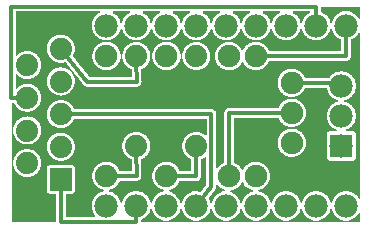
<source format=gbl>
G04 MADE WITH FRITZING*
G04 WWW.FRITZING.ORG*
G04 DOUBLE SIDED*
G04 HOLES PLATED*
G04 CONTOUR ON CENTER OF CONTOUR VECTOR*
%ASAXBY*%
%FSLAX23Y23*%
%MOIN*%
%OFA0B0*%
%SFA1.0B1.0*%
%ADD10C,0.075000*%
%ADD11C,0.074000*%
%ADD12C,0.078000*%
%ADD13R,0.078000X0.078000*%
%ADD14C,0.012000*%
%ADD15C,0.000100*%
%ADD16R,0.001000X0.001000*%
%LNCOPPER0*%
G90*
G70*
G54D10*
X77Y133D03*
G54D11*
X194Y172D03*
X194Y281D03*
X194Y390D03*
X194Y499D03*
X194Y608D03*
X82Y227D03*
X82Y336D03*
X82Y445D03*
X82Y554D03*
G54D12*
X1146Y685D03*
X1046Y685D03*
X946Y685D03*
X846Y685D03*
X746Y685D03*
X646Y685D03*
X546Y685D03*
X446Y685D03*
X346Y685D03*
X346Y85D03*
X446Y85D03*
X546Y85D03*
X646Y85D03*
X746Y85D03*
X846Y85D03*
X946Y85D03*
X1046Y85D03*
X1146Y85D03*
G54D10*
X964Y294D03*
X964Y394D03*
X964Y494D03*
X546Y184D03*
X546Y584D03*
X346Y584D03*
X346Y184D03*
X844Y584D03*
X844Y184D03*
X755Y583D03*
X755Y183D03*
G54D11*
X646Y284D03*
X646Y584D03*
X446Y284D03*
X446Y584D03*
G54D12*
X1130Y284D03*
X1130Y384D03*
X1130Y484D03*
G54D13*
X1130Y284D03*
G54D14*
X658Y100D02*
X696Y148D01*
D02*
X696Y148D02*
X696Y390D01*
D02*
X696Y390D02*
X214Y390D01*
D02*
X446Y32D02*
X194Y32D01*
D02*
X194Y32D02*
X194Y152D01*
D02*
X446Y66D02*
X446Y32D01*
D02*
X1130Y494D02*
X982Y494D01*
D02*
X1130Y494D02*
X1130Y494D01*
D02*
X947Y394D02*
X755Y394D01*
D02*
X755Y394D02*
X755Y201D01*
D02*
X1046Y749D02*
X1046Y704D01*
D02*
X27Y749D02*
X1046Y749D01*
D02*
X27Y445D02*
X27Y749D01*
D02*
X62Y445D02*
X27Y445D01*
D02*
X447Y183D02*
X364Y184D01*
D02*
X446Y266D02*
X447Y183D01*
D02*
X282Y498D02*
X447Y498D01*
D02*
X447Y498D02*
X446Y566D01*
D02*
X206Y593D02*
X282Y498D01*
D02*
X645Y184D02*
X564Y184D01*
D02*
X646Y266D02*
X645Y184D01*
D02*
X862Y584D02*
X1146Y584D01*
D02*
X1146Y584D02*
X1146Y666D01*
G54D15*
G36*
X897Y76D02*
X898Y75D01*
X898Y74D01*
X898Y74D01*
X901Y66D01*
X905Y58D01*
X906Y57D01*
X911Y50D01*
X912Y49D01*
X918Y44D01*
X919Y44D01*
X927Y40D01*
X927Y39D01*
X935Y37D01*
X940Y36D01*
X941Y36D01*
X946Y36D01*
X950Y36D01*
X951Y36D01*
X956Y37D01*
X965Y40D01*
X973Y44D01*
X974Y45D01*
X980Y50D01*
X981Y51D01*
X986Y57D01*
X987Y58D01*
X991Y66D01*
X991Y67D01*
X993Y74D01*
X994Y75D01*
X995Y75D01*
X995Y76D01*
X997Y75D01*
X998Y75D01*
X998Y74D01*
X998Y74D01*
X1001Y66D01*
X1001Y65D01*
X1005Y58D01*
X1006Y57D01*
X1011Y50D01*
X1012Y49D01*
X1018Y44D01*
X1026Y40D01*
X1036Y37D01*
X1040Y36D01*
X1041Y36D01*
X1046Y36D01*
X1050Y36D01*
X1051Y36D01*
X1056Y37D01*
X1065Y40D01*
X1073Y44D01*
X1074Y45D01*
X1080Y50D01*
X1081Y51D01*
X1086Y57D01*
X1087Y58D01*
X1091Y66D01*
X1091Y67D01*
X1093Y74D01*
X1094Y75D01*
X1095Y75D01*
X1096Y76D01*
X1096Y75D01*
X1097Y75D01*
X1098Y74D01*
X1098Y74D01*
X1101Y66D01*
X1105Y58D01*
X1106Y57D01*
X1111Y50D01*
X1112Y49D01*
X1118Y44D01*
X1119Y44D01*
X1126Y40D01*
X1127Y39D01*
X1135Y37D01*
X1140Y36D01*
X1141Y36D01*
X1146Y36D01*
X1150Y36D01*
X1151Y36D01*
X1156Y37D01*
X1164Y40D01*
X1173Y44D01*
X1174Y45D01*
X1180Y50D01*
X1181Y51D01*
X1186Y57D01*
X1187Y58D01*
X1188Y61D01*
X1189Y62D01*
X1189Y62D01*
X1190Y62D01*
X1191Y62D01*
X1191Y62D01*
X1192Y61D01*
X1192Y60D01*
X1193Y60D01*
X1193Y32D01*
X1192Y31D01*
X1191Y30D01*
X1191Y30D01*
X1190Y30D01*
X464Y30D01*
X463Y31D01*
X462Y31D01*
X462Y32D01*
X462Y32D01*
X462Y37D01*
X462Y39D01*
X463Y39D01*
X465Y40D01*
X473Y44D01*
X474Y45D01*
X480Y50D01*
X481Y51D01*
X486Y57D01*
X491Y66D01*
X493Y74D01*
X494Y75D01*
X495Y75D01*
X495Y76D01*
X496Y76D01*
X497Y76D01*
X498Y75D01*
X498Y74D01*
X498Y74D01*
X501Y66D01*
X505Y57D01*
X511Y50D01*
X512Y49D01*
X518Y44D01*
X519Y44D01*
X527Y40D01*
X527Y39D01*
X535Y37D01*
X540Y36D01*
X541Y36D01*
X546Y36D01*
X550Y36D01*
X551Y36D01*
X556Y37D01*
X565Y40D01*
X573Y44D01*
X574Y45D01*
X580Y50D01*
X581Y51D01*
X586Y57D01*
X591Y66D01*
X593Y74D01*
X594Y75D01*
X595Y75D01*
X595Y76D01*
X596Y76D01*
X597Y76D01*
X598Y75D01*
X598Y74D01*
X598Y74D01*
X601Y66D01*
X605Y58D01*
X606Y57D01*
X611Y50D01*
X612Y49D01*
X618Y44D01*
X619Y44D01*
X627Y40D01*
X627Y39D01*
X635Y37D01*
X640Y36D01*
X641Y36D01*
X646Y36D01*
X650Y36D01*
X651Y36D01*
X656Y37D01*
X665Y40D01*
X673Y44D01*
X674Y45D01*
X680Y50D01*
X681Y51D01*
X686Y57D01*
X691Y66D01*
X693Y74D01*
X694Y75D01*
X695Y75D01*
X695Y76D01*
X696Y76D01*
X697Y76D01*
X698Y75D01*
X698Y74D01*
X698Y74D01*
X701Y66D01*
X705Y58D01*
X706Y57D01*
X711Y50D01*
X712Y49D01*
X718Y44D01*
X719Y44D01*
X727Y40D01*
X727Y39D01*
X735Y37D01*
X740Y36D01*
X741Y36D01*
X746Y36D01*
X750Y36D01*
X751Y36D01*
X756Y37D01*
X765Y40D01*
X773Y44D01*
X774Y45D01*
X780Y50D01*
X781Y51D01*
X786Y57D01*
X787Y58D01*
X791Y66D01*
X791Y67D01*
X793Y74D01*
X794Y75D01*
X795Y75D01*
X795Y76D01*
X796Y76D01*
X797Y76D01*
X798Y75D01*
X798Y74D01*
X798Y74D01*
X801Y66D01*
X805Y58D01*
X806Y57D01*
X811Y50D01*
X812Y49D01*
X818Y44D01*
X819Y44D01*
X827Y40D01*
X827Y39D01*
X835Y37D01*
X840Y36D01*
X841Y36D01*
X846Y36D01*
X850Y36D01*
X851Y36D01*
X856Y37D01*
X865Y40D01*
X873Y44D01*
X874Y45D01*
X880Y50D01*
X881Y51D01*
X886Y57D01*
X887Y58D01*
X891Y66D01*
X891Y67D01*
X893Y74D01*
X894Y75D01*
X895Y75D01*
X895Y76D01*
X896Y76D01*
X897Y76D01*
D02*
G37*
D02*
G36*
X897Y76D02*
X898Y75D01*
X898Y74D01*
X898Y74D01*
X901Y66D01*
X905Y58D01*
X906Y57D01*
X911Y50D01*
X912Y49D01*
X918Y44D01*
X919Y44D01*
X927Y40D01*
X927Y39D01*
X935Y37D01*
X940Y36D01*
X941Y36D01*
X946Y36D01*
X950Y36D01*
X951Y36D01*
X956Y37D01*
X965Y40D01*
X973Y44D01*
X974Y45D01*
X980Y50D01*
X981Y51D01*
X986Y57D01*
X987Y58D01*
X991Y66D01*
X991Y67D01*
X993Y74D01*
X994Y75D01*
X995Y75D01*
X995Y76D01*
X997Y75D01*
X998Y75D01*
X998Y74D01*
X998Y74D01*
X1001Y66D01*
X1001Y65D01*
X1005Y58D01*
X1006Y57D01*
X1011Y50D01*
X1012Y49D01*
X1018Y44D01*
X1026Y40D01*
X1036Y37D01*
X1040Y36D01*
X1041Y36D01*
X1046Y36D01*
X1050Y36D01*
X1051Y36D01*
X1056Y37D01*
X1065Y40D01*
X1073Y44D01*
X1074Y45D01*
X1080Y50D01*
X1081Y51D01*
X1086Y57D01*
X1087Y58D01*
X1091Y66D01*
X1091Y67D01*
X1093Y74D01*
X1094Y75D01*
X1095Y75D01*
X1096Y76D01*
X1096Y75D01*
X1097Y75D01*
X1098Y74D01*
X1098Y74D01*
X1101Y66D01*
X1105Y58D01*
X1106Y57D01*
X1111Y50D01*
X1112Y49D01*
X1118Y44D01*
X1119Y44D01*
X1126Y40D01*
X1127Y39D01*
X1135Y37D01*
X1140Y36D01*
X1141Y36D01*
X1146Y36D01*
X1150Y36D01*
X1151Y36D01*
X1156Y37D01*
X1164Y40D01*
X1173Y44D01*
X1174Y45D01*
X1180Y50D01*
X1181Y51D01*
X1186Y57D01*
X1187Y58D01*
X1188Y61D01*
X1189Y62D01*
X1189Y62D01*
X1190Y62D01*
X1191Y62D01*
X1191Y62D01*
X1192Y61D01*
X1192Y60D01*
X1193Y60D01*
X1193Y32D01*
X1192Y31D01*
X1191Y30D01*
X1191Y30D01*
X1190Y30D01*
X464Y30D01*
X463Y31D01*
X462Y31D01*
X462Y32D01*
X462Y32D01*
X462Y37D01*
X462Y39D01*
X463Y39D01*
X465Y40D01*
X473Y44D01*
X474Y45D01*
X480Y50D01*
X481Y51D01*
X486Y57D01*
X491Y66D01*
X493Y74D01*
X494Y75D01*
X495Y75D01*
X495Y76D01*
X496Y76D01*
X497Y76D01*
X498Y75D01*
X498Y74D01*
X498Y74D01*
X501Y66D01*
X505Y57D01*
X511Y50D01*
X512Y49D01*
X518Y44D01*
X519Y44D01*
X527Y40D01*
X527Y39D01*
X535Y37D01*
X540Y36D01*
X541Y36D01*
X546Y36D01*
X550Y36D01*
X551Y36D01*
X556Y37D01*
X565Y40D01*
X573Y44D01*
X574Y45D01*
X580Y50D01*
X581Y51D01*
X586Y57D01*
X591Y66D01*
X593Y74D01*
X594Y75D01*
X595Y75D01*
X595Y76D01*
X596Y76D01*
X597Y76D01*
X598Y75D01*
X598Y74D01*
X598Y74D01*
X601Y66D01*
X605Y58D01*
X606Y57D01*
X611Y50D01*
X612Y49D01*
X618Y44D01*
X619Y44D01*
X627Y40D01*
X627Y39D01*
X635Y37D01*
X640Y36D01*
X641Y36D01*
X646Y36D01*
X650Y36D01*
X651Y36D01*
X656Y37D01*
X665Y40D01*
X673Y44D01*
X674Y45D01*
X680Y50D01*
X681Y51D01*
X686Y57D01*
X691Y66D01*
X693Y74D01*
X694Y75D01*
X695Y75D01*
X695Y76D01*
X696Y76D01*
X697Y76D01*
X698Y75D01*
X698Y74D01*
X698Y74D01*
X701Y66D01*
X705Y58D01*
X706Y57D01*
X711Y50D01*
X712Y49D01*
X718Y44D01*
X719Y44D01*
X727Y40D01*
X727Y39D01*
X735Y37D01*
X740Y36D01*
X741Y36D01*
X746Y36D01*
X750Y36D01*
X751Y36D01*
X756Y37D01*
X765Y40D01*
X773Y44D01*
X774Y45D01*
X780Y50D01*
X781Y51D01*
X786Y57D01*
X787Y58D01*
X791Y66D01*
X791Y67D01*
X793Y74D01*
X794Y75D01*
X795Y75D01*
X795Y76D01*
X796Y76D01*
X797Y76D01*
X798Y75D01*
X798Y74D01*
X798Y74D01*
X801Y66D01*
X805Y58D01*
X806Y57D01*
X811Y50D01*
X812Y49D01*
X818Y44D01*
X819Y44D01*
X827Y40D01*
X827Y39D01*
X835Y37D01*
X840Y36D01*
X841Y36D01*
X846Y36D01*
X850Y36D01*
X851Y36D01*
X856Y37D01*
X865Y40D01*
X873Y44D01*
X874Y45D01*
X880Y50D01*
X881Y51D01*
X886Y57D01*
X887Y58D01*
X891Y66D01*
X891Y67D01*
X893Y74D01*
X894Y75D01*
X895Y75D01*
X895Y76D01*
X896Y76D01*
X897Y76D01*
D02*
G37*
D02*
G36*
X679Y249D02*
X679Y249D01*
X680Y248D01*
X680Y247D01*
X680Y247D01*
X680Y154D01*
X680Y153D01*
X663Y132D01*
X662Y131D01*
X661Y131D01*
X661Y131D01*
X656Y132D01*
X651Y133D01*
X646Y134D01*
X645Y134D01*
X640Y133D01*
X636Y133D01*
X627Y130D01*
X626Y129D01*
X618Y125D01*
X611Y120D01*
X610Y119D01*
X605Y112D01*
X601Y104D01*
X598Y95D01*
X597Y95D01*
X597Y94D01*
X596Y94D01*
X595Y94D01*
X594Y94D01*
X594Y95D01*
X593Y95D01*
X593Y96D01*
X591Y104D01*
X586Y112D01*
X580Y119D01*
X579Y120D01*
X573Y125D01*
X565Y130D01*
X555Y133D01*
X554Y133D01*
X554Y134D01*
X554Y135D01*
X554Y136D01*
X554Y137D01*
X555Y137D01*
X556Y137D01*
X557Y138D01*
X565Y140D01*
X565Y141D01*
X573Y145D01*
X580Y150D01*
X581Y151D01*
X585Y157D01*
X586Y158D01*
X590Y165D01*
X590Y167D01*
X591Y167D01*
X591Y168D01*
X592Y168D01*
X592Y168D01*
X646Y168D01*
X648Y168D01*
X651Y169D01*
X654Y171D01*
X655Y172D01*
X657Y173D01*
X659Y176D01*
X660Y179D01*
X661Y182D01*
X661Y183D01*
X661Y238D01*
X662Y240D01*
X662Y240D01*
X665Y241D01*
X672Y245D01*
X677Y249D01*
X677Y249D01*
X679Y249D01*
D02*
G37*
D02*
G36*
X679Y249D02*
X679Y249D01*
X680Y248D01*
X680Y247D01*
X680Y247D01*
X680Y154D01*
X680Y153D01*
X663Y132D01*
X662Y131D01*
X661Y131D01*
X661Y131D01*
X656Y132D01*
X651Y133D01*
X646Y134D01*
X645Y134D01*
X640Y133D01*
X636Y133D01*
X627Y130D01*
X626Y129D01*
X618Y125D01*
X611Y120D01*
X610Y119D01*
X605Y112D01*
X601Y104D01*
X598Y95D01*
X597Y95D01*
X597Y94D01*
X596Y94D01*
X595Y94D01*
X594Y94D01*
X594Y95D01*
X593Y95D01*
X593Y96D01*
X591Y104D01*
X586Y112D01*
X580Y119D01*
X579Y120D01*
X573Y125D01*
X565Y130D01*
X555Y133D01*
X554Y133D01*
X554Y134D01*
X554Y135D01*
X554Y136D01*
X554Y137D01*
X555Y137D01*
X556Y137D01*
X557Y138D01*
X565Y140D01*
X565Y141D01*
X573Y145D01*
X580Y150D01*
X581Y151D01*
X585Y157D01*
X586Y158D01*
X590Y165D01*
X590Y167D01*
X591Y167D01*
X591Y168D01*
X592Y168D01*
X592Y168D01*
X646Y168D01*
X648Y168D01*
X651Y169D01*
X654Y171D01*
X655Y172D01*
X657Y173D01*
X659Y176D01*
X660Y179D01*
X661Y182D01*
X661Y183D01*
X661Y238D01*
X662Y240D01*
X662Y240D01*
X665Y241D01*
X672Y245D01*
X677Y249D01*
X677Y249D01*
X679Y249D01*
D02*
G37*
D02*
G36*
X800Y164D02*
X801Y164D01*
X802Y163D01*
X805Y157D01*
X805Y156D01*
X810Y150D01*
X811Y149D01*
X817Y145D01*
X819Y144D01*
X826Y140D01*
X835Y137D01*
X835Y137D01*
X836Y137D01*
X836Y137D01*
X837Y136D01*
X837Y135D01*
X837Y134D01*
X836Y133D01*
X836Y133D01*
X835Y132D01*
X827Y130D01*
X818Y125D01*
X817Y125D01*
X811Y120D01*
X810Y119D01*
X805Y112D01*
X805Y111D01*
X801Y104D01*
X798Y95D01*
X797Y95D01*
X797Y94D01*
X796Y94D01*
X795Y94D01*
X794Y94D01*
X794Y95D01*
X793Y95D01*
X793Y96D01*
X791Y104D01*
X786Y112D01*
X786Y113D01*
X780Y119D01*
X779Y120D01*
X773Y125D01*
X765Y130D01*
X759Y132D01*
X758Y132D01*
X758Y133D01*
X757Y134D01*
X757Y134D01*
X757Y135D01*
X758Y136D01*
X759Y136D01*
X760Y136D01*
X765Y137D01*
X766Y137D01*
X774Y140D01*
X782Y144D01*
X789Y150D01*
X790Y151D01*
X794Y157D01*
X795Y158D01*
X798Y163D01*
X798Y164D01*
X800Y164D01*
X800Y164D01*
D02*
G37*
D02*
G36*
X800Y164D02*
X801Y164D01*
X802Y163D01*
X805Y157D01*
X805Y156D01*
X810Y150D01*
X811Y149D01*
X817Y145D01*
X819Y144D01*
X826Y140D01*
X835Y137D01*
X835Y137D01*
X836Y137D01*
X836Y137D01*
X837Y136D01*
X837Y135D01*
X837Y134D01*
X836Y133D01*
X836Y133D01*
X835Y132D01*
X827Y130D01*
X818Y125D01*
X817Y125D01*
X811Y120D01*
X810Y119D01*
X805Y112D01*
X805Y111D01*
X801Y104D01*
X798Y95D01*
X797Y95D01*
X797Y94D01*
X796Y94D01*
X795Y94D01*
X794Y94D01*
X794Y95D01*
X793Y95D01*
X793Y96D01*
X791Y104D01*
X786Y112D01*
X786Y113D01*
X780Y119D01*
X779Y120D01*
X773Y125D01*
X765Y130D01*
X759Y132D01*
X758Y132D01*
X758Y133D01*
X757Y134D01*
X757Y134D01*
X757Y135D01*
X758Y136D01*
X759Y136D01*
X760Y136D01*
X765Y137D01*
X766Y137D01*
X774Y140D01*
X782Y144D01*
X789Y150D01*
X790Y151D01*
X794Y157D01*
X795Y158D01*
X798Y163D01*
X798Y164D01*
X800Y164D01*
X800Y164D01*
D02*
G37*
D02*
G36*
X715Y157D02*
X716Y156D01*
X717Y156D01*
X721Y150D01*
X722Y150D01*
X729Y144D01*
X730Y144D01*
X737Y140D01*
X742Y138D01*
X743Y138D01*
X743Y137D01*
X743Y136D01*
X743Y135D01*
X743Y134D01*
X742Y134D01*
X742Y134D01*
X736Y133D01*
X727Y130D01*
X726Y129D01*
X718Y125D01*
X717Y125D01*
X711Y120D01*
X710Y119D01*
X705Y112D01*
X705Y111D01*
X701Y104D01*
X698Y95D01*
X697Y95D01*
X697Y94D01*
X696Y94D01*
X695Y94D01*
X694Y94D01*
X694Y95D01*
X693Y95D01*
X693Y96D01*
X691Y104D01*
X688Y109D01*
X687Y110D01*
X688Y111D01*
X688Y111D01*
X710Y139D01*
X710Y140D01*
X711Y141D01*
X712Y144D01*
X712Y146D01*
X712Y147D01*
X712Y155D01*
X713Y156D01*
X714Y156D01*
X714Y157D01*
X715Y157D01*
X715Y157D01*
D02*
G37*
D02*
G36*
X715Y157D02*
X716Y156D01*
X717Y156D01*
X721Y150D01*
X722Y150D01*
X729Y144D01*
X730Y144D01*
X737Y140D01*
X742Y138D01*
X743Y138D01*
X743Y137D01*
X743Y136D01*
X743Y135D01*
X743Y134D01*
X742Y134D01*
X742Y134D01*
X736Y133D01*
X727Y130D01*
X726Y129D01*
X718Y125D01*
X717Y125D01*
X711Y120D01*
X710Y119D01*
X705Y112D01*
X705Y111D01*
X701Y104D01*
X698Y95D01*
X697Y95D01*
X697Y94D01*
X696Y94D01*
X695Y94D01*
X694Y94D01*
X694Y95D01*
X693Y95D01*
X693Y96D01*
X691Y104D01*
X688Y109D01*
X687Y110D01*
X688Y111D01*
X688Y111D01*
X710Y139D01*
X710Y140D01*
X711Y141D01*
X712Y144D01*
X712Y146D01*
X712Y147D01*
X712Y155D01*
X713Y156D01*
X714Y156D01*
X714Y157D01*
X715Y157D01*
X715Y157D01*
D02*
G37*
D02*
G36*
X923Y733D02*
X924Y733D01*
X924Y732D01*
X925Y731D01*
X925Y731D01*
X925Y730D01*
X924Y729D01*
X924Y729D01*
X918Y726D01*
X911Y720D01*
X910Y719D01*
X905Y713D01*
X901Y704D01*
X898Y696D01*
X897Y695D01*
X897Y695D01*
X896Y694D01*
X895Y694D01*
X894Y695D01*
X894Y695D01*
X894Y696D01*
X893Y696D01*
X891Y704D01*
X886Y713D01*
X881Y720D01*
X880Y721D01*
X873Y726D01*
X868Y729D01*
X867Y729D01*
X867Y730D01*
X867Y730D01*
X867Y731D01*
X867Y732D01*
X868Y733D01*
X868Y733D01*
X869Y733D01*
X923Y733D01*
D02*
G37*
D02*
G36*
X923Y733D02*
X924Y733D01*
X924Y732D01*
X925Y731D01*
X925Y731D01*
X925Y730D01*
X924Y729D01*
X924Y729D01*
X918Y726D01*
X911Y720D01*
X910Y719D01*
X905Y713D01*
X901Y704D01*
X898Y696D01*
X897Y695D01*
X897Y695D01*
X896Y694D01*
X895Y694D01*
X894Y695D01*
X894Y695D01*
X894Y696D01*
X893Y696D01*
X891Y704D01*
X886Y713D01*
X881Y720D01*
X880Y721D01*
X873Y726D01*
X868Y729D01*
X867Y729D01*
X867Y730D01*
X867Y730D01*
X867Y731D01*
X867Y732D01*
X868Y733D01*
X868Y733D01*
X869Y733D01*
X923Y733D01*
D02*
G37*
D02*
G36*
X823Y733D02*
X824Y733D01*
X824Y732D01*
X825Y731D01*
X825Y731D01*
X825Y730D01*
X824Y729D01*
X824Y729D01*
X818Y726D01*
X811Y720D01*
X810Y719D01*
X805Y713D01*
X801Y704D01*
X798Y696D01*
X797Y695D01*
X797Y695D01*
X796Y694D01*
X796Y694D01*
X795Y694D01*
X794Y695D01*
X794Y696D01*
X793Y696D01*
X791Y704D01*
X786Y713D01*
X781Y720D01*
X780Y721D01*
X773Y726D01*
X768Y729D01*
X767Y729D01*
X767Y730D01*
X767Y730D01*
X767Y731D01*
X767Y732D01*
X768Y733D01*
X768Y733D01*
X769Y733D01*
X823Y733D01*
D02*
G37*
D02*
G36*
X823Y733D02*
X824Y733D01*
X824Y732D01*
X825Y731D01*
X825Y731D01*
X825Y730D01*
X824Y729D01*
X824Y729D01*
X818Y726D01*
X811Y720D01*
X810Y719D01*
X805Y713D01*
X801Y704D01*
X798Y696D01*
X797Y695D01*
X797Y695D01*
X796Y694D01*
X796Y694D01*
X795Y694D01*
X794Y695D01*
X794Y696D01*
X793Y696D01*
X791Y704D01*
X786Y713D01*
X781Y720D01*
X780Y721D01*
X773Y726D01*
X768Y729D01*
X767Y729D01*
X767Y730D01*
X767Y730D01*
X767Y731D01*
X767Y732D01*
X768Y733D01*
X768Y733D01*
X769Y733D01*
X823Y733D01*
D02*
G37*
D02*
G36*
X1023Y733D02*
X1024Y733D01*
X1024Y732D01*
X1025Y731D01*
X1025Y731D01*
X1025Y730D01*
X1024Y729D01*
X1024Y729D01*
X1018Y726D01*
X1018Y725D01*
X1011Y720D01*
X1010Y719D01*
X1005Y713D01*
X1005Y712D01*
X1001Y704D01*
X998Y696D01*
X997Y695D01*
X997Y695D01*
X996Y694D01*
X995Y694D01*
X994Y695D01*
X994Y695D01*
X994Y696D01*
X993Y696D01*
X991Y704D01*
X986Y713D01*
X981Y720D01*
X980Y721D01*
X973Y726D01*
X968Y729D01*
X967Y729D01*
X967Y730D01*
X967Y730D01*
X967Y731D01*
X967Y732D01*
X968Y733D01*
X968Y733D01*
X969Y733D01*
X1023Y733D01*
D02*
G37*
D02*
G36*
X1023Y733D02*
X1024Y733D01*
X1024Y732D01*
X1025Y731D01*
X1025Y731D01*
X1025Y730D01*
X1024Y729D01*
X1024Y729D01*
X1018Y726D01*
X1018Y725D01*
X1011Y720D01*
X1010Y719D01*
X1005Y713D01*
X1005Y712D01*
X1001Y704D01*
X998Y696D01*
X997Y695D01*
X997Y695D01*
X996Y694D01*
X995Y694D01*
X994Y695D01*
X994Y695D01*
X994Y696D01*
X993Y696D01*
X991Y704D01*
X986Y713D01*
X981Y720D01*
X980Y721D01*
X973Y726D01*
X968Y729D01*
X967Y729D01*
X967Y730D01*
X967Y730D01*
X967Y731D01*
X967Y732D01*
X968Y733D01*
X968Y733D01*
X969Y733D01*
X1023Y733D01*
D02*
G37*
D02*
G36*
X723Y733D02*
X724Y733D01*
X724Y732D01*
X725Y731D01*
X725Y731D01*
X725Y730D01*
X724Y729D01*
X724Y729D01*
X718Y726D01*
X711Y720D01*
X710Y719D01*
X705Y713D01*
X701Y704D01*
X698Y696D01*
X697Y695D01*
X697Y695D01*
X696Y694D01*
X696Y694D01*
X695Y694D01*
X694Y695D01*
X694Y696D01*
X693Y696D01*
X691Y704D01*
X686Y713D01*
X681Y720D01*
X680Y721D01*
X673Y726D01*
X668Y729D01*
X667Y729D01*
X667Y730D01*
X667Y730D01*
X667Y731D01*
X667Y732D01*
X668Y733D01*
X668Y733D01*
X669Y733D01*
X723Y733D01*
D02*
G37*
D02*
G36*
X723Y733D02*
X724Y733D01*
X724Y732D01*
X725Y731D01*
X725Y731D01*
X725Y730D01*
X724Y729D01*
X724Y729D01*
X718Y726D01*
X711Y720D01*
X710Y719D01*
X705Y713D01*
X701Y704D01*
X698Y696D01*
X697Y695D01*
X697Y695D01*
X696Y694D01*
X696Y694D01*
X695Y694D01*
X694Y695D01*
X694Y696D01*
X693Y696D01*
X691Y704D01*
X686Y713D01*
X681Y720D01*
X680Y721D01*
X673Y726D01*
X668Y729D01*
X667Y729D01*
X667Y730D01*
X667Y730D01*
X667Y731D01*
X667Y732D01*
X668Y733D01*
X668Y733D01*
X669Y733D01*
X723Y733D01*
D02*
G37*
D02*
G36*
X623Y733D02*
X624Y733D01*
X624Y732D01*
X625Y731D01*
X625Y731D01*
X625Y730D01*
X624Y729D01*
X624Y729D01*
X618Y726D01*
X611Y720D01*
X610Y719D01*
X605Y713D01*
X601Y704D01*
X598Y696D01*
X597Y695D01*
X597Y695D01*
X596Y694D01*
X596Y694D01*
X595Y694D01*
X594Y695D01*
X594Y696D01*
X593Y696D01*
X591Y704D01*
X586Y713D01*
X581Y720D01*
X580Y721D01*
X573Y726D01*
X568Y729D01*
X567Y729D01*
X567Y730D01*
X567Y730D01*
X567Y731D01*
X567Y732D01*
X568Y733D01*
X568Y733D01*
X569Y733D01*
X623Y733D01*
D02*
G37*
D02*
G36*
X623Y733D02*
X624Y733D01*
X624Y732D01*
X625Y731D01*
X625Y731D01*
X625Y730D01*
X624Y729D01*
X624Y729D01*
X618Y726D01*
X611Y720D01*
X610Y719D01*
X605Y713D01*
X601Y704D01*
X598Y696D01*
X597Y695D01*
X597Y695D01*
X596Y694D01*
X596Y694D01*
X595Y694D01*
X594Y695D01*
X594Y696D01*
X593Y696D01*
X591Y704D01*
X586Y713D01*
X581Y720D01*
X580Y721D01*
X573Y726D01*
X568Y729D01*
X567Y729D01*
X567Y730D01*
X567Y730D01*
X567Y731D01*
X567Y732D01*
X568Y733D01*
X568Y733D01*
X569Y733D01*
X623Y733D01*
D02*
G37*
D02*
G36*
X523Y733D02*
X524Y733D01*
X524Y732D01*
X525Y731D01*
X525Y731D01*
X525Y730D01*
X524Y729D01*
X524Y729D01*
X518Y726D01*
X511Y720D01*
X510Y719D01*
X505Y713D01*
X501Y704D01*
X498Y696D01*
X497Y695D01*
X497Y695D01*
X496Y694D01*
X496Y694D01*
X495Y694D01*
X494Y695D01*
X494Y696D01*
X493Y696D01*
X491Y704D01*
X486Y713D01*
X481Y720D01*
X480Y721D01*
X473Y726D01*
X468Y729D01*
X467Y729D01*
X467Y730D01*
X467Y730D01*
X467Y731D01*
X467Y732D01*
X468Y733D01*
X468Y733D01*
X469Y733D01*
X523Y733D01*
D02*
G37*
D02*
G36*
X523Y733D02*
X524Y733D01*
X524Y732D01*
X525Y731D01*
X525Y731D01*
X525Y730D01*
X524Y729D01*
X524Y729D01*
X518Y726D01*
X511Y720D01*
X510Y719D01*
X505Y713D01*
X501Y704D01*
X498Y696D01*
X497Y695D01*
X497Y695D01*
X496Y694D01*
X496Y694D01*
X495Y694D01*
X494Y695D01*
X494Y696D01*
X493Y696D01*
X491Y704D01*
X486Y713D01*
X481Y720D01*
X480Y721D01*
X473Y726D01*
X468Y729D01*
X467Y729D01*
X467Y730D01*
X467Y730D01*
X467Y731D01*
X467Y732D01*
X468Y733D01*
X468Y733D01*
X469Y733D01*
X523Y733D01*
D02*
G37*
D02*
G36*
X423Y733D02*
X424Y733D01*
X424Y732D01*
X425Y731D01*
X425Y731D01*
X425Y730D01*
X424Y729D01*
X424Y729D01*
X418Y726D01*
X411Y720D01*
X410Y719D01*
X405Y713D01*
X401Y704D01*
X398Y696D01*
X397Y695D01*
X397Y695D01*
X396Y694D01*
X396Y694D01*
X395Y694D01*
X394Y695D01*
X394Y696D01*
X393Y696D01*
X391Y704D01*
X386Y713D01*
X386Y714D01*
X381Y720D01*
X380Y721D01*
X373Y726D01*
X368Y729D01*
X367Y729D01*
X367Y730D01*
X367Y730D01*
X367Y731D01*
X367Y732D01*
X368Y733D01*
X368Y733D01*
X369Y733D01*
X423Y733D01*
D02*
G37*
D02*
G36*
X423Y733D02*
X424Y733D01*
X424Y732D01*
X425Y731D01*
X425Y731D01*
X425Y730D01*
X424Y729D01*
X424Y729D01*
X418Y726D01*
X411Y720D01*
X410Y719D01*
X405Y713D01*
X401Y704D01*
X398Y696D01*
X397Y695D01*
X397Y695D01*
X396Y694D01*
X396Y694D01*
X395Y694D01*
X394Y695D01*
X394Y696D01*
X393Y696D01*
X391Y704D01*
X386Y713D01*
X386Y714D01*
X381Y720D01*
X380Y721D01*
X373Y726D01*
X368Y729D01*
X367Y729D01*
X367Y730D01*
X367Y730D01*
X367Y731D01*
X367Y732D01*
X368Y733D01*
X368Y733D01*
X369Y733D01*
X423Y733D01*
D02*
G37*
D02*
G36*
X1190Y747D02*
X1192Y747D01*
X1192Y746D01*
X1192Y746D01*
X1193Y745D01*
X1193Y710D01*
X1192Y709D01*
X1191Y709D01*
X1191Y708D01*
X1190Y708D01*
X1189Y708D01*
X1189Y708D01*
X1188Y709D01*
X1186Y713D01*
X1186Y713D01*
X1180Y720D01*
X1180Y720D01*
X1173Y726D01*
X1165Y730D01*
X1156Y733D01*
X1151Y734D01*
X1146Y734D01*
X1145Y734D01*
X1140Y734D01*
X1136Y733D01*
X1127Y730D01*
X1118Y726D01*
X1117Y725D01*
X1111Y720D01*
X1110Y719D01*
X1105Y713D01*
X1105Y712D01*
X1101Y704D01*
X1098Y696D01*
X1097Y695D01*
X1097Y695D01*
X1096Y694D01*
X1095Y695D01*
X1094Y695D01*
X1094Y696D01*
X1093Y696D01*
X1091Y704D01*
X1086Y713D01*
X1086Y713D01*
X1081Y720D01*
X1080Y721D01*
X1073Y726D01*
X1065Y730D01*
X1063Y731D01*
X1062Y731D01*
X1062Y732D01*
X1062Y733D01*
X1062Y745D01*
X1062Y746D01*
X1062Y747D01*
X1063Y747D01*
X1064Y747D01*
X1190Y747D01*
D02*
G37*
D02*
G36*
X1190Y747D02*
X1192Y747D01*
X1192Y746D01*
X1192Y746D01*
X1193Y745D01*
X1193Y710D01*
X1192Y709D01*
X1191Y709D01*
X1191Y708D01*
X1190Y708D01*
X1189Y708D01*
X1189Y708D01*
X1188Y709D01*
X1186Y713D01*
X1186Y713D01*
X1180Y720D01*
X1180Y720D01*
X1173Y726D01*
X1165Y730D01*
X1156Y733D01*
X1151Y734D01*
X1146Y734D01*
X1145Y734D01*
X1140Y734D01*
X1136Y733D01*
X1127Y730D01*
X1118Y726D01*
X1117Y725D01*
X1111Y720D01*
X1110Y719D01*
X1105Y713D01*
X1105Y712D01*
X1101Y704D01*
X1098Y696D01*
X1097Y695D01*
X1097Y695D01*
X1096Y694D01*
X1095Y695D01*
X1094Y695D01*
X1094Y696D01*
X1093Y696D01*
X1091Y704D01*
X1086Y713D01*
X1086Y713D01*
X1081Y720D01*
X1080Y721D01*
X1073Y726D01*
X1065Y730D01*
X1063Y731D01*
X1062Y731D01*
X1062Y732D01*
X1062Y733D01*
X1062Y745D01*
X1062Y746D01*
X1062Y747D01*
X1063Y747D01*
X1064Y747D01*
X1190Y747D01*
D02*
G37*
D02*
G54D16*
X45Y733D02*
X323Y733D01*
X44Y732D02*
X324Y732D01*
X44Y731D02*
X325Y731D01*
X44Y730D02*
X324Y730D01*
X44Y729D02*
X324Y729D01*
X44Y728D02*
X322Y728D01*
X44Y727D02*
X320Y727D01*
X44Y726D02*
X319Y726D01*
X44Y725D02*
X317Y725D01*
X44Y724D02*
X316Y724D01*
X44Y723D02*
X315Y723D01*
X44Y722D02*
X314Y722D01*
X44Y721D02*
X312Y721D01*
X44Y720D02*
X311Y720D01*
X44Y719D02*
X310Y719D01*
X44Y718D02*
X309Y718D01*
X44Y717D02*
X309Y717D01*
X44Y716D02*
X308Y716D01*
X44Y715D02*
X307Y715D01*
X44Y714D02*
X306Y714D01*
X44Y713D02*
X305Y713D01*
X44Y712D02*
X305Y712D01*
X44Y711D02*
X304Y711D01*
X44Y710D02*
X304Y710D01*
X44Y709D02*
X303Y709D01*
X44Y708D02*
X303Y708D01*
X44Y707D02*
X302Y707D01*
X44Y706D02*
X302Y706D01*
X44Y705D02*
X301Y705D01*
X44Y704D02*
X301Y704D01*
X44Y703D02*
X300Y703D01*
X44Y702D02*
X300Y702D01*
X44Y701D02*
X300Y701D01*
X44Y700D02*
X299Y700D01*
X44Y699D02*
X299Y699D01*
X44Y698D02*
X299Y698D01*
X44Y697D02*
X298Y697D01*
X44Y696D02*
X298Y696D01*
X44Y695D02*
X298Y695D01*
X44Y694D02*
X297Y694D01*
X44Y693D02*
X297Y693D01*
X44Y692D02*
X297Y692D01*
X44Y691D02*
X297Y691D01*
X44Y690D02*
X297Y690D01*
X44Y689D02*
X297Y689D01*
X44Y688D02*
X297Y688D01*
X44Y687D02*
X297Y687D01*
X44Y686D02*
X297Y686D01*
X44Y685D02*
X297Y685D01*
X44Y684D02*
X297Y684D01*
X44Y683D02*
X297Y683D01*
X44Y682D02*
X297Y682D01*
X44Y681D02*
X297Y681D01*
X44Y680D02*
X297Y680D01*
X44Y679D02*
X297Y679D01*
X44Y678D02*
X297Y678D01*
X44Y677D02*
X297Y677D01*
X44Y676D02*
X298Y676D01*
X396Y676D02*
X396Y676D01*
X496Y676D02*
X496Y676D01*
X596Y676D02*
X596Y676D01*
X695Y676D02*
X696Y676D01*
X795Y676D02*
X796Y676D01*
X895Y676D02*
X896Y676D01*
X995Y676D02*
X996Y676D01*
X1096Y676D02*
X1096Y676D01*
X44Y675D02*
X298Y675D01*
X394Y675D02*
X398Y675D01*
X494Y675D02*
X498Y675D01*
X594Y675D02*
X598Y675D01*
X694Y675D02*
X697Y675D01*
X794Y675D02*
X797Y675D01*
X894Y675D02*
X897Y675D01*
X994Y675D02*
X997Y675D01*
X1094Y675D02*
X1097Y675D01*
X44Y674D02*
X298Y674D01*
X394Y674D02*
X398Y674D01*
X494Y674D02*
X498Y674D01*
X594Y674D02*
X598Y674D01*
X694Y674D02*
X698Y674D01*
X794Y674D02*
X798Y674D01*
X894Y674D02*
X898Y674D01*
X994Y674D02*
X998Y674D01*
X1094Y674D02*
X1098Y674D01*
X44Y673D02*
X298Y673D01*
X394Y673D02*
X398Y673D01*
X494Y673D02*
X498Y673D01*
X594Y673D02*
X598Y673D01*
X694Y673D02*
X698Y673D01*
X793Y673D02*
X798Y673D01*
X893Y673D02*
X898Y673D01*
X993Y673D02*
X998Y673D01*
X1093Y673D02*
X1098Y673D01*
X44Y672D02*
X299Y672D01*
X393Y672D02*
X399Y672D01*
X493Y672D02*
X499Y672D01*
X593Y672D02*
X599Y672D01*
X693Y672D02*
X699Y672D01*
X793Y672D02*
X799Y672D01*
X893Y672D02*
X898Y672D01*
X993Y672D02*
X998Y672D01*
X1093Y672D02*
X1098Y672D01*
X44Y671D02*
X299Y671D01*
X393Y671D02*
X399Y671D01*
X493Y671D02*
X499Y671D01*
X593Y671D02*
X599Y671D01*
X693Y671D02*
X699Y671D01*
X793Y671D02*
X799Y671D01*
X893Y671D02*
X899Y671D01*
X993Y671D02*
X999Y671D01*
X1093Y671D02*
X1099Y671D01*
X44Y670D02*
X299Y670D01*
X393Y670D02*
X399Y670D01*
X493Y670D02*
X499Y670D01*
X593Y670D02*
X599Y670D01*
X693Y670D02*
X699Y670D01*
X792Y670D02*
X799Y670D01*
X892Y670D02*
X899Y670D01*
X992Y670D02*
X999Y670D01*
X1092Y670D02*
X1099Y670D01*
X44Y669D02*
X300Y669D01*
X392Y669D02*
X400Y669D01*
X492Y669D02*
X500Y669D01*
X592Y669D02*
X600Y669D01*
X692Y669D02*
X700Y669D01*
X792Y669D02*
X799Y669D01*
X892Y669D02*
X899Y669D01*
X992Y669D02*
X999Y669D01*
X1092Y669D02*
X1099Y669D01*
X44Y668D02*
X300Y668D01*
X392Y668D02*
X400Y668D01*
X492Y668D02*
X500Y668D01*
X592Y668D02*
X600Y668D01*
X692Y668D02*
X700Y668D01*
X792Y668D02*
X800Y668D01*
X892Y668D02*
X900Y668D01*
X992Y668D02*
X1000Y668D01*
X1092Y668D02*
X1100Y668D01*
X44Y667D02*
X300Y667D01*
X392Y667D02*
X400Y667D01*
X492Y667D02*
X500Y667D01*
X592Y667D02*
X600Y667D01*
X692Y667D02*
X700Y667D01*
X792Y667D02*
X800Y667D01*
X891Y667D02*
X900Y667D01*
X991Y667D02*
X1000Y667D01*
X1091Y667D02*
X1100Y667D01*
X44Y666D02*
X301Y666D01*
X391Y666D02*
X401Y666D01*
X491Y666D02*
X501Y666D01*
X591Y666D02*
X601Y666D01*
X691Y666D02*
X701Y666D01*
X791Y666D02*
X801Y666D01*
X891Y666D02*
X900Y666D01*
X991Y666D02*
X1000Y666D01*
X1091Y666D02*
X1100Y666D01*
X44Y665D02*
X301Y665D01*
X391Y665D02*
X401Y665D01*
X491Y665D02*
X501Y665D01*
X591Y665D02*
X601Y665D01*
X691Y665D02*
X701Y665D01*
X791Y665D02*
X801Y665D01*
X891Y665D02*
X901Y665D01*
X990Y665D02*
X1001Y665D01*
X1090Y665D02*
X1101Y665D01*
X44Y664D02*
X302Y664D01*
X390Y664D02*
X402Y664D01*
X490Y664D02*
X502Y664D01*
X590Y664D02*
X602Y664D01*
X690Y664D02*
X702Y664D01*
X790Y664D02*
X802Y664D01*
X890Y664D02*
X902Y664D01*
X990Y664D02*
X1001Y664D01*
X1090Y664D02*
X1101Y664D01*
X44Y663D02*
X302Y663D01*
X390Y663D02*
X402Y663D01*
X490Y663D02*
X502Y663D01*
X590Y663D02*
X602Y663D01*
X690Y663D02*
X702Y663D01*
X790Y663D02*
X802Y663D01*
X889Y663D02*
X902Y663D01*
X989Y663D02*
X1002Y663D01*
X1089Y663D02*
X1102Y663D01*
X44Y662D02*
X303Y662D01*
X389Y662D02*
X403Y662D01*
X489Y662D02*
X503Y662D01*
X589Y662D02*
X603Y662D01*
X689Y662D02*
X703Y662D01*
X789Y662D02*
X803Y662D01*
X889Y662D02*
X903Y662D01*
X989Y662D02*
X1003Y662D01*
X1089Y662D02*
X1102Y662D01*
X1189Y662D02*
X1191Y662D01*
X44Y661D02*
X303Y661D01*
X389Y661D02*
X403Y661D01*
X489Y661D02*
X503Y661D01*
X589Y661D02*
X603Y661D01*
X689Y661D02*
X703Y661D01*
X788Y661D02*
X803Y661D01*
X888Y661D02*
X903Y661D01*
X988Y661D02*
X1003Y661D01*
X1088Y661D02*
X1103Y661D01*
X1188Y661D02*
X1192Y661D01*
X44Y660D02*
X304Y660D01*
X388Y660D02*
X404Y660D01*
X488Y660D02*
X504Y660D01*
X588Y660D02*
X604Y660D01*
X688Y660D02*
X704Y660D01*
X788Y660D02*
X804Y660D01*
X888Y660D02*
X904Y660D01*
X988Y660D02*
X1004Y660D01*
X1088Y660D02*
X1103Y660D01*
X1188Y660D02*
X1192Y660D01*
X44Y659D02*
X304Y659D01*
X388Y659D02*
X404Y659D01*
X488Y659D02*
X504Y659D01*
X588Y659D02*
X604Y659D01*
X687Y659D02*
X704Y659D01*
X787Y659D02*
X804Y659D01*
X887Y659D02*
X904Y659D01*
X987Y659D02*
X1004Y659D01*
X1087Y659D02*
X1104Y659D01*
X1187Y659D02*
X1192Y659D01*
X44Y658D02*
X305Y658D01*
X387Y658D02*
X405Y658D01*
X487Y658D02*
X505Y658D01*
X587Y658D02*
X605Y658D01*
X687Y658D02*
X705Y658D01*
X787Y658D02*
X805Y658D01*
X887Y658D02*
X905Y658D01*
X987Y658D02*
X1005Y658D01*
X1087Y658D02*
X1105Y658D01*
X1187Y658D02*
X1192Y658D01*
X44Y657D02*
X306Y657D01*
X386Y657D02*
X406Y657D01*
X486Y657D02*
X506Y657D01*
X586Y657D02*
X606Y657D01*
X686Y657D02*
X706Y657D01*
X786Y657D02*
X806Y657D01*
X886Y657D02*
X905Y657D01*
X986Y657D02*
X1005Y657D01*
X1086Y657D02*
X1105Y657D01*
X1186Y657D02*
X1192Y657D01*
X44Y656D02*
X307Y656D01*
X386Y656D02*
X407Y656D01*
X485Y656D02*
X507Y656D01*
X585Y656D02*
X606Y656D01*
X685Y656D02*
X706Y656D01*
X785Y656D02*
X806Y656D01*
X885Y656D02*
X906Y656D01*
X985Y656D02*
X1006Y656D01*
X1085Y656D02*
X1106Y656D01*
X1185Y656D02*
X1192Y656D01*
X44Y655D02*
X189Y655D01*
X200Y655D02*
X307Y655D01*
X385Y655D02*
X407Y655D01*
X485Y655D02*
X507Y655D01*
X585Y655D02*
X607Y655D01*
X685Y655D02*
X707Y655D01*
X785Y655D02*
X807Y655D01*
X884Y655D02*
X907Y655D01*
X984Y655D02*
X1007Y655D01*
X1084Y655D02*
X1107Y655D01*
X1184Y655D02*
X1192Y655D01*
X44Y654D02*
X183Y654D01*
X206Y654D02*
X308Y654D01*
X384Y654D02*
X408Y654D01*
X484Y654D02*
X508Y654D01*
X584Y654D02*
X608Y654D01*
X684Y654D02*
X708Y654D01*
X784Y654D02*
X808Y654D01*
X884Y654D02*
X908Y654D01*
X984Y654D02*
X1008Y654D01*
X1084Y654D02*
X1108Y654D01*
X1183Y654D02*
X1192Y654D01*
X44Y653D02*
X179Y653D01*
X209Y653D02*
X309Y653D01*
X383Y653D02*
X409Y653D01*
X483Y653D02*
X509Y653D01*
X583Y653D02*
X609Y653D01*
X683Y653D02*
X709Y653D01*
X783Y653D02*
X809Y653D01*
X883Y653D02*
X909Y653D01*
X983Y653D02*
X1009Y653D01*
X1083Y653D02*
X1108Y653D01*
X1183Y653D02*
X1192Y653D01*
X44Y652D02*
X176Y652D01*
X212Y652D02*
X310Y652D01*
X382Y652D02*
X410Y652D01*
X482Y652D02*
X510Y652D01*
X582Y652D02*
X610Y652D01*
X682Y652D02*
X710Y652D01*
X782Y652D02*
X810Y652D01*
X882Y652D02*
X910Y652D01*
X982Y652D02*
X1009Y652D01*
X1082Y652D02*
X1109Y652D01*
X1182Y652D02*
X1192Y652D01*
X44Y651D02*
X174Y651D01*
X214Y651D02*
X311Y651D01*
X381Y651D02*
X411Y651D01*
X481Y651D02*
X511Y651D01*
X581Y651D02*
X611Y651D01*
X681Y651D02*
X710Y651D01*
X781Y651D02*
X810Y651D01*
X881Y651D02*
X910Y651D01*
X981Y651D02*
X1010Y651D01*
X1081Y651D02*
X1110Y651D01*
X1181Y651D02*
X1192Y651D01*
X44Y650D02*
X172Y650D01*
X216Y650D02*
X312Y650D01*
X380Y650D02*
X412Y650D01*
X480Y650D02*
X512Y650D01*
X580Y650D02*
X612Y650D01*
X680Y650D02*
X712Y650D01*
X780Y650D02*
X811Y650D01*
X880Y650D02*
X911Y650D01*
X980Y650D02*
X1011Y650D01*
X1080Y650D02*
X1111Y650D01*
X1180Y650D02*
X1192Y650D01*
X44Y649D02*
X170Y649D01*
X218Y649D02*
X313Y649D01*
X379Y649D02*
X413Y649D01*
X479Y649D02*
X513Y649D01*
X579Y649D02*
X613Y649D01*
X679Y649D02*
X713Y649D01*
X779Y649D02*
X813Y649D01*
X879Y649D02*
X913Y649D01*
X979Y649D02*
X1013Y649D01*
X1079Y649D02*
X1112Y649D01*
X1179Y649D02*
X1192Y649D01*
X44Y648D02*
X169Y648D01*
X220Y648D02*
X314Y648D01*
X378Y648D02*
X414Y648D01*
X478Y648D02*
X514Y648D01*
X578Y648D02*
X614Y648D01*
X678Y648D02*
X714Y648D01*
X778Y648D02*
X814Y648D01*
X878Y648D02*
X914Y648D01*
X978Y648D02*
X1014Y648D01*
X1078Y648D02*
X1114Y648D01*
X1177Y648D02*
X1192Y648D01*
X44Y647D02*
X167Y647D01*
X221Y647D02*
X315Y647D01*
X377Y647D02*
X415Y647D01*
X477Y647D02*
X515Y647D01*
X577Y647D02*
X615Y647D01*
X677Y647D02*
X715Y647D01*
X776Y647D02*
X815Y647D01*
X876Y647D02*
X915Y647D01*
X976Y647D02*
X1015Y647D01*
X1076Y647D02*
X1115Y647D01*
X1176Y647D02*
X1192Y647D01*
X44Y646D02*
X166Y646D01*
X223Y646D02*
X317Y646D01*
X375Y646D02*
X417Y646D01*
X475Y646D02*
X517Y646D01*
X575Y646D02*
X617Y646D01*
X675Y646D02*
X716Y646D01*
X775Y646D02*
X816Y646D01*
X875Y646D02*
X916Y646D01*
X975Y646D02*
X1016Y646D01*
X1075Y646D02*
X1116Y646D01*
X1175Y646D02*
X1192Y646D01*
X44Y645D02*
X164Y645D01*
X224Y645D02*
X318Y645D01*
X374Y645D02*
X418Y645D01*
X474Y645D02*
X518Y645D01*
X574Y645D02*
X618Y645D01*
X674Y645D02*
X718Y645D01*
X774Y645D02*
X818Y645D01*
X874Y645D02*
X918Y645D01*
X974Y645D02*
X1018Y645D01*
X1074Y645D02*
X1117Y645D01*
X1174Y645D02*
X1192Y645D01*
X44Y644D02*
X163Y644D01*
X225Y644D02*
X320Y644D01*
X372Y644D02*
X420Y644D01*
X472Y644D02*
X520Y644D01*
X572Y644D02*
X620Y644D01*
X672Y644D02*
X720Y644D01*
X772Y644D02*
X819Y644D01*
X872Y644D02*
X919Y644D01*
X972Y644D02*
X1019Y644D01*
X1072Y644D02*
X1119Y644D01*
X1172Y644D02*
X1192Y644D01*
X44Y643D02*
X162Y643D01*
X226Y643D02*
X322Y643D01*
X370Y643D02*
X422Y643D01*
X470Y643D02*
X522Y643D01*
X570Y643D02*
X621Y643D01*
X670Y643D02*
X721Y643D01*
X770Y643D02*
X821Y643D01*
X870Y643D02*
X921Y643D01*
X970Y643D02*
X1021Y643D01*
X1070Y643D02*
X1121Y643D01*
X1170Y643D02*
X1192Y643D01*
X44Y642D02*
X161Y642D01*
X228Y642D02*
X323Y642D01*
X369Y642D02*
X423Y642D01*
X469Y642D02*
X523Y642D01*
X569Y642D02*
X623Y642D01*
X668Y642D02*
X723Y642D01*
X768Y642D02*
X823Y642D01*
X868Y642D02*
X923Y642D01*
X968Y642D02*
X1023Y642D01*
X1068Y642D02*
X1123Y642D01*
X1168Y642D02*
X1192Y642D01*
X44Y641D02*
X160Y641D01*
X229Y641D02*
X325Y641D01*
X367Y641D02*
X425Y641D01*
X467Y641D02*
X525Y641D01*
X567Y641D02*
X625Y641D01*
X667Y641D02*
X725Y641D01*
X767Y641D02*
X825Y641D01*
X866Y641D02*
X925Y641D01*
X966Y641D02*
X1025Y641D01*
X1066Y641D02*
X1125Y641D01*
X1166Y641D02*
X1192Y641D01*
X44Y640D02*
X159Y640D01*
X229Y640D02*
X328Y640D01*
X364Y640D02*
X428Y640D01*
X464Y640D02*
X528Y640D01*
X564Y640D02*
X628Y640D01*
X664Y640D02*
X728Y640D01*
X764Y640D02*
X827Y640D01*
X864Y640D02*
X927Y640D01*
X964Y640D02*
X1027Y640D01*
X1064Y640D02*
X1127Y640D01*
X1164Y640D02*
X1192Y640D01*
X44Y639D02*
X158Y639D01*
X230Y639D02*
X331Y639D01*
X361Y639D02*
X431Y639D01*
X461Y639D02*
X531Y639D01*
X561Y639D02*
X631Y639D01*
X661Y639D02*
X731Y639D01*
X761Y639D02*
X831Y639D01*
X861Y639D02*
X931Y639D01*
X961Y639D02*
X1030Y639D01*
X1061Y639D02*
X1129Y639D01*
X1163Y639D02*
X1192Y639D01*
X44Y638D02*
X157Y638D01*
X231Y638D02*
X334Y638D01*
X358Y638D02*
X434Y638D01*
X458Y638D02*
X534Y638D01*
X558Y638D02*
X634Y638D01*
X658Y638D02*
X734Y638D01*
X758Y638D02*
X834Y638D01*
X858Y638D02*
X934Y638D01*
X958Y638D02*
X1034Y638D01*
X1058Y638D02*
X1129Y638D01*
X1162Y638D02*
X1192Y638D01*
X44Y637D02*
X157Y637D01*
X232Y637D02*
X338Y637D01*
X354Y637D02*
X438Y637D01*
X454Y637D02*
X538Y637D01*
X554Y637D02*
X638Y637D01*
X654Y637D02*
X738Y637D01*
X754Y637D02*
X838Y637D01*
X854Y637D02*
X938Y637D01*
X954Y637D02*
X1038Y637D01*
X1053Y637D02*
X1129Y637D01*
X1162Y637D02*
X1192Y637D01*
X44Y636D02*
X156Y636D01*
X233Y636D02*
X1129Y636D01*
X1162Y636D02*
X1192Y636D01*
X44Y635D02*
X155Y635D01*
X233Y635D02*
X1129Y635D01*
X1162Y635D02*
X1192Y635D01*
X44Y634D02*
X154Y634D01*
X234Y634D02*
X1129Y634D01*
X1162Y634D02*
X1192Y634D01*
X44Y633D02*
X154Y633D01*
X235Y633D02*
X1129Y633D01*
X1162Y633D02*
X1192Y633D01*
X44Y632D02*
X153Y632D01*
X235Y632D02*
X1129Y632D01*
X1162Y632D02*
X1192Y632D01*
X44Y631D02*
X153Y631D01*
X236Y631D02*
X342Y631D01*
X351Y631D02*
X541Y631D01*
X552Y631D02*
X753Y631D01*
X757Y631D02*
X840Y631D01*
X849Y631D02*
X1129Y631D01*
X1162Y631D02*
X1192Y631D01*
X44Y630D02*
X152Y630D01*
X236Y630D02*
X335Y630D01*
X358Y630D02*
X437Y630D01*
X455Y630D02*
X535Y630D01*
X558Y630D02*
X637Y630D01*
X655Y630D02*
X745Y630D01*
X765Y630D02*
X833Y630D01*
X855Y630D02*
X1129Y630D01*
X1162Y630D02*
X1192Y630D01*
X44Y629D02*
X152Y629D01*
X237Y629D02*
X332Y629D01*
X361Y629D02*
X433Y629D01*
X459Y629D02*
X532Y629D01*
X561Y629D02*
X633Y629D01*
X658Y629D02*
X742Y629D01*
X769Y629D02*
X830Y629D01*
X858Y629D02*
X1129Y629D01*
X1162Y629D02*
X1192Y629D01*
X44Y628D02*
X151Y628D01*
X237Y628D02*
X329Y628D01*
X364Y628D02*
X430Y628D01*
X462Y628D02*
X529Y628D01*
X564Y628D02*
X630Y628D01*
X662Y628D02*
X739Y628D01*
X772Y628D02*
X827Y628D01*
X862Y628D02*
X1129Y628D01*
X1162Y628D02*
X1192Y628D01*
X44Y627D02*
X151Y627D01*
X238Y627D02*
X327Y627D01*
X366Y627D02*
X427Y627D01*
X465Y627D02*
X526Y627D01*
X566Y627D02*
X627Y627D01*
X665Y627D02*
X736Y627D01*
X775Y627D02*
X824Y627D01*
X864Y627D02*
X1129Y627D01*
X1162Y627D02*
X1192Y627D01*
X44Y626D02*
X150Y626D01*
X238Y626D02*
X325Y626D01*
X368Y626D02*
X425Y626D01*
X467Y626D02*
X525Y626D01*
X568Y626D02*
X625Y626D01*
X666Y626D02*
X734Y626D01*
X777Y626D02*
X822Y626D01*
X866Y626D02*
X1129Y626D01*
X1162Y626D02*
X1192Y626D01*
X44Y625D02*
X150Y625D01*
X238Y625D02*
X323Y625D01*
X370Y625D02*
X423Y625D01*
X468Y625D02*
X523Y625D01*
X570Y625D02*
X623Y625D01*
X668Y625D02*
X732Y625D01*
X778Y625D02*
X821Y625D01*
X868Y625D02*
X1129Y625D01*
X1162Y625D02*
X1192Y625D01*
X44Y624D02*
X150Y624D01*
X239Y624D02*
X321Y624D01*
X372Y624D02*
X422Y624D01*
X470Y624D02*
X521Y624D01*
X572Y624D02*
X621Y624D01*
X670Y624D02*
X730Y624D01*
X780Y624D02*
X819Y624D01*
X870Y624D02*
X1129Y624D01*
X1162Y624D02*
X1192Y624D01*
X44Y623D02*
X149Y623D01*
X239Y623D02*
X319Y623D01*
X374Y623D02*
X420Y623D01*
X472Y623D02*
X519Y623D01*
X574Y623D02*
X620Y623D01*
X672Y623D02*
X729Y623D01*
X782Y623D02*
X817Y623D01*
X872Y623D02*
X1129Y623D01*
X1162Y623D02*
X1192Y623D01*
X44Y622D02*
X149Y622D01*
X239Y622D02*
X318Y622D01*
X375Y622D02*
X418Y622D01*
X474Y622D02*
X518Y622D01*
X575Y622D02*
X618Y622D01*
X674Y622D02*
X727Y622D01*
X783Y622D02*
X816Y622D01*
X873Y622D02*
X1129Y622D01*
X1162Y622D02*
X1192Y622D01*
X44Y621D02*
X149Y621D01*
X240Y621D02*
X317Y621D01*
X376Y621D02*
X417Y621D01*
X475Y621D02*
X516Y621D01*
X576Y621D02*
X617Y621D01*
X675Y621D02*
X726Y621D01*
X785Y621D02*
X815Y621D01*
X874Y621D02*
X1129Y621D01*
X1162Y621D02*
X1192Y621D01*
X44Y620D02*
X148Y620D01*
X240Y620D02*
X316Y620D01*
X378Y620D02*
X416Y620D01*
X476Y620D02*
X515Y620D01*
X578Y620D02*
X616Y620D01*
X676Y620D02*
X725Y620D01*
X786Y620D02*
X813Y620D01*
X875Y620D02*
X1129Y620D01*
X1162Y620D02*
X1192Y620D01*
X44Y619D02*
X148Y619D01*
X240Y619D02*
X314Y619D01*
X379Y619D02*
X414Y619D01*
X477Y619D02*
X514Y619D01*
X579Y619D02*
X614Y619D01*
X677Y619D02*
X723Y619D01*
X787Y619D02*
X812Y619D01*
X877Y619D02*
X1129Y619D01*
X1162Y619D02*
X1192Y619D01*
X44Y618D02*
X148Y618D01*
X241Y618D02*
X313Y618D01*
X380Y618D02*
X413Y618D01*
X479Y618D02*
X513Y618D01*
X580Y618D02*
X613Y618D01*
X679Y618D02*
X722Y618D01*
X789Y618D02*
X811Y618D01*
X878Y618D02*
X1129Y618D01*
X1162Y618D02*
X1192Y618D01*
X44Y617D02*
X148Y617D01*
X241Y617D02*
X312Y617D01*
X381Y617D02*
X412Y617D01*
X480Y617D02*
X512Y617D01*
X581Y617D02*
X612Y617D01*
X680Y617D02*
X721Y617D01*
X790Y617D02*
X810Y617D01*
X879Y617D02*
X1129Y617D01*
X1162Y617D02*
X1192Y617D01*
X44Y616D02*
X148Y616D01*
X241Y616D02*
X311Y616D01*
X382Y616D02*
X411Y616D01*
X481Y616D02*
X511Y616D01*
X582Y616D02*
X611Y616D01*
X681Y616D02*
X720Y616D01*
X790Y616D02*
X809Y616D01*
X880Y616D02*
X1129Y616D01*
X1162Y616D02*
X1192Y616D01*
X44Y615D02*
X147Y615D01*
X241Y615D02*
X310Y615D01*
X383Y615D02*
X410Y615D01*
X481Y615D02*
X510Y615D01*
X583Y615D02*
X610Y615D01*
X681Y615D02*
X719Y615D01*
X791Y615D02*
X808Y615D01*
X880Y615D02*
X1129Y615D01*
X1162Y615D02*
X1192Y615D01*
X44Y614D02*
X147Y614D01*
X241Y614D02*
X310Y614D01*
X383Y614D02*
X410Y614D01*
X482Y614D02*
X509Y614D01*
X583Y614D02*
X610Y614D01*
X682Y614D02*
X719Y614D01*
X792Y614D02*
X807Y614D01*
X881Y614D02*
X1129Y614D01*
X1162Y614D02*
X1192Y614D01*
X44Y613D02*
X147Y613D01*
X241Y613D02*
X309Y613D01*
X384Y613D02*
X409Y613D01*
X483Y613D02*
X509Y613D01*
X584Y613D02*
X609Y613D01*
X683Y613D02*
X718Y613D01*
X793Y613D02*
X807Y613D01*
X882Y613D02*
X1129Y613D01*
X1162Y613D02*
X1192Y613D01*
X44Y612D02*
X147Y612D01*
X241Y612D02*
X308Y612D01*
X385Y612D02*
X408Y612D01*
X484Y612D02*
X508Y612D01*
X585Y612D02*
X608Y612D01*
X684Y612D02*
X717Y612D01*
X794Y612D02*
X806Y612D01*
X883Y612D02*
X1129Y612D01*
X1162Y612D02*
X1192Y612D01*
X44Y611D02*
X147Y611D01*
X241Y611D02*
X307Y611D01*
X386Y611D02*
X407Y611D01*
X485Y611D02*
X507Y611D01*
X586Y611D02*
X607Y611D01*
X685Y611D02*
X716Y611D01*
X794Y611D02*
X805Y611D01*
X884Y611D02*
X1129Y611D01*
X1162Y611D02*
X1192Y611D01*
X44Y610D02*
X147Y610D01*
X242Y610D02*
X307Y610D01*
X387Y610D02*
X407Y610D01*
X485Y610D02*
X506Y610D01*
X586Y610D02*
X606Y610D01*
X685Y610D02*
X716Y610D01*
X795Y610D02*
X804Y610D01*
X884Y610D02*
X1129Y610D01*
X1162Y610D02*
X1192Y610D01*
X44Y609D02*
X147Y609D01*
X242Y609D02*
X306Y609D01*
X387Y609D02*
X406Y609D01*
X486Y609D02*
X506Y609D01*
X587Y609D02*
X606Y609D01*
X686Y609D02*
X715Y609D01*
X796Y609D02*
X804Y609D01*
X885Y609D02*
X1129Y609D01*
X1162Y609D02*
X1192Y609D01*
X44Y608D02*
X147Y608D01*
X242Y608D02*
X305Y608D01*
X388Y608D02*
X405Y608D01*
X486Y608D02*
X505Y608D01*
X588Y608D02*
X605Y608D01*
X686Y608D02*
X714Y608D01*
X796Y608D02*
X803Y608D01*
X885Y608D02*
X1129Y608D01*
X1162Y608D02*
X1192Y608D01*
X44Y607D02*
X147Y607D01*
X242Y607D02*
X305Y607D01*
X388Y607D02*
X405Y607D01*
X487Y607D02*
X505Y607D01*
X588Y607D02*
X605Y607D01*
X687Y607D02*
X714Y607D01*
X797Y607D02*
X803Y607D01*
X886Y607D02*
X1129Y607D01*
X1162Y607D02*
X1192Y607D01*
X44Y606D02*
X147Y606D01*
X241Y606D02*
X304Y606D01*
X389Y606D02*
X404Y606D01*
X487Y606D02*
X504Y606D01*
X589Y606D02*
X604Y606D01*
X687Y606D02*
X713Y606D01*
X797Y606D02*
X802Y606D01*
X886Y606D02*
X1129Y606D01*
X1162Y606D02*
X1192Y606D01*
X44Y605D02*
X147Y605D01*
X241Y605D02*
X304Y605D01*
X389Y605D02*
X404Y605D01*
X488Y605D02*
X504Y605D01*
X589Y605D02*
X604Y605D01*
X688Y605D02*
X713Y605D01*
X798Y605D02*
X802Y605D01*
X887Y605D02*
X1129Y605D01*
X1162Y605D02*
X1192Y605D01*
X44Y604D02*
X147Y604D01*
X241Y604D02*
X303Y604D01*
X390Y604D02*
X403Y604D01*
X489Y604D02*
X503Y604D01*
X590Y604D02*
X603Y604D01*
X689Y604D02*
X712Y604D01*
X799Y604D02*
X801Y604D01*
X887Y604D02*
X1129Y604D01*
X1162Y604D02*
X1192Y604D01*
X44Y603D02*
X147Y603D01*
X241Y603D02*
X303Y603D01*
X390Y603D02*
X403Y603D01*
X489Y603D02*
X503Y603D01*
X590Y603D02*
X603Y603D01*
X689Y603D02*
X712Y603D01*
X888Y603D02*
X1129Y603D01*
X1162Y603D02*
X1192Y603D01*
X44Y602D02*
X147Y602D01*
X241Y602D02*
X302Y602D01*
X391Y602D02*
X402Y602D01*
X490Y602D02*
X502Y602D01*
X591Y602D02*
X602Y602D01*
X689Y602D02*
X711Y602D01*
X888Y602D02*
X1129Y602D01*
X1162Y602D02*
X1192Y602D01*
X44Y601D02*
X148Y601D01*
X241Y601D02*
X302Y601D01*
X391Y601D02*
X402Y601D01*
X490Y601D02*
X502Y601D01*
X591Y601D02*
X602Y601D01*
X690Y601D02*
X711Y601D01*
X889Y601D02*
X1129Y601D01*
X1162Y601D02*
X1192Y601D01*
X44Y600D02*
X74Y600D01*
X91Y600D02*
X148Y600D01*
X241Y600D02*
X302Y600D01*
X391Y600D02*
X402Y600D01*
X490Y600D02*
X502Y600D01*
X591Y600D02*
X602Y600D01*
X690Y600D02*
X711Y600D01*
X891Y600D02*
X1127Y600D01*
X1162Y600D02*
X1192Y600D01*
X44Y599D02*
X70Y599D01*
X95Y599D02*
X148Y599D01*
X241Y599D02*
X301Y599D01*
X392Y599D02*
X401Y599D01*
X491Y599D02*
X501Y599D01*
X592Y599D02*
X601Y599D01*
X690Y599D02*
X710Y599D01*
X1162Y599D02*
X1192Y599D01*
X44Y598D02*
X67Y598D01*
X98Y598D02*
X148Y598D01*
X240Y598D02*
X301Y598D01*
X392Y598D02*
X401Y598D01*
X491Y598D02*
X501Y598D01*
X592Y598D02*
X601Y598D01*
X691Y598D02*
X710Y598D01*
X1162Y598D02*
X1192Y598D01*
X44Y597D02*
X64Y597D01*
X101Y597D02*
X148Y597D01*
X240Y597D02*
X301Y597D01*
X392Y597D02*
X401Y597D01*
X491Y597D02*
X501Y597D01*
X592Y597D02*
X601Y597D01*
X691Y597D02*
X710Y597D01*
X1162Y597D02*
X1192Y597D01*
X44Y596D02*
X62Y596D01*
X103Y596D02*
X149Y596D01*
X240Y596D02*
X300Y596D01*
X393Y596D02*
X400Y596D01*
X492Y596D02*
X500Y596D01*
X593Y596D02*
X600Y596D01*
X691Y596D02*
X709Y596D01*
X1162Y596D02*
X1192Y596D01*
X44Y595D02*
X60Y595D01*
X105Y595D02*
X149Y595D01*
X239Y595D02*
X300Y595D01*
X393Y595D02*
X400Y595D01*
X492Y595D02*
X500Y595D01*
X593Y595D02*
X600Y595D01*
X692Y595D02*
X709Y595D01*
X1162Y595D02*
X1192Y595D01*
X44Y594D02*
X58Y594D01*
X107Y594D02*
X149Y594D01*
X239Y594D02*
X300Y594D01*
X393Y594D02*
X400Y594D01*
X492Y594D02*
X500Y594D01*
X593Y594D02*
X600Y594D01*
X692Y594D02*
X709Y594D01*
X1162Y594D02*
X1192Y594D01*
X44Y593D02*
X56Y593D01*
X109Y593D02*
X150Y593D01*
X239Y593D02*
X300Y593D01*
X393Y593D02*
X400Y593D01*
X492Y593D02*
X499Y593D01*
X593Y593D02*
X599Y593D01*
X692Y593D02*
X708Y593D01*
X1162Y593D02*
X1192Y593D01*
X44Y592D02*
X55Y592D01*
X110Y592D02*
X150Y592D01*
X238Y592D02*
X299Y592D01*
X394Y592D02*
X399Y592D01*
X493Y592D02*
X499Y592D01*
X594Y592D02*
X599Y592D01*
X692Y592D02*
X708Y592D01*
X1162Y592D02*
X1192Y592D01*
X44Y591D02*
X54Y591D01*
X111Y591D02*
X150Y591D01*
X238Y591D02*
X299Y591D01*
X394Y591D02*
X399Y591D01*
X493Y591D02*
X499Y591D01*
X594Y591D02*
X599Y591D01*
X693Y591D02*
X708Y591D01*
X1162Y591D02*
X1192Y591D01*
X44Y590D02*
X52Y590D01*
X113Y590D02*
X151Y590D01*
X238Y590D02*
X299Y590D01*
X394Y590D02*
X399Y590D01*
X493Y590D02*
X499Y590D01*
X594Y590D02*
X599Y590D01*
X693Y590D02*
X708Y590D01*
X1162Y590D02*
X1192Y590D01*
X44Y589D02*
X51Y589D01*
X114Y589D02*
X151Y589D01*
X237Y589D02*
X299Y589D01*
X394Y589D02*
X399Y589D01*
X493Y589D02*
X499Y589D01*
X594Y589D02*
X599Y589D01*
X693Y589D02*
X708Y589D01*
X1162Y589D02*
X1192Y589D01*
X44Y588D02*
X50Y588D01*
X115Y588D02*
X152Y588D01*
X237Y588D02*
X299Y588D01*
X394Y588D02*
X399Y588D01*
X493Y588D02*
X499Y588D01*
X594Y588D02*
X599Y588D01*
X693Y588D02*
X708Y588D01*
X1162Y588D02*
X1192Y588D01*
X44Y587D02*
X49Y587D01*
X116Y587D02*
X152Y587D01*
X236Y587D02*
X299Y587D01*
X394Y587D02*
X399Y587D01*
X493Y587D02*
X499Y587D01*
X594Y587D02*
X599Y587D01*
X693Y587D02*
X708Y587D01*
X1162Y587D02*
X1192Y587D01*
X44Y586D02*
X48Y586D01*
X117Y586D02*
X153Y586D01*
X236Y586D02*
X299Y586D01*
X394Y586D02*
X399Y586D01*
X493Y586D02*
X499Y586D01*
X594Y586D02*
X599Y586D01*
X693Y586D02*
X708Y586D01*
X1162Y586D02*
X1192Y586D01*
X45Y585D02*
X47Y585D01*
X118Y585D02*
X153Y585D01*
X235Y585D02*
X299Y585D01*
X394Y585D02*
X399Y585D01*
X493Y585D02*
X499Y585D01*
X594Y585D02*
X598Y585D01*
X693Y585D02*
X707Y585D01*
X1162Y585D02*
X1192Y585D01*
X119Y584D02*
X154Y584D01*
X235Y584D02*
X299Y584D01*
X395Y584D02*
X398Y584D01*
X493Y584D02*
X498Y584D01*
X594Y584D02*
X598Y584D01*
X693Y584D02*
X707Y584D01*
X1162Y584D02*
X1192Y584D01*
X120Y583D02*
X155Y583D01*
X236Y583D02*
X299Y583D01*
X394Y583D02*
X399Y583D01*
X493Y583D02*
X499Y583D01*
X594Y583D02*
X598Y583D01*
X693Y583D02*
X707Y583D01*
X1162Y583D02*
X1192Y583D01*
X120Y582D02*
X155Y582D01*
X236Y582D02*
X299Y582D01*
X394Y582D02*
X399Y582D01*
X493Y582D02*
X499Y582D01*
X594Y582D02*
X599Y582D01*
X693Y582D02*
X708Y582D01*
X1162Y582D02*
X1192Y582D01*
X121Y581D02*
X156Y581D01*
X237Y581D02*
X299Y581D01*
X394Y581D02*
X399Y581D01*
X493Y581D02*
X499Y581D01*
X594Y581D02*
X599Y581D01*
X693Y581D02*
X708Y581D01*
X1162Y581D02*
X1192Y581D01*
X122Y580D02*
X157Y580D01*
X238Y580D02*
X299Y580D01*
X394Y580D02*
X399Y580D01*
X493Y580D02*
X499Y580D01*
X594Y580D02*
X599Y580D01*
X693Y580D02*
X708Y580D01*
X1162Y580D02*
X1192Y580D01*
X122Y579D02*
X158Y579D01*
X239Y579D02*
X299Y579D01*
X394Y579D02*
X399Y579D01*
X493Y579D02*
X499Y579D01*
X594Y579D02*
X599Y579D01*
X693Y579D02*
X708Y579D01*
X1161Y579D02*
X1192Y579D01*
X123Y578D02*
X158Y578D01*
X240Y578D02*
X299Y578D01*
X394Y578D02*
X399Y578D01*
X493Y578D02*
X499Y578D01*
X594Y578D02*
X599Y578D01*
X693Y578D02*
X708Y578D01*
X1161Y578D02*
X1192Y578D01*
X124Y577D02*
X159Y577D01*
X240Y577D02*
X299Y577D01*
X394Y577D02*
X399Y577D01*
X493Y577D02*
X499Y577D01*
X594Y577D02*
X599Y577D01*
X693Y577D02*
X708Y577D01*
X1160Y577D02*
X1192Y577D01*
X124Y576D02*
X160Y576D01*
X241Y576D02*
X299Y576D01*
X394Y576D02*
X399Y576D01*
X493Y576D02*
X499Y576D01*
X594Y576D02*
X599Y576D01*
X692Y576D02*
X708Y576D01*
X1160Y576D02*
X1192Y576D01*
X125Y575D02*
X161Y575D01*
X242Y575D02*
X300Y575D01*
X394Y575D02*
X399Y575D01*
X492Y575D02*
X499Y575D01*
X593Y575D02*
X599Y575D01*
X692Y575D02*
X708Y575D01*
X1159Y575D02*
X1192Y575D01*
X125Y574D02*
X162Y574D01*
X243Y574D02*
X300Y574D01*
X393Y574D02*
X400Y574D01*
X492Y574D02*
X500Y574D01*
X593Y574D02*
X600Y574D01*
X692Y574D02*
X708Y574D01*
X1159Y574D02*
X1192Y574D01*
X126Y573D02*
X163Y573D01*
X244Y573D02*
X300Y573D01*
X393Y573D02*
X400Y573D01*
X492Y573D02*
X500Y573D01*
X593Y573D02*
X600Y573D01*
X692Y573D02*
X709Y573D01*
X1158Y573D02*
X1192Y573D01*
X126Y572D02*
X165Y572D01*
X244Y572D02*
X300Y572D01*
X393Y572D02*
X400Y572D01*
X492Y572D02*
X500Y572D01*
X593Y572D02*
X600Y572D01*
X691Y572D02*
X709Y572D01*
X1157Y572D02*
X1192Y572D01*
X126Y571D02*
X166Y571D01*
X245Y571D02*
X301Y571D01*
X392Y571D02*
X401Y571D01*
X491Y571D02*
X501Y571D01*
X592Y571D02*
X601Y571D01*
X691Y571D02*
X709Y571D01*
X1155Y571D02*
X1192Y571D01*
X127Y570D02*
X167Y570D01*
X246Y570D02*
X301Y570D01*
X392Y570D02*
X401Y570D01*
X491Y570D02*
X501Y570D01*
X592Y570D02*
X601Y570D01*
X691Y570D02*
X710Y570D01*
X1154Y570D02*
X1192Y570D01*
X127Y569D02*
X169Y569D01*
X247Y569D02*
X301Y569D01*
X392Y569D02*
X401Y569D01*
X491Y569D02*
X501Y569D01*
X592Y569D02*
X601Y569D01*
X691Y569D02*
X710Y569D01*
X1152Y569D02*
X1192Y569D01*
X127Y568D02*
X171Y568D01*
X248Y568D02*
X302Y568D01*
X391Y568D02*
X402Y568D01*
X490Y568D02*
X502Y568D01*
X591Y568D02*
X601Y568D01*
X690Y568D02*
X710Y568D01*
X1011Y568D02*
X1192Y568D01*
X128Y567D02*
X173Y567D01*
X248Y567D02*
X302Y567D01*
X391Y567D02*
X402Y567D01*
X490Y567D02*
X502Y567D01*
X591Y567D02*
X602Y567D01*
X690Y567D02*
X711Y567D01*
X889Y567D02*
X1192Y567D01*
X128Y566D02*
X174Y566D01*
X249Y566D02*
X302Y566D01*
X391Y566D02*
X402Y566D01*
X490Y566D02*
X502Y566D01*
X591Y566D02*
X602Y566D01*
X690Y566D02*
X711Y566D01*
X889Y566D02*
X1192Y566D01*
X128Y565D02*
X177Y565D01*
X250Y565D02*
X303Y565D01*
X390Y565D02*
X403Y565D01*
X489Y565D02*
X503Y565D01*
X590Y565D02*
X603Y565D01*
X689Y565D02*
X711Y565D01*
X888Y565D02*
X1192Y565D01*
X129Y564D02*
X180Y564D01*
X251Y564D02*
X303Y564D01*
X390Y564D02*
X403Y564D01*
X489Y564D02*
X503Y564D01*
X590Y564D02*
X603Y564D01*
X689Y564D02*
X712Y564D01*
X800Y564D02*
X800Y564D01*
X888Y564D02*
X1192Y564D01*
X129Y563D02*
X183Y563D01*
X205Y563D02*
X210Y563D01*
X252Y563D02*
X304Y563D01*
X389Y563D02*
X404Y563D01*
X488Y563D02*
X504Y563D01*
X589Y563D02*
X604Y563D01*
X688Y563D02*
X712Y563D01*
X798Y563D02*
X801Y563D01*
X887Y563D02*
X1192Y563D01*
X129Y562D02*
X190Y562D01*
X199Y562D02*
X211Y562D01*
X252Y562D02*
X304Y562D01*
X389Y562D02*
X404Y562D01*
X488Y562D02*
X504Y562D01*
X589Y562D02*
X604Y562D01*
X687Y562D02*
X713Y562D01*
X798Y562D02*
X802Y562D01*
X886Y562D02*
X1192Y562D01*
X129Y561D02*
X211Y561D01*
X253Y561D02*
X305Y561D01*
X388Y561D02*
X405Y561D01*
X487Y561D02*
X505Y561D01*
X588Y561D02*
X605Y561D01*
X687Y561D02*
X713Y561D01*
X797Y561D02*
X803Y561D01*
X886Y561D02*
X1192Y561D01*
X129Y560D02*
X212Y560D01*
X254Y560D02*
X305Y560D01*
X388Y560D02*
X405Y560D01*
X487Y560D02*
X505Y560D01*
X588Y560D02*
X605Y560D01*
X686Y560D02*
X714Y560D01*
X797Y560D02*
X803Y560D01*
X885Y560D02*
X1192Y560D01*
X129Y559D02*
X213Y559D01*
X255Y559D02*
X306Y559D01*
X387Y559D02*
X406Y559D01*
X486Y559D02*
X506Y559D01*
X587Y559D02*
X606Y559D01*
X686Y559D02*
X715Y559D01*
X796Y559D02*
X804Y559D01*
X885Y559D02*
X1192Y559D01*
X130Y558D02*
X214Y558D01*
X256Y558D02*
X306Y558D01*
X387Y558D02*
X406Y558D01*
X485Y558D02*
X506Y558D01*
X586Y558D02*
X606Y558D01*
X685Y558D02*
X715Y558D01*
X796Y558D02*
X804Y558D01*
X884Y558D02*
X1192Y558D01*
X130Y557D02*
X215Y557D01*
X256Y557D02*
X307Y557D01*
X386Y557D02*
X407Y557D01*
X485Y557D02*
X507Y557D01*
X586Y557D02*
X607Y557D01*
X685Y557D02*
X716Y557D01*
X795Y557D02*
X805Y557D01*
X884Y557D02*
X1192Y557D01*
X130Y556D02*
X215Y556D01*
X257Y556D02*
X308Y556D01*
X385Y556D02*
X408Y556D01*
X484Y556D02*
X508Y556D01*
X585Y556D02*
X608Y556D01*
X684Y556D02*
X716Y556D01*
X794Y556D02*
X806Y556D01*
X883Y556D02*
X1192Y556D01*
X130Y555D02*
X216Y555D01*
X258Y555D02*
X309Y555D01*
X384Y555D02*
X409Y555D01*
X483Y555D02*
X509Y555D01*
X584Y555D02*
X609Y555D01*
X683Y555D02*
X717Y555D01*
X793Y555D02*
X806Y555D01*
X882Y555D02*
X1192Y555D01*
X130Y554D02*
X217Y554D01*
X259Y554D02*
X309Y554D01*
X384Y554D02*
X410Y554D01*
X482Y554D02*
X509Y554D01*
X583Y554D02*
X609Y554D01*
X682Y554D02*
X718Y554D01*
X793Y554D02*
X807Y554D01*
X881Y554D02*
X1192Y554D01*
X130Y553D02*
X218Y553D01*
X260Y553D02*
X310Y553D01*
X383Y553D02*
X410Y553D01*
X482Y553D02*
X510Y553D01*
X583Y553D02*
X610Y553D01*
X682Y553D02*
X719Y553D01*
X792Y553D02*
X808Y553D01*
X880Y553D02*
X1192Y553D01*
X130Y552D02*
X219Y552D01*
X260Y552D02*
X311Y552D01*
X382Y552D02*
X411Y552D01*
X481Y552D02*
X511Y552D01*
X582Y552D02*
X611Y552D01*
X681Y552D02*
X720Y552D01*
X791Y552D02*
X809Y552D01*
X880Y552D02*
X1192Y552D01*
X130Y551D02*
X219Y551D01*
X261Y551D02*
X312Y551D01*
X381Y551D02*
X412Y551D01*
X480Y551D02*
X512Y551D01*
X581Y551D02*
X612Y551D01*
X680Y551D02*
X720Y551D01*
X790Y551D02*
X810Y551D01*
X879Y551D02*
X1192Y551D01*
X130Y550D02*
X220Y550D01*
X262Y550D02*
X313Y550D01*
X380Y550D02*
X413Y550D01*
X479Y550D02*
X513Y550D01*
X580Y550D02*
X613Y550D01*
X679Y550D02*
X721Y550D01*
X789Y550D02*
X811Y550D01*
X878Y550D02*
X1192Y550D01*
X129Y549D02*
X221Y549D01*
X263Y549D02*
X314Y549D01*
X379Y549D02*
X414Y549D01*
X478Y549D02*
X514Y549D01*
X579Y549D02*
X614Y549D01*
X678Y549D02*
X723Y549D01*
X788Y549D02*
X812Y549D01*
X877Y549D02*
X1192Y549D01*
X129Y548D02*
X222Y548D01*
X264Y548D02*
X315Y548D01*
X378Y548D02*
X416Y548D01*
X476Y548D02*
X515Y548D01*
X577Y548D02*
X615Y548D01*
X676Y548D02*
X724Y548D01*
X787Y548D02*
X813Y548D01*
X875Y548D02*
X1192Y548D01*
X129Y547D02*
X223Y547D01*
X264Y547D02*
X317Y547D01*
X376Y547D02*
X417Y547D01*
X475Y547D02*
X517Y547D01*
X576Y547D02*
X617Y547D01*
X675Y547D02*
X725Y547D01*
X786Y547D02*
X814Y547D01*
X874Y547D02*
X1192Y547D01*
X129Y546D02*
X188Y546D01*
X200Y546D02*
X223Y546D01*
X265Y546D02*
X318Y546D01*
X375Y546D02*
X418Y546D01*
X474Y546D02*
X518Y546D01*
X575Y546D02*
X618Y546D01*
X674Y546D02*
X726Y546D01*
X784Y546D02*
X816Y546D01*
X873Y546D02*
X1192Y546D01*
X129Y545D02*
X183Y545D01*
X206Y545D02*
X224Y545D01*
X266Y545D02*
X319Y545D01*
X374Y545D02*
X419Y545D01*
X472Y545D02*
X519Y545D01*
X574Y545D02*
X619Y545D01*
X672Y545D02*
X728Y545D01*
X783Y545D02*
X817Y545D01*
X872Y545D02*
X1192Y545D01*
X129Y544D02*
X179Y544D01*
X209Y544D02*
X225Y544D01*
X267Y544D02*
X321Y544D01*
X372Y544D02*
X421Y544D01*
X471Y544D02*
X521Y544D01*
X572Y544D02*
X621Y544D01*
X671Y544D02*
X729Y544D01*
X782Y544D02*
X818Y544D01*
X870Y544D02*
X1192Y544D01*
X128Y543D02*
X176Y543D01*
X212Y543D02*
X226Y543D01*
X268Y543D02*
X323Y543D01*
X370Y543D02*
X423Y543D01*
X469Y543D02*
X523Y543D01*
X570Y543D02*
X623Y543D01*
X669Y543D02*
X731Y543D01*
X780Y543D02*
X820Y543D01*
X868Y543D02*
X1192Y543D01*
X128Y542D02*
X174Y542D01*
X214Y542D02*
X227Y542D01*
X268Y542D02*
X325Y542D01*
X369Y542D02*
X425Y542D01*
X467Y542D02*
X525Y542D01*
X568Y542D02*
X625Y542D01*
X667Y542D02*
X733Y542D01*
X778Y542D02*
X822Y542D01*
X866Y542D02*
X1192Y542D01*
X128Y541D02*
X172Y541D01*
X216Y541D02*
X227Y541D01*
X269Y541D02*
X326Y541D01*
X367Y541D02*
X427Y541D01*
X465Y541D02*
X527Y541D01*
X566Y541D02*
X627Y541D01*
X665Y541D02*
X735Y541D01*
X776Y541D02*
X824Y541D01*
X864Y541D02*
X955Y541D01*
X974Y541D02*
X1192Y541D01*
X128Y540D02*
X170Y540D01*
X218Y540D02*
X228Y540D01*
X270Y540D02*
X329Y540D01*
X364Y540D02*
X429Y540D01*
X464Y540D02*
X529Y540D01*
X564Y540D02*
X630Y540D01*
X662Y540D02*
X737Y540D01*
X774Y540D02*
X826Y540D01*
X862Y540D02*
X951Y540D01*
X977Y540D02*
X1192Y540D01*
X127Y539D02*
X169Y539D01*
X220Y539D02*
X229Y539D01*
X271Y539D02*
X332Y539D01*
X361Y539D02*
X430Y539D01*
X463Y539D02*
X532Y539D01*
X561Y539D02*
X633Y539D01*
X659Y539D02*
X740Y539D01*
X771Y539D02*
X830Y539D01*
X859Y539D02*
X948Y539D01*
X980Y539D02*
X1192Y539D01*
X127Y538D02*
X167Y538D01*
X222Y538D02*
X230Y538D01*
X272Y538D02*
X335Y538D01*
X358Y538D02*
X430Y538D01*
X463Y538D02*
X535Y538D01*
X558Y538D02*
X636Y538D01*
X656Y538D02*
X743Y538D01*
X768Y538D02*
X833Y538D01*
X856Y538D02*
X945Y538D01*
X983Y538D02*
X1192Y538D01*
X127Y537D02*
X166Y537D01*
X223Y537D02*
X231Y537D01*
X272Y537D02*
X341Y537D01*
X352Y537D02*
X430Y537D01*
X463Y537D02*
X541Y537D01*
X551Y537D02*
X645Y537D01*
X647Y537D02*
X747Y537D01*
X763Y537D02*
X838Y537D01*
X850Y537D02*
X943Y537D01*
X985Y537D02*
X1192Y537D01*
X126Y536D02*
X164Y536D01*
X224Y536D02*
X231Y536D01*
X273Y536D02*
X430Y536D01*
X463Y536D02*
X942Y536D01*
X987Y536D02*
X1192Y536D01*
X126Y535D02*
X163Y535D01*
X225Y535D02*
X232Y535D01*
X274Y535D02*
X430Y535D01*
X463Y535D02*
X940Y535D01*
X989Y535D02*
X1192Y535D01*
X125Y534D02*
X162Y534D01*
X227Y534D02*
X233Y534D01*
X275Y534D02*
X430Y534D01*
X463Y534D02*
X938Y534D01*
X991Y534D02*
X1192Y534D01*
X125Y533D02*
X161Y533D01*
X228Y533D02*
X234Y533D01*
X276Y533D02*
X430Y533D01*
X463Y533D02*
X936Y533D01*
X992Y533D02*
X1124Y533D01*
X1136Y533D02*
X1192Y533D01*
X124Y532D02*
X160Y532D01*
X229Y532D02*
X235Y532D01*
X276Y532D02*
X430Y532D01*
X463Y532D02*
X935Y532D01*
X994Y532D02*
X1118Y532D01*
X1141Y532D02*
X1192Y532D01*
X124Y531D02*
X159Y531D01*
X229Y531D02*
X235Y531D01*
X277Y531D02*
X430Y531D01*
X463Y531D02*
X934Y531D01*
X995Y531D02*
X1115Y531D01*
X1144Y531D02*
X1192Y531D01*
X123Y530D02*
X158Y530D01*
X230Y530D02*
X236Y530D01*
X278Y530D02*
X430Y530D01*
X463Y530D02*
X933Y530D01*
X996Y530D02*
X1112Y530D01*
X1147Y530D02*
X1192Y530D01*
X123Y529D02*
X157Y529D01*
X231Y529D02*
X237Y529D01*
X279Y529D02*
X430Y529D01*
X463Y529D02*
X931Y529D01*
X997Y529D02*
X1109Y529D01*
X1150Y529D02*
X1192Y529D01*
X122Y528D02*
X157Y528D01*
X232Y528D02*
X238Y528D01*
X280Y528D02*
X430Y528D01*
X463Y528D02*
X930Y528D01*
X998Y528D02*
X1107Y528D01*
X1152Y528D02*
X1192Y528D01*
X121Y527D02*
X156Y527D01*
X233Y527D02*
X239Y527D01*
X281Y527D02*
X430Y527D01*
X463Y527D02*
X929Y527D01*
X999Y527D02*
X1106Y527D01*
X1154Y527D02*
X1192Y527D01*
X121Y526D02*
X155Y526D01*
X233Y526D02*
X239Y526D01*
X281Y526D02*
X430Y526D01*
X463Y526D02*
X929Y526D01*
X1000Y526D02*
X1104Y526D01*
X1155Y526D02*
X1192Y526D01*
X120Y525D02*
X154Y525D01*
X234Y525D02*
X240Y525D01*
X282Y525D02*
X430Y525D01*
X463Y525D02*
X928Y525D01*
X1001Y525D02*
X1102Y525D01*
X1157Y525D02*
X1192Y525D01*
X119Y524D02*
X154Y524D01*
X235Y524D02*
X241Y524D01*
X283Y524D02*
X430Y524D01*
X463Y524D02*
X927Y524D01*
X1002Y524D02*
X1101Y524D01*
X1159Y524D02*
X1192Y524D01*
X45Y523D02*
X47Y523D01*
X118Y523D02*
X153Y523D01*
X235Y523D02*
X242Y523D01*
X284Y523D02*
X430Y523D01*
X463Y523D02*
X926Y523D01*
X1003Y523D02*
X1099Y523D01*
X1160Y523D02*
X1192Y523D01*
X44Y522D02*
X48Y522D01*
X117Y522D02*
X153Y522D01*
X236Y522D02*
X243Y522D01*
X285Y522D02*
X430Y522D01*
X463Y522D02*
X925Y522D01*
X1003Y522D02*
X1098Y522D01*
X1161Y522D02*
X1192Y522D01*
X44Y521D02*
X49Y521D01*
X116Y521D02*
X152Y521D01*
X236Y521D02*
X243Y521D01*
X285Y521D02*
X430Y521D01*
X463Y521D02*
X925Y521D01*
X1004Y521D02*
X1097Y521D01*
X1162Y521D02*
X1192Y521D01*
X44Y520D02*
X50Y520D01*
X115Y520D02*
X152Y520D01*
X237Y520D02*
X244Y520D01*
X286Y520D02*
X430Y520D01*
X463Y520D02*
X924Y520D01*
X1005Y520D02*
X1096Y520D01*
X1164Y520D02*
X1192Y520D01*
X44Y519D02*
X51Y519D01*
X114Y519D02*
X151Y519D01*
X237Y519D02*
X245Y519D01*
X287Y519D02*
X430Y519D01*
X463Y519D02*
X924Y519D01*
X1005Y519D02*
X1094Y519D01*
X1165Y519D02*
X1192Y519D01*
X44Y518D02*
X52Y518D01*
X113Y518D02*
X151Y518D01*
X238Y518D02*
X246Y518D01*
X288Y518D02*
X430Y518D01*
X463Y518D02*
X923Y518D01*
X1006Y518D02*
X1094Y518D01*
X1166Y518D02*
X1192Y518D01*
X44Y517D02*
X53Y517D01*
X112Y517D02*
X150Y517D01*
X238Y517D02*
X247Y517D01*
X289Y517D02*
X430Y517D01*
X463Y517D02*
X922Y517D01*
X1006Y517D02*
X1093Y517D01*
X1166Y517D02*
X1192Y517D01*
X44Y516D02*
X55Y516D01*
X110Y516D02*
X150Y516D01*
X238Y516D02*
X247Y516D01*
X289Y516D02*
X430Y516D01*
X463Y516D02*
X922Y516D01*
X1007Y516D02*
X1092Y516D01*
X1167Y516D02*
X1192Y516D01*
X44Y515D02*
X56Y515D01*
X109Y515D02*
X150Y515D01*
X239Y515D02*
X248Y515D01*
X290Y515D02*
X430Y515D01*
X463Y515D02*
X921Y515D01*
X1007Y515D02*
X1091Y515D01*
X1168Y515D02*
X1192Y515D01*
X44Y514D02*
X58Y514D01*
X107Y514D02*
X149Y514D01*
X239Y514D02*
X249Y514D01*
X463Y514D02*
X921Y514D01*
X1008Y514D02*
X1090Y514D01*
X1169Y514D02*
X1192Y514D01*
X44Y513D02*
X60Y513D01*
X105Y513D02*
X149Y513D01*
X239Y513D02*
X250Y513D01*
X463Y513D02*
X920Y513D01*
X1008Y513D02*
X1090Y513D01*
X1170Y513D02*
X1192Y513D01*
X44Y512D02*
X61Y512D01*
X103Y512D02*
X149Y512D01*
X240Y512D02*
X251Y512D01*
X463Y512D02*
X920Y512D01*
X1009Y512D02*
X1089Y512D01*
X1170Y512D02*
X1192Y512D01*
X44Y511D02*
X63Y511D01*
X102Y511D02*
X148Y511D01*
X240Y511D02*
X251Y511D01*
X463Y511D02*
X920Y511D01*
X1010Y511D02*
X1088Y511D01*
X1171Y511D02*
X1192Y511D01*
X44Y510D02*
X66Y510D01*
X99Y510D02*
X148Y510D01*
X240Y510D02*
X252Y510D01*
X463Y510D02*
X919Y510D01*
X1172Y510D02*
X1192Y510D01*
X44Y509D02*
X69Y509D01*
X96Y509D02*
X148Y509D01*
X241Y509D02*
X253Y509D01*
X463Y509D02*
X919Y509D01*
X1172Y509D02*
X1192Y509D01*
X44Y508D02*
X73Y508D01*
X92Y508D02*
X148Y508D01*
X241Y508D02*
X254Y508D01*
X463Y508D02*
X919Y508D01*
X1173Y508D02*
X1192Y508D01*
X44Y507D02*
X81Y507D01*
X83Y507D02*
X148Y507D01*
X241Y507D02*
X255Y507D01*
X463Y507D02*
X918Y507D01*
X1173Y507D02*
X1192Y507D01*
X44Y506D02*
X147Y506D01*
X241Y506D02*
X255Y506D01*
X463Y506D02*
X918Y506D01*
X1174Y506D02*
X1192Y506D01*
X44Y505D02*
X147Y505D01*
X241Y505D02*
X256Y505D01*
X463Y505D02*
X918Y505D01*
X1174Y505D02*
X1192Y505D01*
X44Y504D02*
X147Y504D01*
X241Y504D02*
X257Y504D01*
X463Y504D02*
X918Y504D01*
X1175Y504D02*
X1192Y504D01*
X44Y503D02*
X147Y503D01*
X241Y503D02*
X258Y503D01*
X463Y503D02*
X917Y503D01*
X1175Y503D02*
X1192Y503D01*
X44Y502D02*
X147Y502D01*
X241Y502D02*
X259Y502D01*
X464Y502D02*
X917Y502D01*
X1176Y502D02*
X1192Y502D01*
X44Y501D02*
X147Y501D01*
X242Y501D02*
X259Y501D01*
X464Y501D02*
X917Y501D01*
X1176Y501D02*
X1192Y501D01*
X44Y500D02*
X147Y500D01*
X242Y500D02*
X260Y500D01*
X464Y500D02*
X917Y500D01*
X1176Y500D02*
X1192Y500D01*
X44Y499D02*
X147Y499D01*
X242Y499D02*
X261Y499D01*
X464Y499D02*
X917Y499D01*
X1176Y499D02*
X1192Y499D01*
X44Y498D02*
X147Y498D01*
X242Y498D02*
X262Y498D01*
X464Y498D02*
X917Y498D01*
X1177Y498D02*
X1192Y498D01*
X44Y497D02*
X147Y497D01*
X241Y497D02*
X263Y497D01*
X463Y497D02*
X917Y497D01*
X1177Y497D02*
X1192Y497D01*
X44Y496D02*
X147Y496D01*
X241Y496D02*
X263Y496D01*
X463Y496D02*
X917Y496D01*
X1177Y496D02*
X1192Y496D01*
X44Y495D02*
X147Y495D01*
X241Y495D02*
X264Y495D01*
X463Y495D02*
X916Y495D01*
X1178Y495D02*
X1192Y495D01*
X44Y494D02*
X147Y494D01*
X241Y494D02*
X265Y494D01*
X463Y494D02*
X916Y494D01*
X1178Y494D02*
X1192Y494D01*
X44Y493D02*
X147Y493D01*
X241Y493D02*
X266Y493D01*
X463Y493D02*
X917Y493D01*
X1178Y493D02*
X1192Y493D01*
X44Y492D02*
X148Y492D01*
X241Y492D02*
X267Y492D01*
X462Y492D02*
X917Y492D01*
X1178Y492D02*
X1192Y492D01*
X44Y491D02*
X74Y491D01*
X91Y491D02*
X148Y491D01*
X241Y491D02*
X267Y491D01*
X462Y491D02*
X917Y491D01*
X1179Y491D02*
X1192Y491D01*
X44Y490D02*
X70Y490D01*
X95Y490D02*
X148Y490D01*
X241Y490D02*
X268Y490D01*
X461Y490D02*
X917Y490D01*
X1179Y490D02*
X1192Y490D01*
X44Y489D02*
X67Y489D01*
X98Y489D02*
X148Y489D01*
X240Y489D02*
X269Y489D01*
X461Y489D02*
X917Y489D01*
X1179Y489D02*
X1192Y489D01*
X44Y488D02*
X64Y488D01*
X101Y488D02*
X148Y488D01*
X240Y488D02*
X270Y488D01*
X460Y488D02*
X917Y488D01*
X1179Y488D02*
X1192Y488D01*
X44Y487D02*
X62Y487D01*
X103Y487D02*
X149Y487D01*
X240Y487D02*
X271Y487D01*
X459Y487D02*
X917Y487D01*
X1179Y487D02*
X1192Y487D01*
X44Y486D02*
X60Y486D01*
X105Y486D02*
X149Y486D01*
X239Y486D02*
X272Y486D01*
X458Y486D02*
X917Y486D01*
X1179Y486D02*
X1192Y486D01*
X44Y485D02*
X58Y485D01*
X107Y485D02*
X149Y485D01*
X239Y485D02*
X273Y485D01*
X457Y485D02*
X917Y485D01*
X1179Y485D02*
X1192Y485D01*
X44Y484D02*
X56Y484D01*
X109Y484D02*
X150Y484D01*
X239Y484D02*
X275Y484D01*
X455Y484D02*
X918Y484D01*
X1179Y484D02*
X1192Y484D01*
X44Y483D02*
X55Y483D01*
X110Y483D02*
X150Y483D01*
X238Y483D02*
X277Y483D01*
X453Y483D02*
X918Y483D01*
X1179Y483D02*
X1192Y483D01*
X44Y482D02*
X54Y482D01*
X111Y482D02*
X150Y482D01*
X238Y482D02*
X918Y482D01*
X1179Y482D02*
X1192Y482D01*
X44Y481D02*
X52Y481D01*
X113Y481D02*
X151Y481D01*
X238Y481D02*
X919Y481D01*
X1179Y481D02*
X1192Y481D01*
X44Y480D02*
X51Y480D01*
X114Y480D02*
X151Y480D01*
X237Y480D02*
X919Y480D01*
X1179Y480D02*
X1192Y480D01*
X44Y479D02*
X50Y479D01*
X115Y479D02*
X152Y479D01*
X237Y479D02*
X919Y479D01*
X1179Y479D02*
X1192Y479D01*
X44Y478D02*
X49Y478D01*
X116Y478D02*
X152Y478D01*
X236Y478D02*
X920Y478D01*
X1010Y478D02*
X1080Y478D01*
X1179Y478D02*
X1192Y478D01*
X44Y477D02*
X48Y477D01*
X117Y477D02*
X153Y477D01*
X236Y477D02*
X920Y477D01*
X1009Y477D02*
X1081Y477D01*
X1178Y477D02*
X1192Y477D01*
X45Y476D02*
X47Y476D01*
X118Y476D02*
X153Y476D01*
X235Y476D02*
X920Y476D01*
X1008Y476D02*
X1081Y476D01*
X1178Y476D02*
X1192Y476D01*
X119Y475D02*
X154Y475D01*
X234Y475D02*
X921Y475D01*
X1008Y475D02*
X1081Y475D01*
X1178Y475D02*
X1192Y475D01*
X120Y474D02*
X155Y474D01*
X234Y474D02*
X921Y474D01*
X1007Y474D02*
X1081Y474D01*
X1178Y474D02*
X1192Y474D01*
X120Y473D02*
X155Y473D01*
X233Y473D02*
X922Y473D01*
X1007Y473D02*
X1082Y473D01*
X1177Y473D02*
X1192Y473D01*
X121Y472D02*
X156Y472D01*
X232Y472D02*
X922Y472D01*
X1006Y472D02*
X1082Y472D01*
X1177Y472D02*
X1192Y472D01*
X122Y471D02*
X157Y471D01*
X232Y471D02*
X923Y471D01*
X1006Y471D02*
X1082Y471D01*
X1177Y471D02*
X1192Y471D01*
X122Y470D02*
X158Y470D01*
X231Y470D02*
X924Y470D01*
X1005Y470D02*
X1083Y470D01*
X1177Y470D02*
X1192Y470D01*
X123Y469D02*
X158Y469D01*
X230Y469D02*
X924Y469D01*
X1005Y469D02*
X1083Y469D01*
X1176Y469D02*
X1192Y469D01*
X124Y468D02*
X159Y468D01*
X229Y468D02*
X925Y468D01*
X1004Y468D02*
X1083Y468D01*
X1176Y468D02*
X1192Y468D01*
X124Y467D02*
X160Y467D01*
X228Y467D02*
X925Y467D01*
X1003Y467D02*
X1084Y467D01*
X1176Y467D02*
X1192Y467D01*
X125Y466D02*
X161Y466D01*
X227Y466D02*
X926Y466D01*
X1003Y466D02*
X1084Y466D01*
X1175Y466D02*
X1192Y466D01*
X125Y465D02*
X162Y465D01*
X226Y465D02*
X927Y465D01*
X1002Y465D02*
X1084Y465D01*
X1175Y465D02*
X1192Y465D01*
X126Y464D02*
X163Y464D01*
X225Y464D02*
X928Y464D01*
X1001Y464D02*
X1085Y464D01*
X1174Y464D02*
X1192Y464D01*
X126Y463D02*
X165Y463D01*
X224Y463D02*
X929Y463D01*
X1000Y463D02*
X1085Y463D01*
X1174Y463D02*
X1192Y463D01*
X126Y462D02*
X166Y462D01*
X222Y462D02*
X929Y462D01*
X999Y462D02*
X1086Y462D01*
X1173Y462D02*
X1192Y462D01*
X127Y461D02*
X167Y461D01*
X221Y461D02*
X930Y461D01*
X998Y461D02*
X1086Y461D01*
X1173Y461D02*
X1192Y461D01*
X127Y460D02*
X169Y460D01*
X220Y460D02*
X931Y460D01*
X997Y460D02*
X1087Y460D01*
X1172Y460D02*
X1192Y460D01*
X127Y459D02*
X171Y459D01*
X218Y459D02*
X933Y459D01*
X996Y459D02*
X1088Y459D01*
X1172Y459D02*
X1192Y459D01*
X128Y458D02*
X173Y458D01*
X216Y458D02*
X934Y458D01*
X995Y458D02*
X1088Y458D01*
X1171Y458D02*
X1192Y458D01*
X128Y457D02*
X175Y457D01*
X214Y457D02*
X935Y457D01*
X994Y457D02*
X1089Y457D01*
X1170Y457D02*
X1192Y457D01*
X128Y456D02*
X177Y456D01*
X211Y456D02*
X936Y456D01*
X992Y456D02*
X1089Y456D01*
X1170Y456D02*
X1192Y456D01*
X129Y455D02*
X180Y455D01*
X208Y455D02*
X938Y455D01*
X991Y455D02*
X1090Y455D01*
X1169Y455D02*
X1192Y455D01*
X129Y454D02*
X183Y454D01*
X205Y454D02*
X940Y454D01*
X989Y454D02*
X1091Y454D01*
X1168Y454D02*
X1192Y454D01*
X129Y453D02*
X190Y453D01*
X198Y453D02*
X942Y453D01*
X987Y453D02*
X1092Y453D01*
X1167Y453D02*
X1192Y453D01*
X129Y452D02*
X943Y452D01*
X985Y452D02*
X1093Y452D01*
X1167Y452D02*
X1192Y452D01*
X129Y451D02*
X945Y451D01*
X983Y451D02*
X1093Y451D01*
X1166Y451D02*
X1192Y451D01*
X129Y450D02*
X948Y450D01*
X980Y450D02*
X1094Y450D01*
X1165Y450D02*
X1192Y450D01*
X130Y449D02*
X951Y449D01*
X977Y449D02*
X1095Y449D01*
X1164Y449D02*
X1192Y449D01*
X130Y448D02*
X955Y448D01*
X974Y448D02*
X1097Y448D01*
X1163Y448D02*
X1192Y448D01*
X130Y447D02*
X1098Y447D01*
X1161Y447D02*
X1192Y447D01*
X130Y446D02*
X1099Y446D01*
X1160Y446D02*
X1192Y446D01*
X130Y445D02*
X1100Y445D01*
X1159Y445D02*
X1192Y445D01*
X130Y444D02*
X1102Y444D01*
X1158Y444D02*
X1192Y444D01*
X130Y443D02*
X1103Y443D01*
X1156Y443D02*
X1192Y443D01*
X130Y442D02*
X963Y442D01*
X966Y442D02*
X1105Y442D01*
X1154Y442D02*
X1192Y442D01*
X130Y441D02*
X955Y441D01*
X974Y441D02*
X1107Y441D01*
X1152Y441D02*
X1192Y441D01*
X129Y440D02*
X951Y440D01*
X977Y440D02*
X1109Y440D01*
X1150Y440D02*
X1192Y440D01*
X129Y439D02*
X948Y439D01*
X981Y439D02*
X1112Y439D01*
X1148Y439D02*
X1192Y439D01*
X129Y438D02*
X945Y438D01*
X983Y438D02*
X1115Y438D01*
X1145Y438D02*
X1192Y438D01*
X129Y437D02*
X188Y437D01*
X200Y437D02*
X943Y437D01*
X985Y437D02*
X1118Y437D01*
X1141Y437D02*
X1192Y437D01*
X129Y436D02*
X183Y436D01*
X206Y436D02*
X941Y436D01*
X987Y436D02*
X1119Y436D01*
X1140Y436D02*
X1192Y436D01*
X129Y435D02*
X179Y435D01*
X209Y435D02*
X940Y435D01*
X989Y435D02*
X1120Y435D01*
X1139Y435D02*
X1192Y435D01*
X128Y434D02*
X176Y434D01*
X212Y434D02*
X938Y434D01*
X991Y434D02*
X1120Y434D01*
X1139Y434D02*
X1192Y434D01*
X128Y433D02*
X174Y433D01*
X214Y433D02*
X936Y433D01*
X992Y433D02*
X1119Y433D01*
X1140Y433D02*
X1192Y433D01*
X128Y432D02*
X172Y432D01*
X216Y432D02*
X935Y432D01*
X994Y432D02*
X1118Y432D01*
X1141Y432D02*
X1192Y432D01*
X128Y431D02*
X170Y431D01*
X218Y431D02*
X934Y431D01*
X995Y431D02*
X1115Y431D01*
X1144Y431D02*
X1192Y431D01*
X127Y430D02*
X169Y430D01*
X220Y430D02*
X933Y430D01*
X996Y430D02*
X1112Y430D01*
X1147Y430D02*
X1192Y430D01*
X127Y429D02*
X167Y429D01*
X222Y429D02*
X931Y429D01*
X997Y429D02*
X1109Y429D01*
X1150Y429D02*
X1192Y429D01*
X32Y428D02*
X38Y428D01*
X127Y428D02*
X166Y428D01*
X223Y428D02*
X930Y428D01*
X999Y428D02*
X1107Y428D01*
X1152Y428D02*
X1192Y428D01*
X31Y427D02*
X39Y427D01*
X126Y427D02*
X164Y427D01*
X224Y427D02*
X929Y427D01*
X999Y427D02*
X1106Y427D01*
X1154Y427D02*
X1192Y427D01*
X31Y426D02*
X39Y426D01*
X126Y426D02*
X163Y426D01*
X225Y426D02*
X929Y426D01*
X1000Y426D02*
X1104Y426D01*
X1156Y426D02*
X1192Y426D01*
X31Y425D02*
X40Y425D01*
X125Y425D02*
X162Y425D01*
X227Y425D02*
X928Y425D01*
X1001Y425D02*
X1102Y425D01*
X1157Y425D02*
X1192Y425D01*
X31Y424D02*
X40Y424D01*
X125Y424D02*
X161Y424D01*
X228Y424D02*
X927Y424D01*
X1002Y424D02*
X1101Y424D01*
X1159Y424D02*
X1192Y424D01*
X31Y423D02*
X41Y423D01*
X124Y423D02*
X160Y423D01*
X229Y423D02*
X926Y423D01*
X1003Y423D02*
X1099Y423D01*
X1160Y423D02*
X1192Y423D01*
X31Y422D02*
X41Y422D01*
X124Y422D02*
X159Y422D01*
X229Y422D02*
X925Y422D01*
X1003Y422D02*
X1098Y422D01*
X1161Y422D02*
X1192Y422D01*
X31Y421D02*
X42Y421D01*
X123Y421D02*
X158Y421D01*
X230Y421D02*
X925Y421D01*
X1004Y421D02*
X1097Y421D01*
X1162Y421D02*
X1192Y421D01*
X31Y420D02*
X42Y420D01*
X123Y420D02*
X157Y420D01*
X231Y420D02*
X924Y420D01*
X1005Y420D02*
X1096Y420D01*
X1164Y420D02*
X1192Y420D01*
X31Y419D02*
X43Y419D01*
X122Y419D02*
X157Y419D01*
X232Y419D02*
X923Y419D01*
X1005Y419D02*
X1094Y419D01*
X1165Y419D02*
X1192Y419D01*
X31Y418D02*
X44Y418D01*
X121Y418D02*
X156Y418D01*
X233Y418D02*
X923Y418D01*
X1006Y418D02*
X1094Y418D01*
X1166Y418D02*
X1192Y418D01*
X31Y417D02*
X44Y417D01*
X121Y417D02*
X155Y417D01*
X233Y417D02*
X922Y417D01*
X1006Y417D02*
X1093Y417D01*
X1166Y417D02*
X1192Y417D01*
X31Y416D02*
X45Y416D01*
X120Y416D02*
X154Y416D01*
X234Y416D02*
X922Y416D01*
X1007Y416D02*
X1092Y416D01*
X1167Y416D02*
X1192Y416D01*
X31Y415D02*
X46Y415D01*
X119Y415D02*
X154Y415D01*
X235Y415D02*
X921Y415D01*
X1007Y415D02*
X1091Y415D01*
X1168Y415D02*
X1192Y415D01*
X31Y414D02*
X47Y414D01*
X118Y414D02*
X153Y414D01*
X235Y414D02*
X921Y414D01*
X1008Y414D02*
X1090Y414D01*
X1169Y414D02*
X1192Y414D01*
X31Y413D02*
X48Y413D01*
X117Y413D02*
X153Y413D01*
X236Y413D02*
X920Y413D01*
X1008Y413D02*
X1090Y413D01*
X1170Y413D02*
X1192Y413D01*
X31Y412D02*
X49Y412D01*
X116Y412D02*
X152Y412D01*
X236Y412D02*
X920Y412D01*
X1009Y412D02*
X1089Y412D01*
X1170Y412D02*
X1192Y412D01*
X31Y411D02*
X50Y411D01*
X115Y411D02*
X152Y411D01*
X237Y411D02*
X919Y411D01*
X1009Y411D02*
X1088Y411D01*
X1171Y411D02*
X1192Y411D01*
X31Y410D02*
X51Y410D01*
X114Y410D02*
X151Y410D01*
X237Y410D02*
X751Y410D01*
X1009Y410D02*
X1088Y410D01*
X1172Y410D02*
X1192Y410D01*
X31Y409D02*
X52Y409D01*
X113Y409D02*
X151Y409D01*
X238Y409D02*
X748Y409D01*
X1010Y409D02*
X1087Y409D01*
X1172Y409D02*
X1192Y409D01*
X31Y408D02*
X53Y408D01*
X112Y408D02*
X150Y408D01*
X238Y408D02*
X746Y408D01*
X1010Y408D02*
X1087Y408D01*
X1173Y408D02*
X1192Y408D01*
X31Y407D02*
X55Y407D01*
X110Y407D02*
X150Y407D01*
X239Y407D02*
X745Y407D01*
X1010Y407D02*
X1086Y407D01*
X1173Y407D02*
X1192Y407D01*
X31Y406D02*
X56Y406D01*
X109Y406D02*
X150Y406D01*
X701Y406D02*
X744Y406D01*
X1011Y406D02*
X1085Y406D01*
X1174Y406D02*
X1192Y406D01*
X31Y405D02*
X58Y405D01*
X107Y405D02*
X149Y405D01*
X704Y405D02*
X743Y405D01*
X1011Y405D02*
X1085Y405D01*
X1174Y405D02*
X1192Y405D01*
X31Y404D02*
X60Y404D01*
X105Y404D02*
X149Y404D01*
X706Y404D02*
X742Y404D01*
X1011Y404D02*
X1084Y404D01*
X1175Y404D02*
X1192Y404D01*
X31Y403D02*
X61Y403D01*
X103Y403D02*
X149Y403D01*
X707Y403D02*
X741Y403D01*
X1011Y403D02*
X1084Y403D01*
X1175Y403D02*
X1192Y403D01*
X31Y402D02*
X63Y402D01*
X102Y402D02*
X148Y402D01*
X708Y402D02*
X741Y402D01*
X1012Y402D02*
X1084Y402D01*
X1176Y402D02*
X1192Y402D01*
X31Y401D02*
X66Y401D01*
X99Y401D02*
X148Y401D01*
X709Y401D02*
X740Y401D01*
X1012Y401D02*
X1083Y401D01*
X1176Y401D02*
X1192Y401D01*
X31Y400D02*
X69Y400D01*
X96Y400D02*
X148Y400D01*
X710Y400D02*
X740Y400D01*
X1012Y400D02*
X1083Y400D01*
X1176Y400D02*
X1192Y400D01*
X31Y399D02*
X73Y399D01*
X92Y399D02*
X148Y399D01*
X711Y399D02*
X740Y399D01*
X1012Y399D02*
X1083Y399D01*
X1176Y399D02*
X1192Y399D01*
X31Y398D02*
X81Y398D01*
X83Y398D02*
X148Y398D01*
X711Y398D02*
X739Y398D01*
X1012Y398D02*
X1082Y398D01*
X1177Y398D02*
X1192Y398D01*
X31Y397D02*
X147Y397D01*
X712Y397D02*
X739Y397D01*
X1012Y397D02*
X1082Y397D01*
X1177Y397D02*
X1192Y397D01*
X31Y396D02*
X147Y396D01*
X712Y396D02*
X739Y396D01*
X1012Y396D02*
X1082Y396D01*
X1177Y396D02*
X1192Y396D01*
X31Y395D02*
X147Y395D01*
X712Y395D02*
X739Y395D01*
X1012Y395D02*
X1081Y395D01*
X1178Y395D02*
X1192Y395D01*
X31Y394D02*
X147Y394D01*
X713Y394D02*
X739Y394D01*
X1012Y394D02*
X1081Y394D01*
X1178Y394D02*
X1192Y394D01*
X31Y393D02*
X147Y393D01*
X713Y393D02*
X739Y393D01*
X1012Y393D02*
X1081Y393D01*
X1178Y393D02*
X1192Y393D01*
X31Y392D02*
X147Y392D01*
X713Y392D02*
X739Y392D01*
X1012Y392D02*
X1081Y392D01*
X1178Y392D02*
X1192Y392D01*
X31Y391D02*
X147Y391D01*
X713Y391D02*
X739Y391D01*
X1012Y391D02*
X1081Y391D01*
X1179Y391D02*
X1192Y391D01*
X31Y390D02*
X147Y390D01*
X713Y390D02*
X739Y390D01*
X1012Y390D02*
X1081Y390D01*
X1179Y390D02*
X1192Y390D01*
X31Y389D02*
X147Y389D01*
X713Y389D02*
X739Y389D01*
X1012Y389D02*
X1080Y389D01*
X1179Y389D02*
X1192Y389D01*
X31Y388D02*
X147Y388D01*
X713Y388D02*
X739Y388D01*
X1012Y388D02*
X1080Y388D01*
X1179Y388D02*
X1192Y388D01*
X31Y387D02*
X147Y387D01*
X713Y387D02*
X739Y387D01*
X1012Y387D02*
X1080Y387D01*
X1179Y387D02*
X1192Y387D01*
X31Y386D02*
X147Y386D01*
X713Y386D02*
X739Y386D01*
X1011Y386D02*
X1080Y386D01*
X1179Y386D02*
X1192Y386D01*
X31Y385D02*
X147Y385D01*
X713Y385D02*
X739Y385D01*
X1011Y385D02*
X1080Y385D01*
X1179Y385D02*
X1192Y385D01*
X31Y384D02*
X147Y384D01*
X713Y384D02*
X739Y384D01*
X1011Y384D02*
X1080Y384D01*
X1179Y384D02*
X1192Y384D01*
X31Y383D02*
X80Y383D01*
X86Y383D02*
X148Y383D01*
X713Y383D02*
X739Y383D01*
X1011Y383D02*
X1080Y383D01*
X1179Y383D02*
X1192Y383D01*
X31Y382D02*
X72Y382D01*
X93Y382D02*
X148Y382D01*
X713Y382D02*
X739Y382D01*
X1010Y382D02*
X1080Y382D01*
X1179Y382D02*
X1192Y382D01*
X31Y381D02*
X69Y381D01*
X96Y381D02*
X148Y381D01*
X713Y381D02*
X739Y381D01*
X1010Y381D02*
X1080Y381D01*
X1179Y381D02*
X1192Y381D01*
X31Y380D02*
X65Y380D01*
X100Y380D02*
X148Y380D01*
X713Y380D02*
X739Y380D01*
X1010Y380D02*
X1080Y380D01*
X1179Y380D02*
X1192Y380D01*
X31Y379D02*
X63Y379D01*
X102Y379D02*
X148Y379D01*
X713Y379D02*
X739Y379D01*
X1009Y379D02*
X1081Y379D01*
X1179Y379D02*
X1192Y379D01*
X31Y378D02*
X61Y378D01*
X104Y378D02*
X149Y378D01*
X713Y378D02*
X739Y378D01*
X773Y378D02*
X919Y378D01*
X1009Y378D02*
X1081Y378D01*
X1179Y378D02*
X1192Y378D01*
X31Y377D02*
X59Y377D01*
X106Y377D02*
X149Y377D01*
X713Y377D02*
X739Y377D01*
X772Y377D02*
X920Y377D01*
X1009Y377D02*
X1081Y377D01*
X1178Y377D02*
X1192Y377D01*
X31Y376D02*
X57Y376D01*
X108Y376D02*
X149Y376D01*
X713Y376D02*
X739Y376D01*
X772Y376D02*
X920Y376D01*
X1008Y376D02*
X1081Y376D01*
X1178Y376D02*
X1192Y376D01*
X31Y375D02*
X56Y375D01*
X109Y375D02*
X150Y375D01*
X713Y375D02*
X739Y375D01*
X772Y375D02*
X921Y375D01*
X1008Y375D02*
X1081Y375D01*
X1178Y375D02*
X1192Y375D01*
X31Y374D02*
X54Y374D01*
X111Y374D02*
X150Y374D01*
X239Y374D02*
X679Y374D01*
X713Y374D02*
X739Y374D01*
X772Y374D02*
X921Y374D01*
X1007Y374D02*
X1081Y374D01*
X1178Y374D02*
X1192Y374D01*
X31Y373D02*
X53Y373D01*
X112Y373D02*
X150Y373D01*
X238Y373D02*
X680Y373D01*
X713Y373D02*
X739Y373D01*
X772Y373D02*
X922Y373D01*
X1007Y373D02*
X1082Y373D01*
X1177Y373D02*
X1192Y373D01*
X31Y372D02*
X52Y372D01*
X113Y372D02*
X151Y372D01*
X238Y372D02*
X680Y372D01*
X713Y372D02*
X739Y372D01*
X772Y372D02*
X922Y372D01*
X1006Y372D02*
X1082Y372D01*
X1177Y372D02*
X1192Y372D01*
X31Y371D02*
X51Y371D01*
X114Y371D02*
X151Y371D01*
X237Y371D02*
X680Y371D01*
X713Y371D02*
X739Y371D01*
X772Y371D02*
X923Y371D01*
X1006Y371D02*
X1082Y371D01*
X1177Y371D02*
X1192Y371D01*
X31Y370D02*
X49Y370D01*
X116Y370D02*
X152Y370D01*
X237Y370D02*
X680Y370D01*
X713Y370D02*
X739Y370D01*
X772Y370D02*
X924Y370D01*
X1005Y370D02*
X1083Y370D01*
X1177Y370D02*
X1192Y370D01*
X31Y369D02*
X48Y369D01*
X117Y369D02*
X152Y369D01*
X236Y369D02*
X680Y369D01*
X713Y369D02*
X739Y369D01*
X772Y369D02*
X924Y369D01*
X1005Y369D02*
X1083Y369D01*
X1176Y369D02*
X1192Y369D01*
X31Y368D02*
X48Y368D01*
X117Y368D02*
X153Y368D01*
X236Y368D02*
X680Y368D01*
X713Y368D02*
X739Y368D01*
X772Y368D02*
X925Y368D01*
X1004Y368D02*
X1083Y368D01*
X1176Y368D02*
X1192Y368D01*
X31Y367D02*
X47Y367D01*
X118Y367D02*
X153Y367D01*
X235Y367D02*
X680Y367D01*
X713Y367D02*
X739Y367D01*
X772Y367D02*
X925Y367D01*
X1003Y367D02*
X1084Y367D01*
X1176Y367D02*
X1192Y367D01*
X31Y366D02*
X46Y366D01*
X119Y366D02*
X154Y366D01*
X234Y366D02*
X680Y366D01*
X713Y366D02*
X739Y366D01*
X772Y366D02*
X926Y366D01*
X1003Y366D02*
X1084Y366D01*
X1175Y366D02*
X1192Y366D01*
X31Y365D02*
X45Y365D01*
X120Y365D02*
X155Y365D01*
X234Y365D02*
X680Y365D01*
X713Y365D02*
X739Y365D01*
X772Y365D02*
X927Y365D01*
X1002Y365D02*
X1084Y365D01*
X1175Y365D02*
X1192Y365D01*
X31Y364D02*
X44Y364D01*
X121Y364D02*
X155Y364D01*
X233Y364D02*
X680Y364D01*
X713Y364D02*
X739Y364D01*
X772Y364D02*
X928Y364D01*
X1001Y364D02*
X1085Y364D01*
X1174Y364D02*
X1192Y364D01*
X31Y363D02*
X43Y363D01*
X121Y363D02*
X156Y363D01*
X232Y363D02*
X680Y363D01*
X713Y363D02*
X739Y363D01*
X772Y363D02*
X929Y363D01*
X1000Y363D02*
X1085Y363D01*
X1174Y363D02*
X1192Y363D01*
X31Y362D02*
X43Y362D01*
X122Y362D02*
X157Y362D01*
X232Y362D02*
X680Y362D01*
X713Y362D02*
X739Y362D01*
X772Y362D02*
X929Y362D01*
X999Y362D02*
X1086Y362D01*
X1173Y362D02*
X1192Y362D01*
X31Y361D02*
X42Y361D01*
X123Y361D02*
X158Y361D01*
X231Y361D02*
X680Y361D01*
X713Y361D02*
X739Y361D01*
X772Y361D02*
X930Y361D01*
X998Y361D02*
X1086Y361D01*
X1173Y361D02*
X1192Y361D01*
X31Y360D02*
X42Y360D01*
X123Y360D02*
X158Y360D01*
X230Y360D02*
X680Y360D01*
X713Y360D02*
X739Y360D01*
X772Y360D02*
X931Y360D01*
X997Y360D02*
X1087Y360D01*
X1172Y360D02*
X1192Y360D01*
X31Y359D02*
X41Y359D01*
X124Y359D02*
X159Y359D01*
X229Y359D02*
X680Y359D01*
X713Y359D02*
X739Y359D01*
X772Y359D02*
X933Y359D01*
X996Y359D02*
X1088Y359D01*
X1172Y359D02*
X1192Y359D01*
X31Y358D02*
X41Y358D01*
X124Y358D02*
X160Y358D01*
X228Y358D02*
X680Y358D01*
X713Y358D02*
X739Y358D01*
X772Y358D02*
X934Y358D01*
X995Y358D02*
X1088Y358D01*
X1171Y358D02*
X1192Y358D01*
X31Y357D02*
X40Y357D01*
X125Y357D02*
X161Y357D01*
X227Y357D02*
X680Y357D01*
X713Y357D02*
X739Y357D01*
X772Y357D02*
X935Y357D01*
X994Y357D02*
X1089Y357D01*
X1170Y357D02*
X1192Y357D01*
X31Y356D02*
X40Y356D01*
X125Y356D02*
X162Y356D01*
X226Y356D02*
X680Y356D01*
X713Y356D02*
X739Y356D01*
X772Y356D02*
X936Y356D01*
X992Y356D02*
X1089Y356D01*
X1170Y356D02*
X1192Y356D01*
X31Y355D02*
X39Y355D01*
X126Y355D02*
X163Y355D01*
X225Y355D02*
X680Y355D01*
X713Y355D02*
X739Y355D01*
X772Y355D02*
X938Y355D01*
X991Y355D02*
X1090Y355D01*
X1169Y355D02*
X1192Y355D01*
X31Y354D02*
X39Y354D01*
X126Y354D02*
X165Y354D01*
X224Y354D02*
X680Y354D01*
X713Y354D02*
X739Y354D01*
X772Y354D02*
X940Y354D01*
X989Y354D02*
X1091Y354D01*
X1168Y354D02*
X1192Y354D01*
X31Y353D02*
X38Y353D01*
X127Y353D02*
X166Y353D01*
X223Y353D02*
X680Y353D01*
X713Y353D02*
X739Y353D01*
X772Y353D02*
X942Y353D01*
X987Y353D02*
X1092Y353D01*
X1167Y353D02*
X1192Y353D01*
X31Y352D02*
X38Y352D01*
X127Y352D02*
X167Y352D01*
X221Y352D02*
X680Y352D01*
X713Y352D02*
X739Y352D01*
X772Y352D02*
X944Y352D01*
X985Y352D02*
X1093Y352D01*
X1167Y352D02*
X1192Y352D01*
X31Y351D02*
X38Y351D01*
X127Y351D02*
X169Y351D01*
X220Y351D02*
X680Y351D01*
X713Y351D02*
X739Y351D01*
X772Y351D02*
X945Y351D01*
X983Y351D02*
X1093Y351D01*
X1166Y351D02*
X1192Y351D01*
X31Y350D02*
X37Y350D01*
X128Y350D02*
X171Y350D01*
X218Y350D02*
X680Y350D01*
X713Y350D02*
X739Y350D01*
X772Y350D02*
X948Y350D01*
X980Y350D02*
X1094Y350D01*
X1165Y350D02*
X1192Y350D01*
X31Y349D02*
X37Y349D01*
X128Y349D02*
X173Y349D01*
X216Y349D02*
X680Y349D01*
X713Y349D02*
X739Y349D01*
X772Y349D02*
X952Y349D01*
X977Y349D02*
X1095Y349D01*
X1164Y349D02*
X1192Y349D01*
X31Y348D02*
X37Y348D01*
X128Y348D02*
X175Y348D01*
X214Y348D02*
X680Y348D01*
X713Y348D02*
X739Y348D01*
X772Y348D02*
X955Y348D01*
X973Y348D02*
X1097Y348D01*
X1162Y348D02*
X1192Y348D01*
X31Y347D02*
X36Y347D01*
X129Y347D02*
X177Y347D01*
X211Y347D02*
X680Y347D01*
X713Y347D02*
X739Y347D01*
X772Y347D02*
X1098Y347D01*
X1161Y347D02*
X1192Y347D01*
X31Y346D02*
X36Y346D01*
X129Y346D02*
X180Y346D01*
X208Y346D02*
X680Y346D01*
X713Y346D02*
X739Y346D01*
X772Y346D02*
X1099Y346D01*
X1160Y346D02*
X1192Y346D01*
X31Y345D02*
X36Y345D01*
X129Y345D02*
X183Y345D01*
X205Y345D02*
X680Y345D01*
X713Y345D02*
X739Y345D01*
X772Y345D02*
X1100Y345D01*
X1159Y345D02*
X1192Y345D01*
X31Y344D02*
X36Y344D01*
X129Y344D02*
X190Y344D01*
X198Y344D02*
X680Y344D01*
X713Y344D02*
X739Y344D01*
X772Y344D02*
X1102Y344D01*
X1157Y344D02*
X1192Y344D01*
X31Y343D02*
X36Y343D01*
X129Y343D02*
X680Y343D01*
X713Y343D02*
X739Y343D01*
X772Y343D02*
X1104Y343D01*
X1156Y343D02*
X1192Y343D01*
X31Y342D02*
X36Y342D01*
X129Y342D02*
X680Y342D01*
X713Y342D02*
X739Y342D01*
X772Y342D02*
X963Y342D01*
X966Y342D02*
X1105Y342D01*
X1154Y342D02*
X1192Y342D01*
X31Y341D02*
X35Y341D01*
X129Y341D02*
X680Y341D01*
X713Y341D02*
X739Y341D01*
X772Y341D02*
X954Y341D01*
X974Y341D02*
X1107Y341D01*
X1152Y341D02*
X1192Y341D01*
X31Y340D02*
X35Y340D01*
X130Y340D02*
X680Y340D01*
X713Y340D02*
X739Y340D01*
X772Y340D02*
X951Y340D01*
X978Y340D02*
X1109Y340D01*
X1150Y340D02*
X1192Y340D01*
X31Y339D02*
X35Y339D01*
X130Y339D02*
X680Y339D01*
X713Y339D02*
X739Y339D01*
X772Y339D02*
X948Y339D01*
X981Y339D02*
X1112Y339D01*
X1147Y339D02*
X1192Y339D01*
X31Y338D02*
X35Y338D01*
X130Y338D02*
X680Y338D01*
X713Y338D02*
X739Y338D01*
X772Y338D02*
X945Y338D01*
X984Y338D02*
X1114Y338D01*
X1145Y338D02*
X1192Y338D01*
X31Y337D02*
X35Y337D01*
X130Y337D02*
X680Y337D01*
X713Y337D02*
X739Y337D01*
X772Y337D02*
X943Y337D01*
X985Y337D02*
X1115Y337D01*
X1144Y337D02*
X1192Y337D01*
X31Y336D02*
X35Y336D01*
X130Y336D02*
X680Y336D01*
X713Y336D02*
X739Y336D01*
X772Y336D02*
X941Y336D01*
X987Y336D02*
X1115Y336D01*
X1144Y336D02*
X1192Y336D01*
X31Y335D02*
X35Y335D01*
X130Y335D02*
X680Y335D01*
X713Y335D02*
X739Y335D01*
X772Y335D02*
X939Y335D01*
X989Y335D02*
X1115Y335D01*
X1144Y335D02*
X1192Y335D01*
X31Y334D02*
X35Y334D01*
X130Y334D02*
X680Y334D01*
X713Y334D02*
X739Y334D01*
X772Y334D02*
X938Y334D01*
X991Y334D02*
X1114Y334D01*
X1145Y334D02*
X1192Y334D01*
X31Y333D02*
X35Y333D01*
X130Y333D02*
X680Y333D01*
X713Y333D02*
X739Y333D01*
X772Y333D02*
X936Y333D01*
X993Y333D02*
X1087Y333D01*
X1172Y333D02*
X1192Y333D01*
X31Y332D02*
X35Y332D01*
X130Y332D02*
X680Y332D01*
X713Y332D02*
X739Y332D01*
X772Y332D02*
X935Y332D01*
X994Y332D02*
X1085Y332D01*
X1174Y332D02*
X1192Y332D01*
X31Y331D02*
X36Y331D01*
X129Y331D02*
X445Y331D01*
X447Y331D02*
X645Y331D01*
X647Y331D02*
X680Y331D01*
X713Y331D02*
X739Y331D01*
X772Y331D02*
X934Y331D01*
X995Y331D02*
X1084Y331D01*
X1176Y331D02*
X1192Y331D01*
X31Y330D02*
X36Y330D01*
X129Y330D02*
X436Y330D01*
X456Y330D02*
X636Y330D01*
X656Y330D02*
X680Y330D01*
X713Y330D02*
X739Y330D01*
X772Y330D02*
X933Y330D01*
X996Y330D02*
X1083Y330D01*
X1177Y330D02*
X1192Y330D01*
X31Y329D02*
X36Y329D01*
X129Y329D02*
X433Y329D01*
X459Y329D02*
X633Y329D01*
X659Y329D02*
X680Y329D01*
X713Y329D02*
X739Y329D01*
X772Y329D02*
X931Y329D01*
X998Y329D02*
X1082Y329D01*
X1177Y329D02*
X1192Y329D01*
X31Y328D02*
X36Y328D01*
X129Y328D02*
X188Y328D01*
X200Y328D02*
X430Y328D01*
X462Y328D02*
X630Y328D01*
X662Y328D02*
X680Y328D01*
X713Y328D02*
X739Y328D01*
X772Y328D02*
X930Y328D01*
X999Y328D02*
X1081Y328D01*
X1178Y328D02*
X1192Y328D01*
X31Y327D02*
X36Y327D01*
X129Y327D02*
X183Y327D01*
X206Y327D02*
X427Y327D01*
X465Y327D02*
X627Y327D01*
X665Y327D02*
X680Y327D01*
X713Y327D02*
X739Y327D01*
X772Y327D02*
X929Y327D01*
X999Y327D02*
X1081Y327D01*
X1178Y327D02*
X1192Y327D01*
X31Y326D02*
X36Y326D01*
X129Y326D02*
X179Y326D01*
X209Y326D02*
X425Y326D01*
X467Y326D02*
X625Y326D01*
X667Y326D02*
X680Y326D01*
X713Y326D02*
X739Y326D01*
X772Y326D02*
X928Y326D01*
X1000Y326D02*
X1081Y326D01*
X1179Y326D02*
X1192Y326D01*
X31Y325D02*
X37Y325D01*
X128Y325D02*
X176Y325D01*
X212Y325D02*
X423Y325D01*
X469Y325D02*
X623Y325D01*
X669Y325D02*
X680Y325D01*
X713Y325D02*
X739Y325D01*
X772Y325D02*
X928Y325D01*
X1001Y325D02*
X1080Y325D01*
X1179Y325D02*
X1192Y325D01*
X31Y324D02*
X37Y324D01*
X128Y324D02*
X174Y324D01*
X214Y324D02*
X421Y324D01*
X471Y324D02*
X621Y324D01*
X671Y324D02*
X680Y324D01*
X713Y324D02*
X739Y324D01*
X772Y324D02*
X927Y324D01*
X1002Y324D02*
X1080Y324D01*
X1179Y324D02*
X1192Y324D01*
X31Y323D02*
X37Y323D01*
X128Y323D02*
X172Y323D01*
X216Y323D02*
X419Y323D01*
X473Y323D02*
X619Y323D01*
X673Y323D02*
X680Y323D01*
X713Y323D02*
X739Y323D01*
X772Y323D02*
X926Y323D01*
X1003Y323D02*
X1080Y323D01*
X1179Y323D02*
X1192Y323D01*
X31Y322D02*
X38Y322D01*
X127Y322D02*
X170Y322D01*
X218Y322D02*
X418Y322D01*
X474Y322D02*
X618Y322D01*
X674Y322D02*
X680Y322D01*
X713Y322D02*
X739Y322D01*
X772Y322D02*
X925Y322D01*
X1003Y322D02*
X1080Y322D01*
X1179Y322D02*
X1192Y322D01*
X31Y321D02*
X38Y321D01*
X127Y321D02*
X169Y321D01*
X220Y321D02*
X417Y321D01*
X475Y321D02*
X617Y321D01*
X675Y321D02*
X680Y321D01*
X713Y321D02*
X739Y321D01*
X772Y321D02*
X925Y321D01*
X1004Y321D02*
X1080Y321D01*
X1179Y321D02*
X1192Y321D01*
X31Y320D02*
X38Y320D01*
X127Y320D02*
X167Y320D01*
X222Y320D02*
X416Y320D01*
X476Y320D02*
X615Y320D01*
X676Y320D02*
X680Y320D01*
X713Y320D02*
X739Y320D01*
X772Y320D02*
X924Y320D01*
X1005Y320D02*
X1080Y320D01*
X1179Y320D02*
X1192Y320D01*
X31Y319D02*
X39Y319D01*
X126Y319D02*
X166Y319D01*
X223Y319D02*
X414Y319D01*
X478Y319D02*
X614Y319D01*
X678Y319D02*
X678Y319D01*
X713Y319D02*
X739Y319D01*
X772Y319D02*
X923Y319D01*
X1005Y319D02*
X1080Y319D01*
X1179Y319D02*
X1192Y319D01*
X31Y318D02*
X39Y318D01*
X126Y318D02*
X164Y318D01*
X224Y318D02*
X413Y318D01*
X479Y318D02*
X613Y318D01*
X713Y318D02*
X739Y318D01*
X772Y318D02*
X923Y318D01*
X1006Y318D02*
X1080Y318D01*
X1179Y318D02*
X1192Y318D01*
X31Y317D02*
X39Y317D01*
X126Y317D02*
X163Y317D01*
X225Y317D02*
X412Y317D01*
X480Y317D02*
X612Y317D01*
X713Y317D02*
X739Y317D01*
X772Y317D02*
X922Y317D01*
X1006Y317D02*
X1080Y317D01*
X1179Y317D02*
X1192Y317D01*
X31Y316D02*
X40Y316D01*
X125Y316D02*
X162Y316D01*
X227Y316D02*
X411Y316D01*
X481Y316D02*
X611Y316D01*
X713Y316D02*
X739Y316D01*
X772Y316D02*
X922Y316D01*
X1007Y316D02*
X1080Y316D01*
X1179Y316D02*
X1192Y316D01*
X31Y315D02*
X40Y315D01*
X124Y315D02*
X161Y315D01*
X228Y315D02*
X410Y315D01*
X482Y315D02*
X610Y315D01*
X713Y315D02*
X739Y315D01*
X772Y315D02*
X921Y315D01*
X1007Y315D02*
X1080Y315D01*
X1179Y315D02*
X1192Y315D01*
X31Y314D02*
X41Y314D01*
X124Y314D02*
X160Y314D01*
X229Y314D02*
X410Y314D01*
X482Y314D02*
X609Y314D01*
X713Y314D02*
X739Y314D01*
X772Y314D02*
X921Y314D01*
X1008Y314D02*
X1080Y314D01*
X1179Y314D02*
X1192Y314D01*
X31Y313D02*
X42Y313D01*
X123Y313D02*
X159Y313D01*
X229Y313D02*
X409Y313D01*
X483Y313D02*
X609Y313D01*
X713Y313D02*
X739Y313D01*
X772Y313D02*
X920Y313D01*
X1008Y313D02*
X1080Y313D01*
X1179Y313D02*
X1192Y313D01*
X31Y312D02*
X42Y312D01*
X123Y312D02*
X158Y312D01*
X230Y312D02*
X408Y312D01*
X484Y312D02*
X608Y312D01*
X713Y312D02*
X739Y312D01*
X772Y312D02*
X920Y312D01*
X1009Y312D02*
X1080Y312D01*
X1179Y312D02*
X1192Y312D01*
X31Y311D02*
X43Y311D01*
X122Y311D02*
X157Y311D01*
X231Y311D02*
X407Y311D01*
X485Y311D02*
X607Y311D01*
X713Y311D02*
X739Y311D01*
X772Y311D02*
X920Y311D01*
X1009Y311D02*
X1080Y311D01*
X1179Y311D02*
X1192Y311D01*
X31Y310D02*
X43Y310D01*
X122Y310D02*
X157Y310D01*
X232Y310D02*
X406Y310D01*
X486Y310D02*
X606Y310D01*
X713Y310D02*
X739Y310D01*
X772Y310D02*
X919Y310D01*
X1009Y310D02*
X1080Y310D01*
X1179Y310D02*
X1192Y310D01*
X31Y309D02*
X44Y309D01*
X121Y309D02*
X156Y309D01*
X233Y309D02*
X406Y309D01*
X486Y309D02*
X606Y309D01*
X713Y309D02*
X739Y309D01*
X772Y309D02*
X919Y309D01*
X1010Y309D02*
X1080Y309D01*
X1179Y309D02*
X1192Y309D01*
X31Y308D02*
X45Y308D01*
X120Y308D02*
X155Y308D01*
X233Y308D02*
X405Y308D01*
X487Y308D02*
X605Y308D01*
X713Y308D02*
X739Y308D01*
X772Y308D02*
X919Y308D01*
X1010Y308D02*
X1080Y308D01*
X1179Y308D02*
X1192Y308D01*
X31Y307D02*
X46Y307D01*
X119Y307D02*
X154Y307D01*
X234Y307D02*
X405Y307D01*
X487Y307D02*
X605Y307D01*
X713Y307D02*
X739Y307D01*
X772Y307D02*
X918Y307D01*
X1010Y307D02*
X1080Y307D01*
X1179Y307D02*
X1192Y307D01*
X31Y306D02*
X46Y306D01*
X119Y306D02*
X154Y306D01*
X235Y306D02*
X404Y306D01*
X488Y306D02*
X604Y306D01*
X713Y306D02*
X739Y306D01*
X772Y306D02*
X918Y306D01*
X1011Y306D02*
X1080Y306D01*
X1179Y306D02*
X1192Y306D01*
X31Y305D02*
X47Y305D01*
X118Y305D02*
X153Y305D01*
X235Y305D02*
X404Y305D01*
X488Y305D02*
X604Y305D01*
X713Y305D02*
X739Y305D01*
X772Y305D02*
X918Y305D01*
X1011Y305D02*
X1080Y305D01*
X1179Y305D02*
X1192Y305D01*
X31Y304D02*
X48Y304D01*
X117Y304D02*
X153Y304D01*
X236Y304D02*
X403Y304D01*
X489Y304D02*
X603Y304D01*
X713Y304D02*
X739Y304D01*
X772Y304D02*
X917Y304D01*
X1011Y304D02*
X1080Y304D01*
X1179Y304D02*
X1192Y304D01*
X31Y303D02*
X49Y303D01*
X116Y303D02*
X152Y303D01*
X236Y303D02*
X403Y303D01*
X489Y303D02*
X603Y303D01*
X713Y303D02*
X739Y303D01*
X772Y303D02*
X917Y303D01*
X1011Y303D02*
X1080Y303D01*
X1179Y303D02*
X1192Y303D01*
X31Y302D02*
X50Y302D01*
X115Y302D02*
X152Y302D01*
X237Y302D02*
X402Y302D01*
X490Y302D02*
X602Y302D01*
X713Y302D02*
X739Y302D01*
X772Y302D02*
X917Y302D01*
X1012Y302D02*
X1080Y302D01*
X1179Y302D02*
X1192Y302D01*
X31Y301D02*
X51Y301D01*
X114Y301D02*
X151Y301D01*
X237Y301D02*
X402Y301D01*
X490Y301D02*
X602Y301D01*
X713Y301D02*
X739Y301D01*
X772Y301D02*
X917Y301D01*
X1012Y301D02*
X1080Y301D01*
X1179Y301D02*
X1192Y301D01*
X31Y300D02*
X53Y300D01*
X112Y300D02*
X151Y300D01*
X238Y300D02*
X402Y300D01*
X490Y300D02*
X601Y300D01*
X713Y300D02*
X739Y300D01*
X772Y300D02*
X917Y300D01*
X1012Y300D02*
X1080Y300D01*
X1179Y300D02*
X1192Y300D01*
X31Y299D02*
X54Y299D01*
X111Y299D02*
X150Y299D01*
X238Y299D02*
X401Y299D01*
X491Y299D02*
X601Y299D01*
X713Y299D02*
X739Y299D01*
X772Y299D02*
X917Y299D01*
X1012Y299D02*
X1080Y299D01*
X1179Y299D02*
X1192Y299D01*
X31Y298D02*
X55Y298D01*
X110Y298D02*
X150Y298D01*
X238Y298D02*
X401Y298D01*
X491Y298D02*
X601Y298D01*
X713Y298D02*
X739Y298D01*
X772Y298D02*
X917Y298D01*
X1012Y298D02*
X1080Y298D01*
X1179Y298D02*
X1192Y298D01*
X31Y297D02*
X57Y297D01*
X108Y297D02*
X150Y297D01*
X239Y297D02*
X401Y297D01*
X491Y297D02*
X601Y297D01*
X713Y297D02*
X739Y297D01*
X772Y297D02*
X917Y297D01*
X1012Y297D02*
X1080Y297D01*
X1179Y297D02*
X1192Y297D01*
X31Y296D02*
X58Y296D01*
X107Y296D02*
X149Y296D01*
X239Y296D02*
X400Y296D01*
X492Y296D02*
X600Y296D01*
X713Y296D02*
X739Y296D01*
X772Y296D02*
X917Y296D01*
X1012Y296D02*
X1080Y296D01*
X1179Y296D02*
X1192Y296D01*
X31Y295D02*
X60Y295D01*
X105Y295D02*
X149Y295D01*
X239Y295D02*
X400Y295D01*
X492Y295D02*
X600Y295D01*
X713Y295D02*
X739Y295D01*
X772Y295D02*
X916Y295D01*
X1012Y295D02*
X1080Y295D01*
X1179Y295D02*
X1192Y295D01*
X31Y294D02*
X62Y294D01*
X103Y294D02*
X149Y294D01*
X240Y294D02*
X400Y294D01*
X492Y294D02*
X600Y294D01*
X713Y294D02*
X739Y294D01*
X772Y294D02*
X916Y294D01*
X1012Y294D02*
X1080Y294D01*
X1179Y294D02*
X1192Y294D01*
X31Y293D02*
X64Y293D01*
X101Y293D02*
X148Y293D01*
X240Y293D02*
X399Y293D01*
X492Y293D02*
X599Y293D01*
X713Y293D02*
X739Y293D01*
X772Y293D02*
X917Y293D01*
X1012Y293D02*
X1080Y293D01*
X1179Y293D02*
X1192Y293D01*
X31Y292D02*
X67Y292D01*
X98Y292D02*
X148Y292D01*
X240Y292D02*
X399Y292D01*
X493Y292D02*
X599Y292D01*
X713Y292D02*
X739Y292D01*
X772Y292D02*
X917Y292D01*
X1012Y292D02*
X1080Y292D01*
X1179Y292D02*
X1192Y292D01*
X31Y291D02*
X71Y291D01*
X94Y291D02*
X148Y291D01*
X241Y291D02*
X399Y291D01*
X493Y291D02*
X599Y291D01*
X713Y291D02*
X739Y291D01*
X772Y291D02*
X917Y291D01*
X1012Y291D02*
X1080Y291D01*
X1179Y291D02*
X1192Y291D01*
X31Y290D02*
X76Y290D01*
X89Y290D02*
X148Y290D01*
X241Y290D02*
X399Y290D01*
X493Y290D02*
X599Y290D01*
X713Y290D02*
X739Y290D01*
X772Y290D02*
X917Y290D01*
X1012Y290D02*
X1080Y290D01*
X1179Y290D02*
X1192Y290D01*
X31Y289D02*
X148Y289D01*
X241Y289D02*
X399Y289D01*
X493Y289D02*
X599Y289D01*
X713Y289D02*
X739Y289D01*
X772Y289D02*
X917Y289D01*
X1012Y289D02*
X1080Y289D01*
X1179Y289D02*
X1192Y289D01*
X31Y288D02*
X147Y288D01*
X241Y288D02*
X399Y288D01*
X493Y288D02*
X599Y288D01*
X713Y288D02*
X739Y288D01*
X772Y288D02*
X917Y288D01*
X1012Y288D02*
X1080Y288D01*
X1179Y288D02*
X1192Y288D01*
X31Y287D02*
X147Y287D01*
X241Y287D02*
X399Y287D01*
X493Y287D02*
X599Y287D01*
X713Y287D02*
X739Y287D01*
X772Y287D02*
X917Y287D01*
X1012Y287D02*
X1080Y287D01*
X1179Y287D02*
X1192Y287D01*
X31Y286D02*
X147Y286D01*
X241Y286D02*
X399Y286D01*
X493Y286D02*
X599Y286D01*
X713Y286D02*
X739Y286D01*
X772Y286D02*
X917Y286D01*
X1011Y286D02*
X1080Y286D01*
X1179Y286D02*
X1192Y286D01*
X31Y285D02*
X147Y285D01*
X241Y285D02*
X399Y285D01*
X493Y285D02*
X598Y285D01*
X713Y285D02*
X739Y285D01*
X772Y285D02*
X918Y285D01*
X1011Y285D02*
X1080Y285D01*
X1179Y285D02*
X1192Y285D01*
X31Y284D02*
X147Y284D01*
X241Y284D02*
X399Y284D01*
X493Y284D02*
X598Y284D01*
X713Y284D02*
X739Y284D01*
X772Y284D02*
X918Y284D01*
X1011Y284D02*
X1080Y284D01*
X1179Y284D02*
X1192Y284D01*
X31Y283D02*
X147Y283D01*
X242Y283D02*
X399Y283D01*
X493Y283D02*
X598Y283D01*
X713Y283D02*
X739Y283D01*
X772Y283D02*
X918Y283D01*
X1011Y283D02*
X1080Y283D01*
X1179Y283D02*
X1192Y283D01*
X31Y282D02*
X147Y282D01*
X242Y282D02*
X399Y282D01*
X493Y282D02*
X599Y282D01*
X713Y282D02*
X739Y282D01*
X772Y282D02*
X918Y282D01*
X1010Y282D02*
X1080Y282D01*
X1179Y282D02*
X1192Y282D01*
X31Y281D02*
X147Y281D01*
X242Y281D02*
X399Y281D01*
X493Y281D02*
X599Y281D01*
X713Y281D02*
X739Y281D01*
X772Y281D02*
X919Y281D01*
X1010Y281D02*
X1080Y281D01*
X1179Y281D02*
X1192Y281D01*
X31Y280D02*
X147Y280D01*
X242Y280D02*
X399Y280D01*
X493Y280D02*
X599Y280D01*
X713Y280D02*
X739Y280D01*
X772Y280D02*
X919Y280D01*
X1010Y280D02*
X1080Y280D01*
X1179Y280D02*
X1192Y280D01*
X31Y279D02*
X147Y279D01*
X241Y279D02*
X399Y279D01*
X493Y279D02*
X599Y279D01*
X713Y279D02*
X739Y279D01*
X772Y279D02*
X919Y279D01*
X1009Y279D02*
X1080Y279D01*
X1179Y279D02*
X1192Y279D01*
X31Y278D02*
X147Y278D01*
X241Y278D02*
X399Y278D01*
X493Y278D02*
X599Y278D01*
X713Y278D02*
X739Y278D01*
X772Y278D02*
X920Y278D01*
X1009Y278D02*
X1080Y278D01*
X1179Y278D02*
X1192Y278D01*
X31Y277D02*
X147Y277D01*
X241Y277D02*
X399Y277D01*
X493Y277D02*
X599Y277D01*
X713Y277D02*
X739Y277D01*
X772Y277D02*
X920Y277D01*
X1009Y277D02*
X1080Y277D01*
X1179Y277D02*
X1192Y277D01*
X31Y276D02*
X147Y276D01*
X241Y276D02*
X399Y276D01*
X493Y276D02*
X599Y276D01*
X713Y276D02*
X739Y276D01*
X772Y276D02*
X920Y276D01*
X1008Y276D02*
X1080Y276D01*
X1179Y276D02*
X1192Y276D01*
X31Y275D02*
X147Y275D01*
X241Y275D02*
X400Y275D01*
X492Y275D02*
X599Y275D01*
X713Y275D02*
X739Y275D01*
X772Y275D02*
X921Y275D01*
X1008Y275D02*
X1080Y275D01*
X1179Y275D02*
X1192Y275D01*
X31Y274D02*
X79Y274D01*
X86Y274D02*
X148Y274D01*
X241Y274D02*
X400Y274D01*
X492Y274D02*
X600Y274D01*
X713Y274D02*
X739Y274D01*
X772Y274D02*
X922Y274D01*
X1007Y274D02*
X1080Y274D01*
X1179Y274D02*
X1192Y274D01*
X31Y273D02*
X72Y273D01*
X93Y273D02*
X148Y273D01*
X241Y273D02*
X400Y273D01*
X492Y273D02*
X600Y273D01*
X713Y273D02*
X739Y273D01*
X772Y273D02*
X922Y273D01*
X1007Y273D02*
X1080Y273D01*
X1179Y273D02*
X1192Y273D01*
X31Y272D02*
X69Y272D01*
X96Y272D02*
X148Y272D01*
X241Y272D02*
X400Y272D01*
X492Y272D02*
X600Y272D01*
X713Y272D02*
X739Y272D01*
X772Y272D02*
X923Y272D01*
X1006Y272D02*
X1080Y272D01*
X1179Y272D02*
X1192Y272D01*
X31Y271D02*
X65Y271D01*
X100Y271D02*
X148Y271D01*
X240Y271D02*
X401Y271D01*
X491Y271D02*
X601Y271D01*
X713Y271D02*
X739Y271D01*
X772Y271D02*
X923Y271D01*
X1006Y271D02*
X1080Y271D01*
X1179Y271D02*
X1192Y271D01*
X31Y270D02*
X63Y270D01*
X102Y270D02*
X148Y270D01*
X240Y270D02*
X401Y270D01*
X491Y270D02*
X601Y270D01*
X713Y270D02*
X739Y270D01*
X772Y270D02*
X924Y270D01*
X1005Y270D02*
X1080Y270D01*
X1179Y270D02*
X1192Y270D01*
X31Y269D02*
X61Y269D01*
X104Y269D02*
X149Y269D01*
X240Y269D02*
X401Y269D01*
X491Y269D02*
X601Y269D01*
X713Y269D02*
X739Y269D01*
X772Y269D02*
X924Y269D01*
X1005Y269D02*
X1080Y269D01*
X1179Y269D02*
X1192Y269D01*
X31Y268D02*
X59Y268D01*
X106Y268D02*
X149Y268D01*
X239Y268D02*
X402Y268D01*
X490Y268D02*
X602Y268D01*
X713Y268D02*
X739Y268D01*
X772Y268D02*
X925Y268D01*
X1004Y268D02*
X1080Y268D01*
X1179Y268D02*
X1192Y268D01*
X31Y267D02*
X57Y267D01*
X108Y267D02*
X149Y267D01*
X239Y267D02*
X402Y267D01*
X490Y267D02*
X602Y267D01*
X713Y267D02*
X739Y267D01*
X772Y267D02*
X926Y267D01*
X1003Y267D02*
X1080Y267D01*
X1179Y267D02*
X1192Y267D01*
X31Y266D02*
X56Y266D01*
X109Y266D02*
X150Y266D01*
X239Y266D02*
X402Y266D01*
X490Y266D02*
X602Y266D01*
X713Y266D02*
X739Y266D01*
X772Y266D02*
X926Y266D01*
X1002Y266D02*
X1080Y266D01*
X1179Y266D02*
X1192Y266D01*
X31Y265D02*
X54Y265D01*
X111Y265D02*
X150Y265D01*
X238Y265D02*
X403Y265D01*
X489Y265D02*
X603Y265D01*
X713Y265D02*
X739Y265D01*
X772Y265D02*
X927Y265D01*
X1002Y265D02*
X1080Y265D01*
X1179Y265D02*
X1192Y265D01*
X31Y264D02*
X53Y264D01*
X112Y264D02*
X150Y264D01*
X238Y264D02*
X403Y264D01*
X489Y264D02*
X603Y264D01*
X713Y264D02*
X739Y264D01*
X772Y264D02*
X928Y264D01*
X1001Y264D02*
X1080Y264D01*
X1179Y264D02*
X1192Y264D01*
X31Y263D02*
X52Y263D01*
X113Y263D02*
X151Y263D01*
X238Y263D02*
X404Y263D01*
X488Y263D02*
X604Y263D01*
X713Y263D02*
X739Y263D01*
X772Y263D02*
X929Y263D01*
X1000Y263D02*
X1080Y263D01*
X1179Y263D02*
X1192Y263D01*
X31Y262D02*
X51Y262D01*
X114Y262D02*
X151Y262D01*
X237Y262D02*
X404Y262D01*
X487Y262D02*
X604Y262D01*
X713Y262D02*
X739Y262D01*
X772Y262D02*
X930Y262D01*
X999Y262D02*
X1080Y262D01*
X1179Y262D02*
X1192Y262D01*
X31Y261D02*
X49Y261D01*
X116Y261D02*
X152Y261D01*
X237Y261D02*
X405Y261D01*
X487Y261D02*
X605Y261D01*
X713Y261D02*
X739Y261D01*
X772Y261D02*
X930Y261D01*
X998Y261D02*
X1080Y261D01*
X1179Y261D02*
X1192Y261D01*
X31Y260D02*
X48Y260D01*
X117Y260D02*
X152Y260D01*
X236Y260D02*
X405Y260D01*
X486Y260D02*
X605Y260D01*
X713Y260D02*
X739Y260D01*
X772Y260D02*
X932Y260D01*
X997Y260D02*
X1080Y260D01*
X1179Y260D02*
X1192Y260D01*
X31Y259D02*
X47Y259D01*
X117Y259D02*
X153Y259D01*
X236Y259D02*
X406Y259D01*
X486Y259D02*
X606Y259D01*
X713Y259D02*
X739Y259D01*
X772Y259D02*
X933Y259D01*
X996Y259D02*
X1080Y259D01*
X1179Y259D02*
X1192Y259D01*
X31Y258D02*
X47Y258D01*
X118Y258D02*
X153Y258D01*
X235Y258D02*
X407Y258D01*
X485Y258D02*
X606Y258D01*
X713Y258D02*
X739Y258D01*
X772Y258D02*
X934Y258D01*
X995Y258D02*
X1080Y258D01*
X1179Y258D02*
X1192Y258D01*
X31Y257D02*
X46Y257D01*
X119Y257D02*
X154Y257D01*
X235Y257D02*
X407Y257D01*
X485Y257D02*
X607Y257D01*
X713Y257D02*
X739Y257D01*
X772Y257D02*
X935Y257D01*
X993Y257D02*
X1080Y257D01*
X1179Y257D02*
X1192Y257D01*
X31Y256D02*
X45Y256D01*
X120Y256D02*
X155Y256D01*
X234Y256D02*
X408Y256D01*
X484Y256D02*
X608Y256D01*
X713Y256D02*
X739Y256D01*
X772Y256D02*
X937Y256D01*
X992Y256D02*
X1080Y256D01*
X1179Y256D02*
X1192Y256D01*
X31Y255D02*
X44Y255D01*
X121Y255D02*
X155Y255D01*
X233Y255D02*
X409Y255D01*
X483Y255D02*
X609Y255D01*
X713Y255D02*
X739Y255D01*
X772Y255D02*
X938Y255D01*
X991Y255D02*
X1080Y255D01*
X1179Y255D02*
X1192Y255D01*
X31Y254D02*
X43Y254D01*
X121Y254D02*
X156Y254D01*
X232Y254D02*
X410Y254D01*
X482Y254D02*
X610Y254D01*
X713Y254D02*
X739Y254D01*
X772Y254D02*
X940Y254D01*
X989Y254D02*
X1080Y254D01*
X1179Y254D02*
X1192Y254D01*
X31Y253D02*
X43Y253D01*
X122Y253D02*
X157Y253D01*
X232Y253D02*
X411Y253D01*
X481Y253D02*
X610Y253D01*
X713Y253D02*
X739Y253D01*
X772Y253D02*
X942Y253D01*
X987Y253D02*
X1080Y253D01*
X1179Y253D02*
X1192Y253D01*
X31Y252D02*
X42Y252D01*
X123Y252D02*
X158Y252D01*
X231Y252D02*
X411Y252D01*
X481Y252D02*
X611Y252D01*
X713Y252D02*
X739Y252D01*
X772Y252D02*
X944Y252D01*
X985Y252D02*
X1080Y252D01*
X1179Y252D02*
X1192Y252D01*
X31Y251D02*
X42Y251D01*
X123Y251D02*
X158Y251D01*
X230Y251D02*
X412Y251D01*
X480Y251D02*
X612Y251D01*
X713Y251D02*
X739Y251D01*
X772Y251D02*
X946Y251D01*
X983Y251D02*
X1080Y251D01*
X1179Y251D02*
X1192Y251D01*
X31Y250D02*
X41Y250D01*
X124Y250D02*
X159Y250D01*
X229Y250D02*
X413Y250D01*
X479Y250D02*
X613Y250D01*
X713Y250D02*
X739Y250D01*
X772Y250D02*
X949Y250D01*
X980Y250D02*
X1080Y250D01*
X1179Y250D02*
X1192Y250D01*
X31Y249D02*
X41Y249D01*
X124Y249D02*
X160Y249D01*
X228Y249D02*
X415Y249D01*
X477Y249D02*
X614Y249D01*
X713Y249D02*
X739Y249D01*
X772Y249D02*
X952Y249D01*
X977Y249D02*
X1080Y249D01*
X1179Y249D02*
X1192Y249D01*
X31Y248D02*
X40Y248D01*
X125Y248D02*
X161Y248D01*
X227Y248D02*
X416Y248D01*
X476Y248D02*
X616Y248D01*
X713Y248D02*
X739Y248D01*
X772Y248D02*
X956Y248D01*
X973Y248D02*
X1080Y248D01*
X1179Y248D02*
X1192Y248D01*
X31Y247D02*
X40Y247D01*
X125Y247D02*
X162Y247D01*
X226Y247D02*
X417Y247D01*
X475Y247D02*
X617Y247D01*
X713Y247D02*
X739Y247D01*
X772Y247D02*
X1080Y247D01*
X1179Y247D02*
X1192Y247D01*
X31Y246D02*
X39Y246D01*
X126Y246D02*
X163Y246D01*
X225Y246D02*
X418Y246D01*
X474Y246D02*
X618Y246D01*
X713Y246D02*
X739Y246D01*
X772Y246D02*
X1080Y246D01*
X1179Y246D02*
X1192Y246D01*
X31Y245D02*
X39Y245D01*
X126Y245D02*
X165Y245D01*
X224Y245D02*
X420Y245D01*
X472Y245D02*
X620Y245D01*
X713Y245D02*
X739Y245D01*
X772Y245D02*
X1080Y245D01*
X1179Y245D02*
X1192Y245D01*
X31Y244D02*
X38Y244D01*
X127Y244D02*
X166Y244D01*
X222Y244D02*
X422Y244D01*
X470Y244D02*
X621Y244D01*
X713Y244D02*
X739Y244D01*
X772Y244D02*
X1080Y244D01*
X1179Y244D02*
X1192Y244D01*
X31Y243D02*
X38Y243D01*
X127Y243D02*
X167Y243D01*
X221Y243D02*
X423Y243D01*
X468Y243D02*
X623Y243D01*
X713Y243D02*
X739Y243D01*
X772Y243D02*
X1081Y243D01*
X1179Y243D02*
X1192Y243D01*
X31Y242D02*
X38Y242D01*
X127Y242D02*
X169Y242D01*
X219Y242D02*
X425Y242D01*
X467Y242D02*
X625Y242D01*
X713Y242D02*
X739Y242D01*
X772Y242D02*
X1081Y242D01*
X1178Y242D02*
X1192Y242D01*
X31Y241D02*
X37Y241D01*
X128Y241D02*
X171Y241D01*
X218Y241D02*
X427Y241D01*
X465Y241D02*
X627Y241D01*
X713Y241D02*
X739Y241D01*
X772Y241D02*
X1081Y241D01*
X1178Y241D02*
X1192Y241D01*
X31Y240D02*
X37Y240D01*
X128Y240D02*
X173Y240D01*
X216Y240D02*
X429Y240D01*
X463Y240D02*
X629Y240D01*
X713Y240D02*
X739Y240D01*
X772Y240D02*
X1082Y240D01*
X1177Y240D02*
X1192Y240D01*
X31Y239D02*
X37Y239D01*
X128Y239D02*
X175Y239D01*
X214Y239D02*
X430Y239D01*
X463Y239D02*
X629Y239D01*
X713Y239D02*
X739Y239D01*
X772Y239D02*
X1083Y239D01*
X1177Y239D02*
X1192Y239D01*
X31Y238D02*
X36Y238D01*
X129Y238D02*
X177Y238D01*
X211Y238D02*
X430Y238D01*
X463Y238D02*
X629Y238D01*
X713Y238D02*
X739Y238D01*
X772Y238D02*
X1084Y238D01*
X1176Y238D02*
X1192Y238D01*
X31Y237D02*
X36Y237D01*
X129Y237D02*
X180Y237D01*
X208Y237D02*
X430Y237D01*
X463Y237D02*
X629Y237D01*
X713Y237D02*
X739Y237D01*
X772Y237D02*
X1085Y237D01*
X1174Y237D02*
X1192Y237D01*
X31Y236D02*
X36Y236D01*
X129Y236D02*
X183Y236D01*
X205Y236D02*
X430Y236D01*
X463Y236D02*
X629Y236D01*
X713Y236D02*
X739Y236D01*
X772Y236D02*
X1087Y236D01*
X1172Y236D02*
X1192Y236D01*
X31Y235D02*
X36Y235D01*
X129Y235D02*
X191Y235D01*
X198Y235D02*
X430Y235D01*
X463Y235D02*
X629Y235D01*
X713Y235D02*
X739Y235D01*
X772Y235D02*
X1192Y235D01*
X31Y234D02*
X36Y234D01*
X129Y234D02*
X430Y234D01*
X463Y234D02*
X629Y234D01*
X713Y234D02*
X739Y234D01*
X772Y234D02*
X1192Y234D01*
X31Y233D02*
X36Y233D01*
X129Y233D02*
X430Y233D01*
X463Y233D02*
X629Y233D01*
X713Y233D02*
X739Y233D01*
X772Y233D02*
X1192Y233D01*
X31Y232D02*
X35Y232D01*
X129Y232D02*
X430Y232D01*
X463Y232D02*
X629Y232D01*
X713Y232D02*
X739Y232D01*
X772Y232D02*
X1192Y232D01*
X31Y231D02*
X35Y231D01*
X130Y231D02*
X340Y231D01*
X353Y231D02*
X430Y231D01*
X463Y231D02*
X539Y231D01*
X554Y231D02*
X629Y231D01*
X713Y231D02*
X739Y231D01*
X772Y231D02*
X838Y231D01*
X851Y231D02*
X1192Y231D01*
X31Y230D02*
X35Y230D01*
X130Y230D02*
X335Y230D01*
X358Y230D02*
X430Y230D01*
X463Y230D02*
X534Y230D01*
X559Y230D02*
X629Y230D01*
X713Y230D02*
X739Y230D01*
X772Y230D02*
X832Y230D01*
X856Y230D02*
X1192Y230D01*
X31Y229D02*
X35Y229D01*
X130Y229D02*
X331Y229D01*
X361Y229D02*
X430Y229D01*
X463Y229D02*
X531Y229D01*
X562Y229D02*
X629Y229D01*
X713Y229D02*
X739Y229D01*
X772Y229D02*
X829Y229D01*
X859Y229D02*
X1192Y229D01*
X31Y228D02*
X35Y228D01*
X130Y228D02*
X328Y228D01*
X365Y228D02*
X430Y228D01*
X463Y228D02*
X528Y228D01*
X565Y228D02*
X629Y228D01*
X713Y228D02*
X738Y228D01*
X773Y228D02*
X826Y228D01*
X862Y228D02*
X1192Y228D01*
X31Y227D02*
X35Y227D01*
X130Y227D02*
X326Y227D01*
X367Y227D02*
X430Y227D01*
X463Y227D02*
X526Y227D01*
X567Y227D02*
X629Y227D01*
X713Y227D02*
X735Y227D01*
X775Y227D02*
X824Y227D01*
X865Y227D02*
X1192Y227D01*
X31Y226D02*
X35Y226D01*
X130Y226D02*
X324Y226D01*
X369Y226D02*
X430Y226D01*
X463Y226D02*
X524Y226D01*
X569Y226D02*
X629Y226D01*
X713Y226D02*
X734Y226D01*
X777Y226D02*
X822Y226D01*
X867Y226D02*
X1192Y226D01*
X31Y225D02*
X35Y225D01*
X130Y225D02*
X322Y225D01*
X371Y225D02*
X430Y225D01*
X463Y225D02*
X522Y225D01*
X571Y225D02*
X629Y225D01*
X713Y225D02*
X732Y225D01*
X779Y225D02*
X820Y225D01*
X868Y225D02*
X1192Y225D01*
X31Y224D02*
X35Y224D01*
X130Y224D02*
X321Y224D01*
X373Y224D02*
X430Y224D01*
X463Y224D02*
X520Y224D01*
X573Y224D02*
X629Y224D01*
X713Y224D02*
X730Y224D01*
X781Y224D02*
X818Y224D01*
X870Y224D02*
X1192Y224D01*
X31Y223D02*
X35Y223D01*
X130Y223D02*
X319Y223D01*
X374Y223D02*
X430Y223D01*
X463Y223D02*
X519Y223D01*
X574Y223D02*
X629Y223D01*
X713Y223D02*
X728Y223D01*
X782Y223D02*
X817Y223D01*
X872Y223D02*
X1192Y223D01*
X31Y222D02*
X36Y222D01*
X129Y222D02*
X318Y222D01*
X375Y222D02*
X430Y222D01*
X463Y222D02*
X517Y222D01*
X575Y222D02*
X629Y222D01*
X713Y222D02*
X727Y222D01*
X784Y222D02*
X815Y222D01*
X873Y222D02*
X1192Y222D01*
X31Y221D02*
X36Y221D01*
X129Y221D02*
X316Y221D01*
X377Y221D02*
X430Y221D01*
X463Y221D02*
X516Y221D01*
X577Y221D02*
X629Y221D01*
X713Y221D02*
X726Y221D01*
X785Y221D02*
X814Y221D01*
X874Y221D02*
X1192Y221D01*
X31Y220D02*
X36Y220D01*
X129Y220D02*
X315Y220D01*
X378Y220D02*
X430Y220D01*
X463Y220D02*
X515Y220D01*
X578Y220D02*
X629Y220D01*
X713Y220D02*
X724Y220D01*
X786Y220D02*
X813Y220D01*
X876Y220D02*
X1192Y220D01*
X31Y219D02*
X36Y219D01*
X129Y219D02*
X153Y219D01*
X235Y219D02*
X314Y219D01*
X379Y219D02*
X430Y219D01*
X463Y219D02*
X514Y219D01*
X579Y219D02*
X629Y219D01*
X713Y219D02*
X723Y219D01*
X788Y219D02*
X812Y219D01*
X877Y219D02*
X1192Y219D01*
X31Y218D02*
X36Y218D01*
X129Y218D02*
X151Y218D01*
X237Y218D02*
X313Y218D01*
X380Y218D02*
X430Y218D01*
X463Y218D02*
X513Y218D01*
X580Y218D02*
X629Y218D01*
X713Y218D02*
X722Y218D01*
X789Y218D02*
X810Y218D01*
X878Y218D02*
X1192Y218D01*
X31Y217D02*
X36Y217D01*
X129Y217D02*
X150Y217D01*
X238Y217D02*
X312Y217D01*
X381Y217D02*
X430Y217D01*
X463Y217D02*
X512Y217D01*
X581Y217D02*
X629Y217D01*
X713Y217D02*
X721Y217D01*
X790Y217D02*
X810Y217D01*
X879Y217D02*
X1192Y217D01*
X31Y216D02*
X37Y216D01*
X128Y216D02*
X149Y216D01*
X239Y216D02*
X311Y216D01*
X382Y216D02*
X430Y216D01*
X463Y216D02*
X511Y216D01*
X582Y216D02*
X629Y216D01*
X713Y216D02*
X720Y216D01*
X791Y216D02*
X809Y216D01*
X880Y216D02*
X1192Y216D01*
X31Y215D02*
X37Y215D01*
X128Y215D02*
X148Y215D01*
X240Y215D02*
X310Y215D01*
X383Y215D02*
X430Y215D01*
X463Y215D02*
X510Y215D01*
X583Y215D02*
X629Y215D01*
X713Y215D02*
X719Y215D01*
X791Y215D02*
X808Y215D01*
X881Y215D02*
X1192Y215D01*
X31Y214D02*
X37Y214D01*
X128Y214D02*
X148Y214D01*
X241Y214D02*
X309Y214D01*
X384Y214D02*
X430Y214D01*
X463Y214D02*
X509Y214D01*
X584Y214D02*
X629Y214D01*
X713Y214D02*
X718Y214D01*
X792Y214D02*
X807Y214D01*
X881Y214D02*
X1192Y214D01*
X31Y213D02*
X38Y213D01*
X127Y213D02*
X147Y213D01*
X241Y213D02*
X309Y213D01*
X384Y213D02*
X430Y213D01*
X463Y213D02*
X508Y213D01*
X584Y213D02*
X629Y213D01*
X713Y213D02*
X718Y213D01*
X793Y213D02*
X806Y213D01*
X882Y213D02*
X1192Y213D01*
X31Y212D02*
X38Y212D01*
X127Y212D02*
X147Y212D01*
X241Y212D02*
X308Y212D01*
X385Y212D02*
X430Y212D01*
X463Y212D02*
X508Y212D01*
X585Y212D02*
X629Y212D01*
X713Y212D02*
X717Y212D01*
X794Y212D02*
X806Y212D01*
X883Y212D02*
X1192Y212D01*
X31Y211D02*
X38Y211D01*
X127Y211D02*
X147Y211D01*
X242Y211D02*
X307Y211D01*
X386Y211D02*
X430Y211D01*
X463Y211D02*
X507Y211D01*
X586Y211D02*
X629Y211D01*
X714Y211D02*
X716Y211D01*
X795Y211D02*
X805Y211D01*
X884Y211D02*
X1192Y211D01*
X31Y210D02*
X39Y210D01*
X126Y210D02*
X147Y210D01*
X242Y210D02*
X306Y210D01*
X387Y210D02*
X430Y210D01*
X463Y210D02*
X506Y210D01*
X587Y210D02*
X629Y210D01*
X795Y210D02*
X804Y210D01*
X884Y210D02*
X1192Y210D01*
X31Y209D02*
X39Y209D01*
X126Y209D02*
X147Y209D01*
X158Y209D02*
X231Y209D01*
X242Y209D02*
X306Y209D01*
X387Y209D02*
X430Y209D01*
X463Y209D02*
X506Y209D01*
X587Y209D02*
X629Y209D01*
X796Y209D02*
X804Y209D01*
X885Y209D02*
X1192Y209D01*
X31Y208D02*
X39Y208D01*
X126Y208D02*
X147Y208D01*
X158Y208D02*
X231Y208D01*
X242Y208D02*
X305Y208D01*
X388Y208D02*
X430Y208D01*
X463Y208D02*
X505Y208D01*
X588Y208D02*
X629Y208D01*
X796Y208D02*
X803Y208D01*
X885Y208D02*
X1192Y208D01*
X31Y207D02*
X40Y207D01*
X125Y207D02*
X147Y207D01*
X158Y207D02*
X231Y207D01*
X242Y207D02*
X305Y207D01*
X388Y207D02*
X430Y207D01*
X463Y207D02*
X505Y207D01*
X588Y207D02*
X629Y207D01*
X797Y207D02*
X803Y207D01*
X886Y207D02*
X1192Y207D01*
X31Y206D02*
X40Y206D01*
X124Y206D02*
X147Y206D01*
X158Y206D02*
X231Y206D01*
X242Y206D02*
X304Y206D01*
X389Y206D02*
X430Y206D01*
X463Y206D02*
X504Y206D01*
X589Y206D02*
X629Y206D01*
X798Y206D02*
X802Y206D01*
X887Y206D02*
X1192Y206D01*
X31Y205D02*
X41Y205D01*
X124Y205D02*
X147Y205D01*
X158Y205D02*
X231Y205D01*
X242Y205D02*
X304Y205D01*
X389Y205D02*
X430Y205D01*
X463Y205D02*
X504Y205D01*
X589Y205D02*
X629Y205D01*
X798Y205D02*
X801Y205D01*
X887Y205D02*
X1192Y205D01*
X31Y204D02*
X42Y204D01*
X123Y204D02*
X147Y204D01*
X158Y204D02*
X231Y204D01*
X242Y204D02*
X303Y204D01*
X390Y204D02*
X430Y204D01*
X463Y204D02*
X503Y204D01*
X590Y204D02*
X629Y204D01*
X799Y204D02*
X800Y204D01*
X888Y204D02*
X1192Y204D01*
X31Y203D02*
X42Y203D01*
X123Y203D02*
X147Y203D01*
X158Y203D02*
X231Y203D01*
X242Y203D02*
X303Y203D01*
X390Y203D02*
X430Y203D01*
X463Y203D02*
X503Y203D01*
X590Y203D02*
X629Y203D01*
X888Y203D02*
X1192Y203D01*
X31Y202D02*
X43Y202D01*
X122Y202D02*
X147Y202D01*
X158Y202D02*
X231Y202D01*
X242Y202D02*
X302Y202D01*
X391Y202D02*
X430Y202D01*
X463Y202D02*
X502Y202D01*
X591Y202D02*
X629Y202D01*
X889Y202D02*
X1192Y202D01*
X31Y201D02*
X43Y201D01*
X122Y201D02*
X147Y201D01*
X158Y201D02*
X231Y201D01*
X242Y201D02*
X302Y201D01*
X391Y201D02*
X430Y201D01*
X463Y201D02*
X502Y201D01*
X591Y201D02*
X628Y201D01*
X889Y201D02*
X1192Y201D01*
X31Y200D02*
X44Y200D01*
X121Y200D02*
X147Y200D01*
X158Y200D02*
X231Y200D01*
X242Y200D02*
X302Y200D01*
X410Y200D02*
X428Y200D01*
X463Y200D02*
X501Y200D01*
X889Y200D02*
X1192Y200D01*
X31Y199D02*
X45Y199D01*
X120Y199D02*
X147Y199D01*
X158Y199D02*
X231Y199D01*
X242Y199D02*
X301Y199D01*
X463Y199D02*
X501Y199D01*
X890Y199D02*
X1192Y199D01*
X31Y198D02*
X46Y198D01*
X119Y198D02*
X147Y198D01*
X158Y198D02*
X231Y198D01*
X242Y198D02*
X301Y198D01*
X463Y198D02*
X501Y198D01*
X890Y198D02*
X1192Y198D01*
X31Y197D02*
X46Y197D01*
X119Y197D02*
X147Y197D01*
X158Y197D02*
X231Y197D01*
X242Y197D02*
X301Y197D01*
X463Y197D02*
X500Y197D01*
X890Y197D02*
X1192Y197D01*
X31Y196D02*
X47Y196D01*
X118Y196D02*
X147Y196D01*
X158Y196D02*
X231Y196D01*
X242Y196D02*
X300Y196D01*
X463Y196D02*
X500Y196D01*
X890Y196D02*
X1192Y196D01*
X31Y195D02*
X48Y195D01*
X117Y195D02*
X147Y195D01*
X158Y195D02*
X231Y195D01*
X242Y195D02*
X300Y195D01*
X463Y195D02*
X500Y195D01*
X891Y195D02*
X1192Y195D01*
X31Y194D02*
X49Y194D01*
X116Y194D02*
X147Y194D01*
X158Y194D02*
X231Y194D01*
X242Y194D02*
X300Y194D01*
X463Y194D02*
X500Y194D01*
X891Y194D02*
X1192Y194D01*
X31Y193D02*
X50Y193D01*
X115Y193D02*
X147Y193D01*
X158Y193D02*
X231Y193D01*
X242Y193D02*
X299Y193D01*
X463Y193D02*
X499Y193D01*
X891Y193D02*
X1192Y193D01*
X31Y192D02*
X51Y192D01*
X114Y192D02*
X147Y192D01*
X158Y192D02*
X189Y192D01*
X199Y192D02*
X231Y192D01*
X242Y192D02*
X299Y192D01*
X463Y192D02*
X499Y192D01*
X891Y192D02*
X1192Y192D01*
X31Y191D02*
X53Y191D01*
X112Y191D02*
X147Y191D01*
X158Y191D02*
X186Y191D01*
X203Y191D02*
X231Y191D01*
X242Y191D02*
X299Y191D01*
X463Y191D02*
X499Y191D01*
X892Y191D02*
X1192Y191D01*
X31Y190D02*
X54Y190D01*
X111Y190D02*
X147Y190D01*
X158Y190D02*
X184Y190D01*
X204Y190D02*
X231Y190D01*
X242Y190D02*
X299Y190D01*
X463Y190D02*
X499Y190D01*
X892Y190D02*
X1192Y190D01*
X31Y189D02*
X55Y189D01*
X110Y189D02*
X147Y189D01*
X158Y189D02*
X182Y189D01*
X206Y189D02*
X231Y189D01*
X242Y189D02*
X299Y189D01*
X463Y189D02*
X499Y189D01*
X892Y189D02*
X1192Y189D01*
X31Y188D02*
X57Y188D01*
X108Y188D02*
X147Y188D01*
X158Y188D02*
X181Y188D01*
X207Y188D02*
X231Y188D01*
X242Y188D02*
X299Y188D01*
X463Y188D02*
X499Y188D01*
X892Y188D02*
X1192Y188D01*
X31Y187D02*
X59Y187D01*
X106Y187D02*
X147Y187D01*
X158Y187D02*
X180Y187D01*
X209Y187D02*
X231Y187D01*
X242Y187D02*
X299Y187D01*
X463Y187D02*
X499Y187D01*
X892Y187D02*
X1192Y187D01*
X31Y186D02*
X60Y186D01*
X105Y186D02*
X147Y186D01*
X158Y186D02*
X179Y186D01*
X210Y186D02*
X231Y186D01*
X242Y186D02*
X299Y186D01*
X463Y186D02*
X499Y186D01*
X892Y186D02*
X1192Y186D01*
X31Y185D02*
X62Y185D01*
X103Y185D02*
X147Y185D01*
X158Y185D02*
X178Y185D01*
X210Y185D02*
X231Y185D01*
X242Y185D02*
X299Y185D01*
X463Y185D02*
X498Y185D01*
X892Y185D02*
X1192Y185D01*
X31Y184D02*
X64Y184D01*
X101Y184D02*
X147Y184D01*
X158Y184D02*
X177Y184D01*
X211Y184D02*
X231Y184D01*
X242Y184D02*
X299Y184D01*
X464Y184D02*
X498Y184D01*
X892Y184D02*
X1192Y184D01*
X31Y183D02*
X67Y183D01*
X97Y183D02*
X147Y183D01*
X158Y183D02*
X177Y183D01*
X212Y183D02*
X231Y183D01*
X242Y183D02*
X299Y183D01*
X463Y183D02*
X499Y183D01*
X892Y183D02*
X1192Y183D01*
X31Y182D02*
X71Y182D01*
X94Y182D02*
X147Y182D01*
X158Y182D02*
X176Y182D01*
X212Y182D02*
X231Y182D01*
X242Y182D02*
X299Y182D01*
X463Y182D02*
X499Y182D01*
X892Y182D02*
X1192Y182D01*
X31Y181D02*
X76Y181D01*
X89Y181D02*
X147Y181D01*
X158Y181D02*
X176Y181D01*
X213Y181D02*
X231Y181D01*
X242Y181D02*
X299Y181D01*
X463Y181D02*
X499Y181D01*
X892Y181D02*
X1192Y181D01*
X31Y180D02*
X147Y180D01*
X158Y180D02*
X175Y180D01*
X213Y180D02*
X231Y180D01*
X242Y180D02*
X299Y180D01*
X463Y180D02*
X499Y180D01*
X892Y180D02*
X1192Y180D01*
X31Y179D02*
X147Y179D01*
X158Y179D02*
X175Y179D01*
X214Y179D02*
X231Y179D01*
X242Y179D02*
X299Y179D01*
X463Y179D02*
X499Y179D01*
X892Y179D02*
X1192Y179D01*
X31Y178D02*
X147Y178D01*
X158Y178D02*
X175Y178D01*
X214Y178D02*
X231Y178D01*
X242Y178D02*
X299Y178D01*
X462Y178D02*
X499Y178D01*
X892Y178D02*
X1192Y178D01*
X31Y177D02*
X147Y177D01*
X158Y177D02*
X174Y177D01*
X214Y177D02*
X231Y177D01*
X242Y177D02*
X299Y177D01*
X462Y177D02*
X499Y177D01*
X891Y177D02*
X1192Y177D01*
X31Y176D02*
X147Y176D01*
X158Y176D02*
X174Y176D01*
X214Y176D02*
X231Y176D01*
X242Y176D02*
X299Y176D01*
X461Y176D02*
X499Y176D01*
X891Y176D02*
X1192Y176D01*
X31Y175D02*
X147Y175D01*
X158Y175D02*
X174Y175D01*
X215Y175D02*
X231Y175D01*
X242Y175D02*
X300Y175D01*
X461Y175D02*
X499Y175D01*
X891Y175D02*
X1192Y175D01*
X31Y174D02*
X147Y174D01*
X158Y174D02*
X174Y174D01*
X215Y174D02*
X231Y174D01*
X242Y174D02*
X300Y174D01*
X460Y174D02*
X500Y174D01*
X891Y174D02*
X1192Y174D01*
X31Y173D02*
X147Y173D01*
X158Y173D02*
X174Y173D01*
X215Y173D02*
X231Y173D01*
X242Y173D02*
X300Y173D01*
X459Y173D02*
X500Y173D01*
X891Y173D02*
X1192Y173D01*
X31Y172D02*
X147Y172D01*
X158Y172D02*
X174Y172D01*
X215Y172D02*
X231Y172D01*
X242Y172D02*
X300Y172D01*
X458Y172D02*
X500Y172D01*
X890Y172D02*
X1192Y172D01*
X31Y171D02*
X147Y171D01*
X158Y171D02*
X174Y171D01*
X215Y171D02*
X231Y171D01*
X242Y171D02*
X301Y171D01*
X457Y171D02*
X501Y171D01*
X890Y171D02*
X1192Y171D01*
X31Y170D02*
X147Y170D01*
X158Y170D02*
X174Y170D01*
X214Y170D02*
X231Y170D01*
X242Y170D02*
X301Y170D01*
X455Y170D02*
X501Y170D01*
X890Y170D02*
X1192Y170D01*
X31Y169D02*
X147Y169D01*
X158Y169D02*
X174Y169D01*
X214Y169D02*
X231Y169D01*
X242Y169D02*
X301Y169D01*
X453Y169D02*
X501Y169D01*
X889Y169D02*
X1192Y169D01*
X31Y168D02*
X147Y168D01*
X158Y168D02*
X174Y168D01*
X214Y168D02*
X231Y168D01*
X242Y168D02*
X302Y168D01*
X393Y168D02*
X502Y168D01*
X889Y168D02*
X1192Y168D01*
X31Y167D02*
X147Y167D01*
X158Y167D02*
X175Y167D01*
X214Y167D02*
X231Y167D01*
X242Y167D02*
X302Y167D01*
X391Y167D02*
X502Y167D01*
X889Y167D02*
X1192Y167D01*
X31Y166D02*
X147Y166D01*
X158Y166D02*
X175Y166D01*
X214Y166D02*
X231Y166D01*
X242Y166D02*
X302Y166D01*
X391Y166D02*
X502Y166D01*
X888Y166D02*
X1192Y166D01*
X31Y165D02*
X147Y165D01*
X158Y165D02*
X175Y165D01*
X213Y165D02*
X231Y165D01*
X242Y165D02*
X303Y165D01*
X390Y165D02*
X503Y165D01*
X888Y165D02*
X1192Y165D01*
X31Y164D02*
X147Y164D01*
X158Y164D02*
X176Y164D01*
X213Y164D02*
X231Y164D01*
X242Y164D02*
X303Y164D01*
X390Y164D02*
X503Y164D01*
X887Y164D02*
X1192Y164D01*
X31Y163D02*
X147Y163D01*
X158Y163D02*
X176Y163D01*
X212Y163D02*
X231Y163D01*
X242Y163D02*
X304Y163D01*
X389Y163D02*
X504Y163D01*
X887Y163D02*
X1192Y163D01*
X31Y162D02*
X147Y162D01*
X158Y162D02*
X177Y162D01*
X212Y162D02*
X231Y162D01*
X242Y162D02*
X304Y162D01*
X389Y162D02*
X504Y162D01*
X886Y162D02*
X1192Y162D01*
X31Y161D02*
X147Y161D01*
X158Y161D02*
X178Y161D01*
X211Y161D02*
X231Y161D01*
X242Y161D02*
X305Y161D01*
X388Y161D02*
X505Y161D01*
X886Y161D02*
X1192Y161D01*
X31Y160D02*
X147Y160D01*
X158Y160D02*
X178Y160D01*
X210Y160D02*
X231Y160D01*
X242Y160D02*
X306Y160D01*
X388Y160D02*
X505Y160D01*
X885Y160D02*
X1192Y160D01*
X31Y159D02*
X147Y159D01*
X158Y159D02*
X179Y159D01*
X209Y159D02*
X231Y159D01*
X242Y159D02*
X306Y159D01*
X387Y159D02*
X506Y159D01*
X885Y159D02*
X1192Y159D01*
X31Y158D02*
X147Y158D01*
X158Y158D02*
X180Y158D01*
X208Y158D02*
X231Y158D01*
X242Y158D02*
X307Y158D01*
X386Y158D02*
X507Y158D01*
X884Y158D02*
X1192Y158D01*
X31Y157D02*
X147Y157D01*
X158Y157D02*
X181Y157D01*
X207Y157D02*
X231Y157D01*
X242Y157D02*
X307Y157D01*
X386Y157D02*
X507Y157D01*
X883Y157D02*
X1192Y157D01*
X31Y156D02*
X147Y156D01*
X158Y156D02*
X183Y156D01*
X206Y156D02*
X231Y156D01*
X242Y156D02*
X308Y156D01*
X385Y156D02*
X508Y156D01*
X883Y156D02*
X1192Y156D01*
X31Y155D02*
X147Y155D01*
X158Y155D02*
X185Y155D01*
X204Y155D02*
X231Y155D01*
X242Y155D02*
X309Y155D01*
X384Y155D02*
X509Y155D01*
X882Y155D02*
X1192Y155D01*
X31Y154D02*
X147Y154D01*
X158Y154D02*
X187Y154D01*
X202Y154D02*
X231Y154D01*
X242Y154D02*
X310Y154D01*
X383Y154D02*
X510Y154D01*
X881Y154D02*
X1192Y154D01*
X31Y153D02*
X147Y153D01*
X158Y153D02*
X190Y153D01*
X198Y153D02*
X231Y153D01*
X242Y153D02*
X310Y153D01*
X383Y153D02*
X510Y153D01*
X880Y153D02*
X1192Y153D01*
X31Y152D02*
X147Y152D01*
X158Y152D02*
X231Y152D01*
X242Y152D02*
X311Y152D01*
X382Y152D02*
X511Y152D01*
X880Y152D02*
X1192Y152D01*
X31Y151D02*
X147Y151D01*
X158Y151D02*
X231Y151D01*
X242Y151D02*
X312Y151D01*
X381Y151D02*
X512Y151D01*
X879Y151D02*
X1192Y151D01*
X31Y150D02*
X147Y150D01*
X158Y150D02*
X231Y150D01*
X242Y150D02*
X313Y150D01*
X380Y150D02*
X513Y150D01*
X878Y150D02*
X1192Y150D01*
X31Y149D02*
X147Y149D01*
X158Y149D02*
X231Y149D01*
X242Y149D02*
X314Y149D01*
X379Y149D02*
X514Y149D01*
X876Y149D02*
X1192Y149D01*
X31Y148D02*
X147Y148D01*
X158Y148D02*
X231Y148D01*
X242Y148D02*
X316Y148D01*
X377Y148D02*
X516Y148D01*
X875Y148D02*
X1192Y148D01*
X31Y147D02*
X147Y147D01*
X158Y147D02*
X231Y147D01*
X242Y147D02*
X317Y147D01*
X376Y147D02*
X517Y147D01*
X874Y147D02*
X1192Y147D01*
X31Y146D02*
X147Y146D01*
X158Y146D02*
X231Y146D01*
X242Y146D02*
X318Y146D01*
X375Y146D02*
X518Y146D01*
X873Y146D02*
X1192Y146D01*
X31Y145D02*
X147Y145D01*
X158Y145D02*
X231Y145D01*
X242Y145D02*
X319Y145D01*
X374Y145D02*
X520Y145D01*
X871Y145D02*
X1192Y145D01*
X31Y144D02*
X147Y144D01*
X158Y144D02*
X231Y144D01*
X242Y144D02*
X321Y144D01*
X372Y144D02*
X521Y144D01*
X870Y144D02*
X1192Y144D01*
X31Y143D02*
X147Y143D01*
X158Y143D02*
X231Y143D01*
X242Y143D02*
X323Y143D01*
X370Y143D02*
X523Y143D01*
X868Y143D02*
X1192Y143D01*
X31Y142D02*
X147Y142D01*
X158Y142D02*
X231Y142D01*
X242Y142D02*
X325Y142D01*
X368Y142D02*
X525Y142D01*
X866Y142D02*
X1192Y142D01*
X31Y141D02*
X147Y141D01*
X158Y141D02*
X231Y141D01*
X242Y141D02*
X327Y141D01*
X366Y141D02*
X527Y141D01*
X864Y141D02*
X1192Y141D01*
X31Y140D02*
X147Y140D01*
X158Y140D02*
X231Y140D01*
X242Y140D02*
X330Y140D01*
X363Y140D02*
X530Y140D01*
X861Y140D02*
X1192Y140D01*
X31Y139D02*
X147Y139D01*
X158Y139D02*
X231Y139D01*
X242Y139D02*
X333Y139D01*
X360Y139D02*
X533Y139D01*
X858Y139D02*
X1192Y139D01*
X31Y138D02*
X147Y138D01*
X158Y138D02*
X231Y138D01*
X242Y138D02*
X336Y138D01*
X357Y138D02*
X536Y138D01*
X855Y138D02*
X1192Y138D01*
X31Y137D02*
X147Y137D01*
X158Y137D02*
X231Y137D01*
X242Y137D02*
X337Y137D01*
X355Y137D02*
X537Y137D01*
X854Y137D02*
X1192Y137D01*
X31Y136D02*
X147Y136D01*
X158Y136D02*
X231Y136D01*
X242Y136D02*
X338Y136D01*
X355Y136D02*
X538Y136D01*
X853Y136D02*
X1192Y136D01*
X31Y135D02*
X147Y135D01*
X242Y135D02*
X338Y135D01*
X355Y135D02*
X538Y135D01*
X854Y135D02*
X1192Y135D01*
X31Y134D02*
X147Y134D01*
X242Y134D02*
X337Y134D01*
X355Y134D02*
X442Y134D01*
X450Y134D02*
X537Y134D01*
X854Y134D02*
X942Y134D01*
X949Y134D02*
X1042Y134D01*
X1049Y134D02*
X1142Y134D01*
X1149Y134D02*
X1192Y134D01*
X31Y133D02*
X147Y133D01*
X241Y133D02*
X335Y133D01*
X357Y133D02*
X435Y133D01*
X457Y133D02*
X535Y133D01*
X856Y133D02*
X935Y133D01*
X956Y133D02*
X1035Y133D01*
X1056Y133D02*
X1135Y133D01*
X1156Y133D02*
X1192Y133D01*
X31Y132D02*
X147Y132D01*
X241Y132D02*
X332Y132D01*
X360Y132D02*
X432Y132D01*
X460Y132D02*
X532Y132D01*
X859Y132D02*
X932Y132D01*
X959Y132D02*
X1032Y132D01*
X1059Y132D02*
X1132Y132D01*
X1159Y132D02*
X1192Y132D01*
X31Y131D02*
X148Y131D01*
X241Y131D02*
X329Y131D01*
X363Y131D02*
X429Y131D01*
X463Y131D02*
X529Y131D01*
X863Y131D02*
X929Y131D01*
X963Y131D02*
X1029Y131D01*
X1063Y131D02*
X1128Y131D01*
X1162Y131D02*
X1192Y131D01*
X31Y130D02*
X149Y130D01*
X240Y130D02*
X326Y130D01*
X366Y130D02*
X426Y130D01*
X466Y130D02*
X526Y130D01*
X865Y130D02*
X926Y130D01*
X965Y130D02*
X1026Y130D01*
X1065Y130D02*
X1126Y130D01*
X1165Y130D02*
X1192Y130D01*
X31Y129D02*
X149Y129D01*
X239Y129D02*
X324Y129D01*
X368Y129D02*
X424Y129D01*
X468Y129D02*
X524Y129D01*
X867Y129D02*
X924Y129D01*
X967Y129D02*
X1024Y129D01*
X1067Y129D02*
X1124Y129D01*
X1167Y129D02*
X1192Y129D01*
X31Y128D02*
X150Y128D01*
X238Y128D02*
X322Y128D01*
X369Y128D02*
X422Y128D01*
X469Y128D02*
X522Y128D01*
X869Y128D02*
X922Y128D01*
X969Y128D02*
X1022Y128D01*
X1069Y128D02*
X1122Y128D01*
X1169Y128D02*
X1192Y128D01*
X31Y127D02*
X152Y127D01*
X237Y127D02*
X320Y127D01*
X371Y127D02*
X420Y127D01*
X471Y127D02*
X520Y127D01*
X871Y127D02*
X920Y127D01*
X971Y127D02*
X1020Y127D01*
X1071Y127D02*
X1120Y127D01*
X1171Y127D02*
X1192Y127D01*
X31Y126D02*
X154Y126D01*
X234Y126D02*
X319Y126D01*
X373Y126D02*
X419Y126D01*
X473Y126D02*
X518Y126D01*
X873Y126D02*
X918Y126D01*
X973Y126D02*
X1018Y126D01*
X1073Y126D02*
X1118Y126D01*
X1173Y126D02*
X1192Y126D01*
X31Y125D02*
X177Y125D01*
X212Y125D02*
X317Y125D01*
X375Y125D02*
X417Y125D01*
X475Y125D02*
X517Y125D01*
X875Y125D02*
X917Y125D01*
X974Y125D02*
X1017Y125D01*
X1074Y125D02*
X1117Y125D01*
X1174Y125D02*
X1192Y125D01*
X31Y124D02*
X178Y124D01*
X211Y124D02*
X316Y124D01*
X376Y124D02*
X416Y124D01*
X476Y124D02*
X516Y124D01*
X876Y124D02*
X916Y124D01*
X976Y124D02*
X1016Y124D01*
X1076Y124D02*
X1115Y124D01*
X1176Y124D02*
X1192Y124D01*
X31Y123D02*
X178Y123D01*
X211Y123D02*
X315Y123D01*
X377Y123D02*
X415Y123D01*
X477Y123D02*
X515Y123D01*
X877Y123D02*
X914Y123D01*
X977Y123D02*
X1014Y123D01*
X1077Y123D02*
X1114Y123D01*
X1177Y123D02*
X1192Y123D01*
X31Y122D02*
X178Y122D01*
X211Y122D02*
X313Y122D01*
X378Y122D02*
X413Y122D01*
X478Y122D02*
X513Y122D01*
X878Y122D02*
X913Y122D01*
X978Y122D02*
X1013Y122D01*
X1078Y122D02*
X1113Y122D01*
X1178Y122D02*
X1192Y122D01*
X31Y121D02*
X178Y121D01*
X211Y121D02*
X312Y121D01*
X380Y121D02*
X412Y121D01*
X480Y121D02*
X512Y121D01*
X879Y121D02*
X912Y121D01*
X979Y121D02*
X1012Y121D01*
X1079Y121D02*
X1112Y121D01*
X1179Y121D02*
X1192Y121D01*
X31Y120D02*
X178Y120D01*
X211Y120D02*
X311Y120D01*
X381Y120D02*
X411Y120D01*
X481Y120D02*
X511Y120D01*
X881Y120D02*
X911Y120D01*
X981Y120D02*
X1011Y120D01*
X1081Y120D02*
X1111Y120D01*
X1180Y120D02*
X1192Y120D01*
X31Y119D02*
X178Y119D01*
X211Y119D02*
X310Y119D01*
X382Y119D02*
X410Y119D01*
X482Y119D02*
X510Y119D01*
X882Y119D02*
X910Y119D01*
X982Y119D02*
X1010Y119D01*
X1081Y119D02*
X1110Y119D01*
X1181Y119D02*
X1192Y119D01*
X31Y118D02*
X178Y118D01*
X211Y118D02*
X309Y118D01*
X383Y118D02*
X409Y118D01*
X483Y118D02*
X509Y118D01*
X882Y118D02*
X909Y118D01*
X982Y118D02*
X1009Y118D01*
X1082Y118D02*
X1109Y118D01*
X1182Y118D02*
X1192Y118D01*
X31Y117D02*
X178Y117D01*
X211Y117D02*
X308Y117D01*
X383Y117D02*
X408Y117D01*
X483Y117D02*
X508Y117D01*
X883Y117D02*
X908Y117D01*
X983Y117D02*
X1008Y117D01*
X1083Y117D02*
X1108Y117D01*
X1183Y117D02*
X1192Y117D01*
X31Y116D02*
X178Y116D01*
X211Y116D02*
X308Y116D01*
X384Y116D02*
X408Y116D01*
X484Y116D02*
X508Y116D01*
X884Y116D02*
X907Y116D01*
X984Y116D02*
X1007Y116D01*
X1084Y116D02*
X1107Y116D01*
X1184Y116D02*
X1192Y116D01*
X31Y115D02*
X178Y115D01*
X211Y115D02*
X307Y115D01*
X385Y115D02*
X407Y115D01*
X485Y115D02*
X507Y115D01*
X885Y115D02*
X907Y115D01*
X985Y115D02*
X1007Y115D01*
X1085Y115D02*
X1106Y115D01*
X1185Y115D02*
X1192Y115D01*
X31Y114D02*
X178Y114D01*
X211Y114D02*
X306Y114D01*
X386Y114D02*
X406Y114D01*
X486Y114D02*
X506Y114D01*
X886Y114D02*
X906Y114D01*
X986Y114D02*
X1006Y114D01*
X1086Y114D02*
X1106Y114D01*
X1185Y114D02*
X1192Y114D01*
X31Y113D02*
X178Y113D01*
X211Y113D02*
X305Y113D01*
X387Y113D02*
X405Y113D01*
X487Y113D02*
X505Y113D01*
X886Y113D02*
X905Y113D01*
X986Y113D02*
X1005Y113D01*
X1086Y113D02*
X1105Y113D01*
X1186Y113D02*
X1192Y113D01*
X31Y112D02*
X178Y112D01*
X211Y112D02*
X305Y112D01*
X387Y112D02*
X405Y112D01*
X487Y112D02*
X505Y112D01*
X887Y112D02*
X904Y112D01*
X987Y112D02*
X1004Y112D01*
X1087Y112D02*
X1104Y112D01*
X1187Y112D02*
X1192Y112D01*
X31Y111D02*
X178Y111D01*
X211Y111D02*
X304Y111D01*
X388Y111D02*
X404Y111D01*
X488Y111D02*
X504Y111D01*
X888Y111D02*
X904Y111D01*
X987Y111D02*
X1004Y111D01*
X1087Y111D02*
X1104Y111D01*
X1187Y111D02*
X1192Y111D01*
X31Y110D02*
X178Y110D01*
X211Y110D02*
X304Y110D01*
X388Y110D02*
X404Y110D01*
X488Y110D02*
X503Y110D01*
X888Y110D02*
X903Y110D01*
X988Y110D02*
X1003Y110D01*
X1088Y110D02*
X1103Y110D01*
X1188Y110D02*
X1192Y110D01*
X31Y109D02*
X178Y109D01*
X211Y109D02*
X303Y109D01*
X389Y109D02*
X403Y109D01*
X489Y109D02*
X503Y109D01*
X889Y109D02*
X903Y109D01*
X989Y109D02*
X1003Y109D01*
X1088Y109D02*
X1103Y109D01*
X1189Y109D02*
X1191Y109D01*
X31Y108D02*
X178Y108D01*
X211Y108D02*
X303Y108D01*
X389Y108D02*
X402Y108D01*
X489Y108D02*
X502Y108D01*
X889Y108D02*
X902Y108D01*
X989Y108D02*
X1002Y108D01*
X1089Y108D02*
X1102Y108D01*
X1190Y108D02*
X1190Y108D01*
X31Y107D02*
X178Y107D01*
X211Y107D02*
X302Y107D01*
X390Y107D02*
X402Y107D01*
X490Y107D02*
X502Y107D01*
X890Y107D02*
X902Y107D01*
X990Y107D02*
X1002Y107D01*
X1090Y107D02*
X1102Y107D01*
X31Y106D02*
X178Y106D01*
X211Y106D02*
X301Y106D01*
X390Y106D02*
X401Y106D01*
X490Y106D02*
X501Y106D01*
X890Y106D02*
X901Y106D01*
X990Y106D02*
X1001Y106D01*
X1090Y106D02*
X1101Y106D01*
X31Y105D02*
X178Y105D01*
X211Y105D02*
X301Y105D01*
X391Y105D02*
X401Y105D01*
X491Y105D02*
X501Y105D01*
X891Y105D02*
X901Y105D01*
X991Y105D02*
X1001Y105D01*
X1091Y105D02*
X1100Y105D01*
X31Y104D02*
X178Y104D01*
X211Y104D02*
X300Y104D01*
X391Y104D02*
X400Y104D01*
X491Y104D02*
X500Y104D01*
X891Y104D02*
X900Y104D01*
X991Y104D02*
X1000Y104D01*
X1091Y104D02*
X1100Y104D01*
X31Y103D02*
X178Y103D01*
X211Y103D02*
X300Y103D01*
X392Y103D02*
X400Y103D01*
X492Y103D02*
X500Y103D01*
X892Y103D02*
X900Y103D01*
X991Y103D02*
X1000Y103D01*
X1091Y103D02*
X1100Y103D01*
X31Y102D02*
X178Y102D01*
X211Y102D02*
X300Y102D01*
X392Y102D02*
X400Y102D01*
X492Y102D02*
X500Y102D01*
X892Y102D02*
X899Y102D01*
X992Y102D02*
X999Y102D01*
X1092Y102D02*
X1099Y102D01*
X31Y101D02*
X178Y101D01*
X211Y101D02*
X299Y101D01*
X392Y101D02*
X399Y101D01*
X492Y101D02*
X499Y101D01*
X892Y101D02*
X899Y101D01*
X992Y101D02*
X999Y101D01*
X1092Y101D02*
X1099Y101D01*
X31Y100D02*
X178Y100D01*
X211Y100D02*
X299Y100D01*
X393Y100D02*
X399Y100D01*
X493Y100D02*
X499Y100D01*
X893Y100D02*
X899Y100D01*
X992Y100D02*
X999Y100D01*
X1092Y100D02*
X1099Y100D01*
X31Y99D02*
X178Y99D01*
X211Y99D02*
X299Y99D01*
X393Y99D02*
X399Y99D01*
X493Y99D02*
X499Y99D01*
X893Y99D02*
X898Y99D01*
X993Y99D02*
X998Y99D01*
X1093Y99D02*
X1098Y99D01*
X31Y98D02*
X178Y98D01*
X211Y98D02*
X298Y98D01*
X393Y98D02*
X398Y98D01*
X493Y98D02*
X498Y98D01*
X893Y98D02*
X898Y98D01*
X993Y98D02*
X998Y98D01*
X1093Y98D02*
X1098Y98D01*
X31Y97D02*
X178Y97D01*
X211Y97D02*
X298Y97D01*
X394Y97D02*
X398Y97D01*
X494Y97D02*
X498Y97D01*
X894Y97D02*
X898Y97D01*
X993Y97D02*
X998Y97D01*
X1093Y97D02*
X1098Y97D01*
X31Y96D02*
X178Y96D01*
X211Y96D02*
X298Y96D01*
X394Y96D02*
X398Y96D01*
X494Y96D02*
X498Y96D01*
X894Y96D02*
X898Y96D01*
X994Y96D02*
X997Y96D01*
X1094Y96D02*
X1097Y96D01*
X31Y95D02*
X178Y95D01*
X211Y95D02*
X298Y95D01*
X395Y95D02*
X397Y95D01*
X495Y95D02*
X497Y95D01*
X895Y95D02*
X897Y95D01*
X995Y95D02*
X997Y95D01*
X1095Y95D02*
X1097Y95D01*
X31Y94D02*
X178Y94D01*
X211Y94D02*
X297Y94D01*
X31Y93D02*
X178Y93D01*
X211Y93D02*
X297Y93D01*
X31Y92D02*
X178Y92D01*
X211Y92D02*
X297Y92D01*
X31Y91D02*
X178Y91D01*
X211Y91D02*
X297Y91D01*
X31Y90D02*
X178Y90D01*
X211Y90D02*
X297Y90D01*
X31Y89D02*
X178Y89D01*
X211Y89D02*
X297Y89D01*
X31Y88D02*
X178Y88D01*
X211Y88D02*
X297Y88D01*
X31Y87D02*
X178Y87D01*
X211Y87D02*
X297Y87D01*
X31Y86D02*
X178Y86D01*
X211Y86D02*
X297Y86D01*
X31Y85D02*
X178Y85D01*
X211Y85D02*
X297Y85D01*
X31Y84D02*
X178Y84D01*
X211Y84D02*
X297Y84D01*
X31Y83D02*
X178Y83D01*
X211Y83D02*
X297Y83D01*
X31Y82D02*
X178Y82D01*
X211Y82D02*
X297Y82D01*
X31Y81D02*
X178Y81D01*
X211Y81D02*
X297Y81D01*
X31Y80D02*
X178Y80D01*
X211Y80D02*
X297Y80D01*
X31Y79D02*
X178Y79D01*
X211Y79D02*
X297Y79D01*
X31Y78D02*
X178Y78D01*
X211Y78D02*
X297Y78D01*
X31Y77D02*
X178Y77D01*
X211Y77D02*
X297Y77D01*
X31Y76D02*
X178Y76D01*
X211Y76D02*
X298Y76D01*
X31Y75D02*
X178Y75D01*
X211Y75D02*
X298Y75D01*
X31Y74D02*
X178Y74D01*
X211Y74D02*
X298Y74D01*
X31Y73D02*
X178Y73D01*
X211Y73D02*
X298Y73D01*
X31Y72D02*
X178Y72D01*
X211Y72D02*
X299Y72D01*
X31Y71D02*
X178Y71D01*
X211Y71D02*
X299Y71D01*
X31Y70D02*
X178Y70D01*
X211Y70D02*
X299Y70D01*
X31Y69D02*
X178Y69D01*
X211Y69D02*
X300Y69D01*
X31Y68D02*
X178Y68D01*
X211Y68D02*
X300Y68D01*
X31Y67D02*
X178Y67D01*
X211Y67D02*
X300Y67D01*
X31Y66D02*
X178Y66D01*
X211Y66D02*
X301Y66D01*
X31Y65D02*
X178Y65D01*
X211Y65D02*
X301Y65D01*
X31Y64D02*
X178Y64D01*
X211Y64D02*
X302Y64D01*
X31Y63D02*
X178Y63D01*
X211Y63D02*
X302Y63D01*
X31Y62D02*
X178Y62D01*
X211Y62D02*
X303Y62D01*
X31Y61D02*
X178Y61D01*
X211Y61D02*
X303Y61D01*
X31Y60D02*
X178Y60D01*
X211Y60D02*
X304Y60D01*
X31Y59D02*
X178Y59D01*
X211Y59D02*
X304Y59D01*
X31Y58D02*
X178Y58D01*
X211Y58D02*
X305Y58D01*
X31Y57D02*
X178Y57D01*
X211Y57D02*
X306Y57D01*
X31Y56D02*
X178Y56D01*
X211Y56D02*
X306Y56D01*
X31Y55D02*
X178Y55D01*
X211Y55D02*
X307Y55D01*
X31Y54D02*
X178Y54D01*
X211Y54D02*
X308Y54D01*
X31Y53D02*
X178Y53D01*
X211Y53D02*
X309Y53D01*
X31Y52D02*
X178Y52D01*
X211Y52D02*
X309Y52D01*
X31Y51D02*
X178Y51D01*
X211Y51D02*
X309Y51D01*
X31Y50D02*
X178Y50D01*
X211Y50D02*
X309Y50D01*
X31Y49D02*
X178Y49D01*
X212Y49D02*
X308Y49D01*
X31Y48D02*
X178Y48D01*
X31Y47D02*
X178Y47D01*
X31Y46D02*
X178Y46D01*
X31Y45D02*
X178Y45D01*
X31Y44D02*
X178Y44D01*
X31Y43D02*
X178Y43D01*
X31Y42D02*
X178Y42D01*
X31Y41D02*
X178Y41D01*
X31Y40D02*
X178Y40D01*
X31Y39D02*
X178Y39D01*
X31Y38D02*
X178Y38D01*
X31Y37D02*
X178Y37D01*
X31Y36D02*
X178Y36D01*
X31Y35D02*
X178Y35D01*
X31Y34D02*
X178Y34D01*
X31Y33D02*
X178Y33D01*
X31Y32D02*
X178Y32D01*
X32Y31D02*
X177Y31D01*
D02*
G04 End of Copper0*
M02*
</source>
